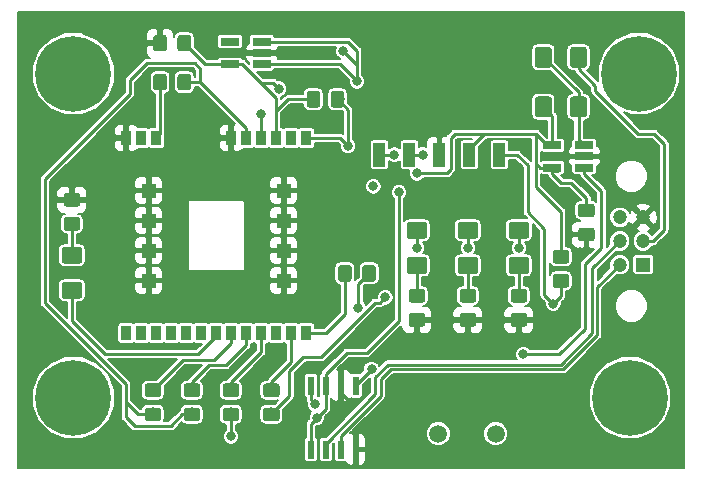
<source format=gbr>
G04 #@! TF.GenerationSoftware,KiCad,Pcbnew,(5.0.0)*
G04 #@! TF.CreationDate,2019-04-17T22:55:46-04:00*
G04 #@! TF.ProjectId,gps,6770732E6B696361645F706362000000,rev?*
G04 #@! TF.SameCoordinates,Original*
G04 #@! TF.FileFunction,Copper,L1,Top,Signal*
G04 #@! TF.FilePolarity,Positive*
%FSLAX46Y46*%
G04 Gerber Fmt 4.6, Leading zero omitted, Abs format (unit mm)*
G04 Created by KiCad (PCBNEW (5.0.0)) date 04/17/19 22:55:46*
%MOMM*%
%LPD*%
G01*
G04 APERTURE LIST*
G04 #@! TA.AperFunction,SMDPad,CuDef*
%ADD10R,0.600000X1.550000*%
G04 #@! TD*
G04 #@! TA.AperFunction,SMDPad,CuDef*
%ADD11R,1.270000X1.270000*%
G04 #@! TD*
G04 #@! TA.AperFunction,SMDPad,CuDef*
%ADD12R,0.900000X1.200000*%
G04 #@! TD*
G04 #@! TA.AperFunction,Conductor*
%ADD13C,0.100000*%
G04 #@! TD*
G04 #@! TA.AperFunction,SMDPad,CuDef*
%ADD14C,1.150000*%
G04 #@! TD*
G04 #@! TA.AperFunction,SMDPad,CuDef*
%ADD15R,1.560000X0.650000*%
G04 #@! TD*
G04 #@! TA.AperFunction,ComponentPad*
%ADD16C,6.400000*%
G04 #@! TD*
G04 #@! TA.AperFunction,SMDPad,CuDef*
%ADD17C,1.425000*%
G04 #@! TD*
G04 #@! TA.AperFunction,ComponentPad*
%ADD18C,1.500000*%
G04 #@! TD*
G04 #@! TA.AperFunction,SMDPad,CuDef*
%ADD19R,1.000000X2.000000*%
G04 #@! TD*
G04 #@! TA.AperFunction,ComponentPad*
%ADD20C,1.200000*%
G04 #@! TD*
G04 #@! TA.AperFunction,ComponentPad*
%ADD21R,1.200000X1.200000*%
G04 #@! TD*
G04 #@! TA.AperFunction,ViaPad*
%ADD22C,0.800000*%
G04 #@! TD*
G04 #@! TA.AperFunction,Conductor*
%ADD23C,0.250000*%
G04 #@! TD*
G04 #@! TA.AperFunction,Conductor*
%ADD24C,0.203200*%
G04 #@! TD*
G04 APERTURE END LIST*
D10*
G04 #@! TO.P,U4,1*
G04 #@! TO.N,/CAN_TX*
X130581400Y-99306400D03*
G04 #@! TO.P,U4,2*
G04 #@! TO.N,GND*
X129311400Y-99306400D03*
G04 #@! TO.P,U4,3*
G04 #@! TO.N,+5V*
X128041400Y-99306400D03*
G04 #@! TO.P,U4,4*
G04 #@! TO.N,/CAN_RX*
X126771400Y-99306400D03*
G04 #@! TO.P,U4,5*
G04 #@! TO.N,+5V*
X126771400Y-104706400D03*
G04 #@! TO.P,U4,6*
G04 #@! TO.N,CANL*
X128041400Y-104706400D03*
G04 #@! TO.P,U4,7*
G04 #@! TO.N,CANH*
X129311400Y-104706400D03*
G04 #@! TO.P,U4,8*
G04 #@! TO.N,GND*
X130581400Y-104706400D03*
G04 #@! TD*
D11*
G04 #@! TO.P,U5,30*
G04 #@! TO.N,GND*
X113054070Y-90397895D03*
G04 #@! TO.P,U5,29*
X113054070Y-87857895D03*
G04 #@! TO.P,U5,28*
X113054070Y-85317895D03*
G04 #@! TO.P,U5,27*
X113054070Y-82777895D03*
G04 #@! TO.P,U5,26*
X124484070Y-90397895D03*
G04 #@! TO.P,U5,25*
X124484070Y-87857895D03*
G04 #@! TO.P,U5,24*
X124484070Y-85317895D03*
G04 #@! TO.P,U5,23*
X124484070Y-82777895D03*
D12*
G04 #@! TO.P,U5,22*
G04 #@! TO.N,Net-(R8-Pad1)*
X126389070Y-94842895D03*
G04 #@! TO.P,U5,21*
G04 #@! TO.N,Net-(R13-Pad1)*
X125119070Y-94842895D03*
G04 #@! TO.P,U5,20*
G04 #@! TO.N,Net-(U5-Pad20)*
X123849070Y-94842895D03*
G04 #@! TO.P,U5,19*
G04 #@! TO.N,Net-(R7-Pad1)*
X122579070Y-94842895D03*
G04 #@! TO.P,U5,18*
G04 #@! TO.N,Net-(R11-Pad1)*
X121309070Y-94842895D03*
G04 #@! TO.P,U5,17*
G04 #@! TO.N,Net-(R10-Pad1)*
X120039070Y-94842895D03*
G04 #@! TO.P,U5,16*
G04 #@! TO.N,Net-(D4-Pad2)*
X118769070Y-94842895D03*
G04 #@! TO.P,U5,15*
G04 #@! TO.N,Net-(U5-Pad15)*
X117499070Y-94842895D03*
G04 #@! TO.P,U5,14*
G04 #@! TO.N,Net-(U5-Pad14)*
X116229070Y-94842895D03*
G04 #@! TO.P,U5,13*
G04 #@! TO.N,Net-(U5-Pad13)*
X114959070Y-94842895D03*
G04 #@! TO.P,U5,12*
G04 #@! TO.N,Net-(U5-Pad12)*
X113689070Y-94842895D03*
G04 #@! TO.P,U5,11*
G04 #@! TO.N,Net-(U5-Pad11)*
X112419070Y-94842895D03*
G04 #@! TO.P,U5,10*
G04 #@! TO.N,Net-(U5-Pad10)*
X111149070Y-94842895D03*
G04 #@! TO.P,U5,9*
G04 #@! TO.N,GND*
X111149070Y-78332895D03*
G04 #@! TO.P,U5,8*
G04 #@! TO.N,Net-(U5-Pad8)*
X112419070Y-78332895D03*
G04 #@! TO.P,U5,7*
G04 #@! TO.N,Net-(R9-Pad1)*
X113689070Y-78332895D03*
G04 #@! TO.P,U5,6*
G04 #@! TO.N,GND*
X120039070Y-78332895D03*
G04 #@! TO.P,U5,5*
G04 #@! TO.N,/VOUT*
X121309070Y-78332895D03*
G04 #@! TO.P,U5,4*
G04 #@! TO.N,Net-(R12-Pad2)*
X122579070Y-78332895D03*
G04 #@! TO.P,U5,3*
G04 #@! TO.N,+3V3*
X123849070Y-78332895D03*
G04 #@! TO.P,U5,2*
G04 #@! TO.N,Net-(U5-Pad2)*
X125119070Y-78332895D03*
G04 #@! TO.P,U5,1*
G04 #@! TO.N,/RESET*
X126389070Y-78332895D03*
G04 #@! TD*
D13*
G04 #@! TO.N,/PIC_TX_GPS_RX*
G04 #@! TO.C,R8*
G36*
X132057505Y-89090204D02*
X132081773Y-89093804D01*
X132105572Y-89099765D01*
X132128671Y-89108030D01*
X132150850Y-89118520D01*
X132171893Y-89131132D01*
X132191599Y-89145747D01*
X132209777Y-89162223D01*
X132226253Y-89180401D01*
X132240868Y-89200107D01*
X132253480Y-89221150D01*
X132263970Y-89243329D01*
X132272235Y-89266428D01*
X132278196Y-89290227D01*
X132281796Y-89314495D01*
X132283000Y-89338999D01*
X132283000Y-90239001D01*
X132281796Y-90263505D01*
X132278196Y-90287773D01*
X132272235Y-90311572D01*
X132263970Y-90334671D01*
X132253480Y-90356850D01*
X132240868Y-90377893D01*
X132226253Y-90397599D01*
X132209777Y-90415777D01*
X132191599Y-90432253D01*
X132171893Y-90446868D01*
X132150850Y-90459480D01*
X132128671Y-90469970D01*
X132105572Y-90478235D01*
X132081773Y-90484196D01*
X132057505Y-90487796D01*
X132033001Y-90489000D01*
X131382999Y-90489000D01*
X131358495Y-90487796D01*
X131334227Y-90484196D01*
X131310428Y-90478235D01*
X131287329Y-90469970D01*
X131265150Y-90459480D01*
X131244107Y-90446868D01*
X131224401Y-90432253D01*
X131206223Y-90415777D01*
X131189747Y-90397599D01*
X131175132Y-90377893D01*
X131162520Y-90356850D01*
X131152030Y-90334671D01*
X131143765Y-90311572D01*
X131137804Y-90287773D01*
X131134204Y-90263505D01*
X131133000Y-90239001D01*
X131133000Y-89338999D01*
X131134204Y-89314495D01*
X131137804Y-89290227D01*
X131143765Y-89266428D01*
X131152030Y-89243329D01*
X131162520Y-89221150D01*
X131175132Y-89200107D01*
X131189747Y-89180401D01*
X131206223Y-89162223D01*
X131224401Y-89145747D01*
X131244107Y-89131132D01*
X131265150Y-89118520D01*
X131287329Y-89108030D01*
X131310428Y-89099765D01*
X131334227Y-89093804D01*
X131358495Y-89090204D01*
X131382999Y-89089000D01*
X132033001Y-89089000D01*
X132057505Y-89090204D01*
X132057505Y-89090204D01*
G37*
D14*
G04 #@! TD*
G04 #@! TO.P,R8,2*
G04 #@! TO.N,/PIC_TX_GPS_RX*
X131708000Y-89789000D03*
D13*
G04 #@! TO.N,Net-(R8-Pad1)*
G04 #@! TO.C,R8*
G36*
X130007505Y-89090204D02*
X130031773Y-89093804D01*
X130055572Y-89099765D01*
X130078671Y-89108030D01*
X130100850Y-89118520D01*
X130121893Y-89131132D01*
X130141599Y-89145747D01*
X130159777Y-89162223D01*
X130176253Y-89180401D01*
X130190868Y-89200107D01*
X130203480Y-89221150D01*
X130213970Y-89243329D01*
X130222235Y-89266428D01*
X130228196Y-89290227D01*
X130231796Y-89314495D01*
X130233000Y-89338999D01*
X130233000Y-90239001D01*
X130231796Y-90263505D01*
X130228196Y-90287773D01*
X130222235Y-90311572D01*
X130213970Y-90334671D01*
X130203480Y-90356850D01*
X130190868Y-90377893D01*
X130176253Y-90397599D01*
X130159777Y-90415777D01*
X130141599Y-90432253D01*
X130121893Y-90446868D01*
X130100850Y-90459480D01*
X130078671Y-90469970D01*
X130055572Y-90478235D01*
X130031773Y-90484196D01*
X130007505Y-90487796D01*
X129983001Y-90489000D01*
X129332999Y-90489000D01*
X129308495Y-90487796D01*
X129284227Y-90484196D01*
X129260428Y-90478235D01*
X129237329Y-90469970D01*
X129215150Y-90459480D01*
X129194107Y-90446868D01*
X129174401Y-90432253D01*
X129156223Y-90415777D01*
X129139747Y-90397599D01*
X129125132Y-90377893D01*
X129112520Y-90356850D01*
X129102030Y-90334671D01*
X129093765Y-90311572D01*
X129087804Y-90287773D01*
X129084204Y-90263505D01*
X129083000Y-90239001D01*
X129083000Y-89338999D01*
X129084204Y-89314495D01*
X129087804Y-89290227D01*
X129093765Y-89266428D01*
X129102030Y-89243329D01*
X129112520Y-89221150D01*
X129125132Y-89200107D01*
X129139747Y-89180401D01*
X129156223Y-89162223D01*
X129174401Y-89145747D01*
X129194107Y-89131132D01*
X129215150Y-89118520D01*
X129237329Y-89108030D01*
X129260428Y-89099765D01*
X129284227Y-89093804D01*
X129308495Y-89090204D01*
X129332999Y-89089000D01*
X129983001Y-89089000D01*
X130007505Y-89090204D01*
X130007505Y-89090204D01*
G37*
D14*
G04 #@! TD*
G04 #@! TO.P,R8,1*
G04 #@! TO.N,Net-(R8-Pad1)*
X129658000Y-89789000D03*
D15*
G04 #@! TO.P,U1,5*
G04 #@! TO.N,+5V*
X147240000Y-80833000D03*
G04 #@! TO.P,U1,4*
X147240000Y-78933000D03*
G04 #@! TO.P,U1,3*
G04 #@! TO.N,Net-(F1-Pad2)*
X149940000Y-78933000D03*
G04 #@! TO.P,U1,2*
G04 #@! TO.N,GND*
X149940000Y-79883000D03*
G04 #@! TO.P,U1,1*
G04 #@! TO.N,/POWER*
X149940000Y-80833000D03*
G04 #@! TD*
D16*
G04 #@! TO.P,,1*
G04 #@! TO.N,N/C*
X106680000Y-72898000D03*
G04 #@! TD*
G04 #@! TO.P,,1*
G04 #@! TO.N,N/C*
X106680000Y-100330000D03*
G04 #@! TD*
G04 #@! TO.P,,1*
G04 #@! TO.N,N/C*
X153797000Y-100330000D03*
G04 #@! TD*
D13*
G04 #@! TO.N,/PIC_RX_GPS_TX*
G04 #@! TO.C,R13*
G36*
X123918505Y-101162204D02*
X123942773Y-101165804D01*
X123966572Y-101171765D01*
X123989671Y-101180030D01*
X124011850Y-101190520D01*
X124032893Y-101203132D01*
X124052599Y-101217747D01*
X124070777Y-101234223D01*
X124087253Y-101252401D01*
X124101868Y-101272107D01*
X124114480Y-101293150D01*
X124124970Y-101315329D01*
X124133235Y-101338428D01*
X124139196Y-101362227D01*
X124142796Y-101386495D01*
X124144000Y-101410999D01*
X124144000Y-102061001D01*
X124142796Y-102085505D01*
X124139196Y-102109773D01*
X124133235Y-102133572D01*
X124124970Y-102156671D01*
X124114480Y-102178850D01*
X124101868Y-102199893D01*
X124087253Y-102219599D01*
X124070777Y-102237777D01*
X124052599Y-102254253D01*
X124032893Y-102268868D01*
X124011850Y-102281480D01*
X123989671Y-102291970D01*
X123966572Y-102300235D01*
X123942773Y-102306196D01*
X123918505Y-102309796D01*
X123894001Y-102311000D01*
X122993999Y-102311000D01*
X122969495Y-102309796D01*
X122945227Y-102306196D01*
X122921428Y-102300235D01*
X122898329Y-102291970D01*
X122876150Y-102281480D01*
X122855107Y-102268868D01*
X122835401Y-102254253D01*
X122817223Y-102237777D01*
X122800747Y-102219599D01*
X122786132Y-102199893D01*
X122773520Y-102178850D01*
X122763030Y-102156671D01*
X122754765Y-102133572D01*
X122748804Y-102109773D01*
X122745204Y-102085505D01*
X122744000Y-102061001D01*
X122744000Y-101410999D01*
X122745204Y-101386495D01*
X122748804Y-101362227D01*
X122754765Y-101338428D01*
X122763030Y-101315329D01*
X122773520Y-101293150D01*
X122786132Y-101272107D01*
X122800747Y-101252401D01*
X122817223Y-101234223D01*
X122835401Y-101217747D01*
X122855107Y-101203132D01*
X122876150Y-101190520D01*
X122898329Y-101180030D01*
X122921428Y-101171765D01*
X122945227Y-101165804D01*
X122969495Y-101162204D01*
X122993999Y-101161000D01*
X123894001Y-101161000D01*
X123918505Y-101162204D01*
X123918505Y-101162204D01*
G37*
D14*
G04 #@! TD*
G04 #@! TO.P,R13,2*
G04 #@! TO.N,/PIC_RX_GPS_TX*
X123444000Y-101736000D03*
D13*
G04 #@! TO.N,Net-(R13-Pad1)*
G04 #@! TO.C,R13*
G36*
X123918505Y-99112204D02*
X123942773Y-99115804D01*
X123966572Y-99121765D01*
X123989671Y-99130030D01*
X124011850Y-99140520D01*
X124032893Y-99153132D01*
X124052599Y-99167747D01*
X124070777Y-99184223D01*
X124087253Y-99202401D01*
X124101868Y-99222107D01*
X124114480Y-99243150D01*
X124124970Y-99265329D01*
X124133235Y-99288428D01*
X124139196Y-99312227D01*
X124142796Y-99336495D01*
X124144000Y-99360999D01*
X124144000Y-100011001D01*
X124142796Y-100035505D01*
X124139196Y-100059773D01*
X124133235Y-100083572D01*
X124124970Y-100106671D01*
X124114480Y-100128850D01*
X124101868Y-100149893D01*
X124087253Y-100169599D01*
X124070777Y-100187777D01*
X124052599Y-100204253D01*
X124032893Y-100218868D01*
X124011850Y-100231480D01*
X123989671Y-100241970D01*
X123966572Y-100250235D01*
X123942773Y-100256196D01*
X123918505Y-100259796D01*
X123894001Y-100261000D01*
X122993999Y-100261000D01*
X122969495Y-100259796D01*
X122945227Y-100256196D01*
X122921428Y-100250235D01*
X122898329Y-100241970D01*
X122876150Y-100231480D01*
X122855107Y-100218868D01*
X122835401Y-100204253D01*
X122817223Y-100187777D01*
X122800747Y-100169599D01*
X122786132Y-100149893D01*
X122773520Y-100128850D01*
X122763030Y-100106671D01*
X122754765Y-100083572D01*
X122748804Y-100059773D01*
X122745204Y-100035505D01*
X122744000Y-100011001D01*
X122744000Y-99360999D01*
X122745204Y-99336495D01*
X122748804Y-99312227D01*
X122754765Y-99288428D01*
X122763030Y-99265329D01*
X122773520Y-99243150D01*
X122786132Y-99222107D01*
X122800747Y-99202401D01*
X122817223Y-99184223D01*
X122835401Y-99167747D01*
X122855107Y-99153132D01*
X122876150Y-99140520D01*
X122898329Y-99130030D01*
X122921428Y-99121765D01*
X122945227Y-99115804D01*
X122969495Y-99112204D01*
X122993999Y-99111000D01*
X123894001Y-99111000D01*
X123918505Y-99112204D01*
X123918505Y-99112204D01*
G37*
D14*
G04 #@! TD*
G04 #@! TO.P,R13,1*
G04 #@! TO.N,Net-(R13-Pad1)*
X123444000Y-99686000D03*
D13*
G04 #@! TO.N,Net-(F1-Pad1)*
G04 #@! TO.C,F1*
G36*
X149929504Y-70627204D02*
X149953773Y-70630804D01*
X149977571Y-70636765D01*
X150000671Y-70645030D01*
X150022849Y-70655520D01*
X150043893Y-70668133D01*
X150063598Y-70682747D01*
X150081777Y-70699223D01*
X150098253Y-70717402D01*
X150112867Y-70737107D01*
X150125480Y-70758151D01*
X150135970Y-70780329D01*
X150144235Y-70803429D01*
X150150196Y-70827227D01*
X150153796Y-70851496D01*
X150155000Y-70876000D01*
X150155000Y-72126000D01*
X150153796Y-72150504D01*
X150150196Y-72174773D01*
X150144235Y-72198571D01*
X150135970Y-72221671D01*
X150125480Y-72243849D01*
X150112867Y-72264893D01*
X150098253Y-72284598D01*
X150081777Y-72302777D01*
X150063598Y-72319253D01*
X150043893Y-72333867D01*
X150022849Y-72346480D01*
X150000671Y-72356970D01*
X149977571Y-72365235D01*
X149953773Y-72371196D01*
X149929504Y-72374796D01*
X149905000Y-72376000D01*
X148980000Y-72376000D01*
X148955496Y-72374796D01*
X148931227Y-72371196D01*
X148907429Y-72365235D01*
X148884329Y-72356970D01*
X148862151Y-72346480D01*
X148841107Y-72333867D01*
X148821402Y-72319253D01*
X148803223Y-72302777D01*
X148786747Y-72284598D01*
X148772133Y-72264893D01*
X148759520Y-72243849D01*
X148749030Y-72221671D01*
X148740765Y-72198571D01*
X148734804Y-72174773D01*
X148731204Y-72150504D01*
X148730000Y-72126000D01*
X148730000Y-70876000D01*
X148731204Y-70851496D01*
X148734804Y-70827227D01*
X148740765Y-70803429D01*
X148749030Y-70780329D01*
X148759520Y-70758151D01*
X148772133Y-70737107D01*
X148786747Y-70717402D01*
X148803223Y-70699223D01*
X148821402Y-70682747D01*
X148841107Y-70668133D01*
X148862151Y-70655520D01*
X148884329Y-70645030D01*
X148907429Y-70636765D01*
X148931227Y-70630804D01*
X148955496Y-70627204D01*
X148980000Y-70626000D01*
X149905000Y-70626000D01*
X149929504Y-70627204D01*
X149929504Y-70627204D01*
G37*
D17*
G04 #@! TD*
G04 #@! TO.P,F1,1*
G04 #@! TO.N,Net-(F1-Pad1)*
X149442500Y-71501000D03*
D13*
G04 #@! TO.N,Net-(F1-Pad2)*
G04 #@! TO.C,F1*
G36*
X146954504Y-70627204D02*
X146978773Y-70630804D01*
X147002571Y-70636765D01*
X147025671Y-70645030D01*
X147047849Y-70655520D01*
X147068893Y-70668133D01*
X147088598Y-70682747D01*
X147106777Y-70699223D01*
X147123253Y-70717402D01*
X147137867Y-70737107D01*
X147150480Y-70758151D01*
X147160970Y-70780329D01*
X147169235Y-70803429D01*
X147175196Y-70827227D01*
X147178796Y-70851496D01*
X147180000Y-70876000D01*
X147180000Y-72126000D01*
X147178796Y-72150504D01*
X147175196Y-72174773D01*
X147169235Y-72198571D01*
X147160970Y-72221671D01*
X147150480Y-72243849D01*
X147137867Y-72264893D01*
X147123253Y-72284598D01*
X147106777Y-72302777D01*
X147088598Y-72319253D01*
X147068893Y-72333867D01*
X147047849Y-72346480D01*
X147025671Y-72356970D01*
X147002571Y-72365235D01*
X146978773Y-72371196D01*
X146954504Y-72374796D01*
X146930000Y-72376000D01*
X146005000Y-72376000D01*
X145980496Y-72374796D01*
X145956227Y-72371196D01*
X145932429Y-72365235D01*
X145909329Y-72356970D01*
X145887151Y-72346480D01*
X145866107Y-72333867D01*
X145846402Y-72319253D01*
X145828223Y-72302777D01*
X145811747Y-72284598D01*
X145797133Y-72264893D01*
X145784520Y-72243849D01*
X145774030Y-72221671D01*
X145765765Y-72198571D01*
X145759804Y-72174773D01*
X145756204Y-72150504D01*
X145755000Y-72126000D01*
X145755000Y-70876000D01*
X145756204Y-70851496D01*
X145759804Y-70827227D01*
X145765765Y-70803429D01*
X145774030Y-70780329D01*
X145784520Y-70758151D01*
X145797133Y-70737107D01*
X145811747Y-70717402D01*
X145828223Y-70699223D01*
X145846402Y-70682747D01*
X145866107Y-70668133D01*
X145887151Y-70655520D01*
X145909329Y-70645030D01*
X145932429Y-70636765D01*
X145956227Y-70630804D01*
X145980496Y-70627204D01*
X146005000Y-70626000D01*
X146930000Y-70626000D01*
X146954504Y-70627204D01*
X146954504Y-70627204D01*
G37*
D17*
G04 #@! TD*
G04 #@! TO.P,F1,2*
G04 #@! TO.N,Net-(F1-Pad2)*
X146467500Y-71501000D03*
D13*
G04 #@! TO.N,+5V*
G04 #@! TO.C,C1*
G36*
X150588505Y-83881204D02*
X150612773Y-83884804D01*
X150636572Y-83890765D01*
X150659671Y-83899030D01*
X150681850Y-83909520D01*
X150702893Y-83922132D01*
X150722599Y-83936747D01*
X150740777Y-83953223D01*
X150757253Y-83971401D01*
X150771868Y-83991107D01*
X150784480Y-84012150D01*
X150794970Y-84034329D01*
X150803235Y-84057428D01*
X150809196Y-84081227D01*
X150812796Y-84105495D01*
X150814000Y-84129999D01*
X150814000Y-84780001D01*
X150812796Y-84804505D01*
X150809196Y-84828773D01*
X150803235Y-84852572D01*
X150794970Y-84875671D01*
X150784480Y-84897850D01*
X150771868Y-84918893D01*
X150757253Y-84938599D01*
X150740777Y-84956777D01*
X150722599Y-84973253D01*
X150702893Y-84987868D01*
X150681850Y-85000480D01*
X150659671Y-85010970D01*
X150636572Y-85019235D01*
X150612773Y-85025196D01*
X150588505Y-85028796D01*
X150564001Y-85030000D01*
X149663999Y-85030000D01*
X149639495Y-85028796D01*
X149615227Y-85025196D01*
X149591428Y-85019235D01*
X149568329Y-85010970D01*
X149546150Y-85000480D01*
X149525107Y-84987868D01*
X149505401Y-84973253D01*
X149487223Y-84956777D01*
X149470747Y-84938599D01*
X149456132Y-84918893D01*
X149443520Y-84897850D01*
X149433030Y-84875671D01*
X149424765Y-84852572D01*
X149418804Y-84828773D01*
X149415204Y-84804505D01*
X149414000Y-84780001D01*
X149414000Y-84129999D01*
X149415204Y-84105495D01*
X149418804Y-84081227D01*
X149424765Y-84057428D01*
X149433030Y-84034329D01*
X149443520Y-84012150D01*
X149456132Y-83991107D01*
X149470747Y-83971401D01*
X149487223Y-83953223D01*
X149505401Y-83936747D01*
X149525107Y-83922132D01*
X149546150Y-83909520D01*
X149568329Y-83899030D01*
X149591428Y-83890765D01*
X149615227Y-83884804D01*
X149639495Y-83881204D01*
X149663999Y-83880000D01*
X150564001Y-83880000D01*
X150588505Y-83881204D01*
X150588505Y-83881204D01*
G37*
D14*
G04 #@! TD*
G04 #@! TO.P,C1,1*
G04 #@! TO.N,+5V*
X150114000Y-84455000D03*
D13*
G04 #@! TO.N,GND*
G04 #@! TO.C,C1*
G36*
X150588505Y-85931204D02*
X150612773Y-85934804D01*
X150636572Y-85940765D01*
X150659671Y-85949030D01*
X150681850Y-85959520D01*
X150702893Y-85972132D01*
X150722599Y-85986747D01*
X150740777Y-86003223D01*
X150757253Y-86021401D01*
X150771868Y-86041107D01*
X150784480Y-86062150D01*
X150794970Y-86084329D01*
X150803235Y-86107428D01*
X150809196Y-86131227D01*
X150812796Y-86155495D01*
X150814000Y-86179999D01*
X150814000Y-86830001D01*
X150812796Y-86854505D01*
X150809196Y-86878773D01*
X150803235Y-86902572D01*
X150794970Y-86925671D01*
X150784480Y-86947850D01*
X150771868Y-86968893D01*
X150757253Y-86988599D01*
X150740777Y-87006777D01*
X150722599Y-87023253D01*
X150702893Y-87037868D01*
X150681850Y-87050480D01*
X150659671Y-87060970D01*
X150636572Y-87069235D01*
X150612773Y-87075196D01*
X150588505Y-87078796D01*
X150564001Y-87080000D01*
X149663999Y-87080000D01*
X149639495Y-87078796D01*
X149615227Y-87075196D01*
X149591428Y-87069235D01*
X149568329Y-87060970D01*
X149546150Y-87050480D01*
X149525107Y-87037868D01*
X149505401Y-87023253D01*
X149487223Y-87006777D01*
X149470747Y-86988599D01*
X149456132Y-86968893D01*
X149443520Y-86947850D01*
X149433030Y-86925671D01*
X149424765Y-86902572D01*
X149418804Y-86878773D01*
X149415204Y-86854505D01*
X149414000Y-86830001D01*
X149414000Y-86179999D01*
X149415204Y-86155495D01*
X149418804Y-86131227D01*
X149424765Y-86107428D01*
X149433030Y-86084329D01*
X149443520Y-86062150D01*
X149456132Y-86041107D01*
X149470747Y-86021401D01*
X149487223Y-86003223D01*
X149505401Y-85986747D01*
X149525107Y-85972132D01*
X149546150Y-85959520D01*
X149568329Y-85949030D01*
X149591428Y-85940765D01*
X149615227Y-85934804D01*
X149639495Y-85931204D01*
X149663999Y-85930000D01*
X150564001Y-85930000D01*
X150588505Y-85931204D01*
X150588505Y-85931204D01*
G37*
D14*
G04 #@! TD*
G04 #@! TO.P,C1,2*
G04 #@! TO.N,GND*
X150114000Y-86505000D03*
D13*
G04 #@! TO.N,+3V3*
G04 #@! TO.C,C3*
G36*
X116411105Y-69608404D02*
X116435373Y-69612004D01*
X116459172Y-69617965D01*
X116482271Y-69626230D01*
X116504450Y-69636720D01*
X116525493Y-69649332D01*
X116545199Y-69663947D01*
X116563377Y-69680423D01*
X116579853Y-69698601D01*
X116594468Y-69718307D01*
X116607080Y-69739350D01*
X116617570Y-69761529D01*
X116625835Y-69784628D01*
X116631796Y-69808427D01*
X116635396Y-69832695D01*
X116636600Y-69857199D01*
X116636600Y-70757201D01*
X116635396Y-70781705D01*
X116631796Y-70805973D01*
X116625835Y-70829772D01*
X116617570Y-70852871D01*
X116607080Y-70875050D01*
X116594468Y-70896093D01*
X116579853Y-70915799D01*
X116563377Y-70933977D01*
X116545199Y-70950453D01*
X116525493Y-70965068D01*
X116504450Y-70977680D01*
X116482271Y-70988170D01*
X116459172Y-70996435D01*
X116435373Y-71002396D01*
X116411105Y-71005996D01*
X116386601Y-71007200D01*
X115736599Y-71007200D01*
X115712095Y-71005996D01*
X115687827Y-71002396D01*
X115664028Y-70996435D01*
X115640929Y-70988170D01*
X115618750Y-70977680D01*
X115597707Y-70965068D01*
X115578001Y-70950453D01*
X115559823Y-70933977D01*
X115543347Y-70915799D01*
X115528732Y-70896093D01*
X115516120Y-70875050D01*
X115505630Y-70852871D01*
X115497365Y-70829772D01*
X115491404Y-70805973D01*
X115487804Y-70781705D01*
X115486600Y-70757201D01*
X115486600Y-69857199D01*
X115487804Y-69832695D01*
X115491404Y-69808427D01*
X115497365Y-69784628D01*
X115505630Y-69761529D01*
X115516120Y-69739350D01*
X115528732Y-69718307D01*
X115543347Y-69698601D01*
X115559823Y-69680423D01*
X115578001Y-69663947D01*
X115597707Y-69649332D01*
X115618750Y-69636720D01*
X115640929Y-69626230D01*
X115664028Y-69617965D01*
X115687827Y-69612004D01*
X115712095Y-69608404D01*
X115736599Y-69607200D01*
X116386601Y-69607200D01*
X116411105Y-69608404D01*
X116411105Y-69608404D01*
G37*
D14*
G04 #@! TD*
G04 #@! TO.P,C3,1*
G04 #@! TO.N,+3V3*
X116061600Y-70307200D03*
D13*
G04 #@! TO.N,GND*
G04 #@! TO.C,C3*
G36*
X114361105Y-69608404D02*
X114385373Y-69612004D01*
X114409172Y-69617965D01*
X114432271Y-69626230D01*
X114454450Y-69636720D01*
X114475493Y-69649332D01*
X114495199Y-69663947D01*
X114513377Y-69680423D01*
X114529853Y-69698601D01*
X114544468Y-69718307D01*
X114557080Y-69739350D01*
X114567570Y-69761529D01*
X114575835Y-69784628D01*
X114581796Y-69808427D01*
X114585396Y-69832695D01*
X114586600Y-69857199D01*
X114586600Y-70757201D01*
X114585396Y-70781705D01*
X114581796Y-70805973D01*
X114575835Y-70829772D01*
X114567570Y-70852871D01*
X114557080Y-70875050D01*
X114544468Y-70896093D01*
X114529853Y-70915799D01*
X114513377Y-70933977D01*
X114495199Y-70950453D01*
X114475493Y-70965068D01*
X114454450Y-70977680D01*
X114432271Y-70988170D01*
X114409172Y-70996435D01*
X114385373Y-71002396D01*
X114361105Y-71005996D01*
X114336601Y-71007200D01*
X113686599Y-71007200D01*
X113662095Y-71005996D01*
X113637827Y-71002396D01*
X113614028Y-70996435D01*
X113590929Y-70988170D01*
X113568750Y-70977680D01*
X113547707Y-70965068D01*
X113528001Y-70950453D01*
X113509823Y-70933977D01*
X113493347Y-70915799D01*
X113478732Y-70896093D01*
X113466120Y-70875050D01*
X113455630Y-70852871D01*
X113447365Y-70829772D01*
X113441404Y-70805973D01*
X113437804Y-70781705D01*
X113436600Y-70757201D01*
X113436600Y-69857199D01*
X113437804Y-69832695D01*
X113441404Y-69808427D01*
X113447365Y-69784628D01*
X113455630Y-69761529D01*
X113466120Y-69739350D01*
X113478732Y-69718307D01*
X113493347Y-69698601D01*
X113509823Y-69680423D01*
X113528001Y-69663947D01*
X113547707Y-69649332D01*
X113568750Y-69636720D01*
X113590929Y-69626230D01*
X113614028Y-69617965D01*
X113637827Y-69612004D01*
X113662095Y-69608404D01*
X113686599Y-69607200D01*
X114336601Y-69607200D01*
X114361105Y-69608404D01*
X114361105Y-69608404D01*
G37*
D14*
G04 #@! TD*
G04 #@! TO.P,C3,2*
G04 #@! TO.N,GND*
X114011600Y-70307200D03*
D18*
G04 #@! TO.P,Y1,1*
G04 #@! TO.N,/OSC1*
X142443200Y-103378000D03*
G04 #@! TO.P,Y1,2*
G04 #@! TO.N,/OSC2*
X137563200Y-103378000D03*
G04 #@! TD*
D13*
G04 #@! TO.N,Net-(D3-Pad1)*
G04 #@! TO.C,LED3*
G36*
X145048504Y-88406204D02*
X145072773Y-88409804D01*
X145096571Y-88415765D01*
X145119671Y-88424030D01*
X145141849Y-88434520D01*
X145162893Y-88447133D01*
X145182598Y-88461747D01*
X145200777Y-88478223D01*
X145217253Y-88496402D01*
X145231867Y-88516107D01*
X145244480Y-88537151D01*
X145254970Y-88559329D01*
X145263235Y-88582429D01*
X145269196Y-88606227D01*
X145272796Y-88630496D01*
X145274000Y-88655000D01*
X145274000Y-89580000D01*
X145272796Y-89604504D01*
X145269196Y-89628773D01*
X145263235Y-89652571D01*
X145254970Y-89675671D01*
X145244480Y-89697849D01*
X145231867Y-89718893D01*
X145217253Y-89738598D01*
X145200777Y-89756777D01*
X145182598Y-89773253D01*
X145162893Y-89787867D01*
X145141849Y-89800480D01*
X145119671Y-89810970D01*
X145096571Y-89819235D01*
X145072773Y-89825196D01*
X145048504Y-89828796D01*
X145024000Y-89830000D01*
X143774000Y-89830000D01*
X143749496Y-89828796D01*
X143725227Y-89825196D01*
X143701429Y-89819235D01*
X143678329Y-89810970D01*
X143656151Y-89800480D01*
X143635107Y-89787867D01*
X143615402Y-89773253D01*
X143597223Y-89756777D01*
X143580747Y-89738598D01*
X143566133Y-89718893D01*
X143553520Y-89697849D01*
X143543030Y-89675671D01*
X143534765Y-89652571D01*
X143528804Y-89628773D01*
X143525204Y-89604504D01*
X143524000Y-89580000D01*
X143524000Y-88655000D01*
X143525204Y-88630496D01*
X143528804Y-88606227D01*
X143534765Y-88582429D01*
X143543030Y-88559329D01*
X143553520Y-88537151D01*
X143566133Y-88516107D01*
X143580747Y-88496402D01*
X143597223Y-88478223D01*
X143615402Y-88461747D01*
X143635107Y-88447133D01*
X143656151Y-88434520D01*
X143678329Y-88424030D01*
X143701429Y-88415765D01*
X143725227Y-88409804D01*
X143749496Y-88406204D01*
X143774000Y-88405000D01*
X145024000Y-88405000D01*
X145048504Y-88406204D01*
X145048504Y-88406204D01*
G37*
D17*
G04 #@! TD*
G04 #@! TO.P,LED3,1*
G04 #@! TO.N,Net-(D3-Pad1)*
X144399000Y-89117500D03*
D13*
G04 #@! TO.N,Net-(D3-Pad2)*
G04 #@! TO.C,LED3*
G36*
X145048504Y-85431204D02*
X145072773Y-85434804D01*
X145096571Y-85440765D01*
X145119671Y-85449030D01*
X145141849Y-85459520D01*
X145162893Y-85472133D01*
X145182598Y-85486747D01*
X145200777Y-85503223D01*
X145217253Y-85521402D01*
X145231867Y-85541107D01*
X145244480Y-85562151D01*
X145254970Y-85584329D01*
X145263235Y-85607429D01*
X145269196Y-85631227D01*
X145272796Y-85655496D01*
X145274000Y-85680000D01*
X145274000Y-86605000D01*
X145272796Y-86629504D01*
X145269196Y-86653773D01*
X145263235Y-86677571D01*
X145254970Y-86700671D01*
X145244480Y-86722849D01*
X145231867Y-86743893D01*
X145217253Y-86763598D01*
X145200777Y-86781777D01*
X145182598Y-86798253D01*
X145162893Y-86812867D01*
X145141849Y-86825480D01*
X145119671Y-86835970D01*
X145096571Y-86844235D01*
X145072773Y-86850196D01*
X145048504Y-86853796D01*
X145024000Y-86855000D01*
X143774000Y-86855000D01*
X143749496Y-86853796D01*
X143725227Y-86850196D01*
X143701429Y-86844235D01*
X143678329Y-86835970D01*
X143656151Y-86825480D01*
X143635107Y-86812867D01*
X143615402Y-86798253D01*
X143597223Y-86781777D01*
X143580747Y-86763598D01*
X143566133Y-86743893D01*
X143553520Y-86722849D01*
X143543030Y-86700671D01*
X143534765Y-86677571D01*
X143528804Y-86653773D01*
X143525204Y-86629504D01*
X143524000Y-86605000D01*
X143524000Y-85680000D01*
X143525204Y-85655496D01*
X143528804Y-85631227D01*
X143534765Y-85607429D01*
X143543030Y-85584329D01*
X143553520Y-85562151D01*
X143566133Y-85541107D01*
X143580747Y-85521402D01*
X143597223Y-85503223D01*
X143615402Y-85486747D01*
X143635107Y-85472133D01*
X143656151Y-85459520D01*
X143678329Y-85449030D01*
X143701429Y-85440765D01*
X143725227Y-85434804D01*
X143749496Y-85431204D01*
X143774000Y-85430000D01*
X145024000Y-85430000D01*
X145048504Y-85431204D01*
X145048504Y-85431204D01*
G37*
D17*
G04 #@! TD*
G04 #@! TO.P,LED3,2*
G04 #@! TO.N,Net-(D3-Pad2)*
X144399000Y-86142500D03*
D13*
G04 #@! TO.N,Net-(D2-Pad2)*
G04 #@! TO.C,LED2*
G36*
X140730504Y-85431204D02*
X140754773Y-85434804D01*
X140778571Y-85440765D01*
X140801671Y-85449030D01*
X140823849Y-85459520D01*
X140844893Y-85472133D01*
X140864598Y-85486747D01*
X140882777Y-85503223D01*
X140899253Y-85521402D01*
X140913867Y-85541107D01*
X140926480Y-85562151D01*
X140936970Y-85584329D01*
X140945235Y-85607429D01*
X140951196Y-85631227D01*
X140954796Y-85655496D01*
X140956000Y-85680000D01*
X140956000Y-86605000D01*
X140954796Y-86629504D01*
X140951196Y-86653773D01*
X140945235Y-86677571D01*
X140936970Y-86700671D01*
X140926480Y-86722849D01*
X140913867Y-86743893D01*
X140899253Y-86763598D01*
X140882777Y-86781777D01*
X140864598Y-86798253D01*
X140844893Y-86812867D01*
X140823849Y-86825480D01*
X140801671Y-86835970D01*
X140778571Y-86844235D01*
X140754773Y-86850196D01*
X140730504Y-86853796D01*
X140706000Y-86855000D01*
X139456000Y-86855000D01*
X139431496Y-86853796D01*
X139407227Y-86850196D01*
X139383429Y-86844235D01*
X139360329Y-86835970D01*
X139338151Y-86825480D01*
X139317107Y-86812867D01*
X139297402Y-86798253D01*
X139279223Y-86781777D01*
X139262747Y-86763598D01*
X139248133Y-86743893D01*
X139235520Y-86722849D01*
X139225030Y-86700671D01*
X139216765Y-86677571D01*
X139210804Y-86653773D01*
X139207204Y-86629504D01*
X139206000Y-86605000D01*
X139206000Y-85680000D01*
X139207204Y-85655496D01*
X139210804Y-85631227D01*
X139216765Y-85607429D01*
X139225030Y-85584329D01*
X139235520Y-85562151D01*
X139248133Y-85541107D01*
X139262747Y-85521402D01*
X139279223Y-85503223D01*
X139297402Y-85486747D01*
X139317107Y-85472133D01*
X139338151Y-85459520D01*
X139360329Y-85449030D01*
X139383429Y-85440765D01*
X139407227Y-85434804D01*
X139431496Y-85431204D01*
X139456000Y-85430000D01*
X140706000Y-85430000D01*
X140730504Y-85431204D01*
X140730504Y-85431204D01*
G37*
D17*
G04 #@! TD*
G04 #@! TO.P,LED2,2*
G04 #@! TO.N,Net-(D2-Pad2)*
X140081000Y-86142500D03*
D13*
G04 #@! TO.N,Net-(D2-Pad1)*
G04 #@! TO.C,LED2*
G36*
X140730504Y-88406204D02*
X140754773Y-88409804D01*
X140778571Y-88415765D01*
X140801671Y-88424030D01*
X140823849Y-88434520D01*
X140844893Y-88447133D01*
X140864598Y-88461747D01*
X140882777Y-88478223D01*
X140899253Y-88496402D01*
X140913867Y-88516107D01*
X140926480Y-88537151D01*
X140936970Y-88559329D01*
X140945235Y-88582429D01*
X140951196Y-88606227D01*
X140954796Y-88630496D01*
X140956000Y-88655000D01*
X140956000Y-89580000D01*
X140954796Y-89604504D01*
X140951196Y-89628773D01*
X140945235Y-89652571D01*
X140936970Y-89675671D01*
X140926480Y-89697849D01*
X140913867Y-89718893D01*
X140899253Y-89738598D01*
X140882777Y-89756777D01*
X140864598Y-89773253D01*
X140844893Y-89787867D01*
X140823849Y-89800480D01*
X140801671Y-89810970D01*
X140778571Y-89819235D01*
X140754773Y-89825196D01*
X140730504Y-89828796D01*
X140706000Y-89830000D01*
X139456000Y-89830000D01*
X139431496Y-89828796D01*
X139407227Y-89825196D01*
X139383429Y-89819235D01*
X139360329Y-89810970D01*
X139338151Y-89800480D01*
X139317107Y-89787867D01*
X139297402Y-89773253D01*
X139279223Y-89756777D01*
X139262747Y-89738598D01*
X139248133Y-89718893D01*
X139235520Y-89697849D01*
X139225030Y-89675671D01*
X139216765Y-89652571D01*
X139210804Y-89628773D01*
X139207204Y-89604504D01*
X139206000Y-89580000D01*
X139206000Y-88655000D01*
X139207204Y-88630496D01*
X139210804Y-88606227D01*
X139216765Y-88582429D01*
X139225030Y-88559329D01*
X139235520Y-88537151D01*
X139248133Y-88516107D01*
X139262747Y-88496402D01*
X139279223Y-88478223D01*
X139297402Y-88461747D01*
X139317107Y-88447133D01*
X139338151Y-88434520D01*
X139360329Y-88424030D01*
X139383429Y-88415765D01*
X139407227Y-88409804D01*
X139431496Y-88406204D01*
X139456000Y-88405000D01*
X140706000Y-88405000D01*
X140730504Y-88406204D01*
X140730504Y-88406204D01*
G37*
D17*
G04 #@! TD*
G04 #@! TO.P,LED2,1*
G04 #@! TO.N,Net-(D2-Pad1)*
X140081000Y-89117500D03*
D13*
G04 #@! TO.N,Net-(D1-Pad1)*
G04 #@! TO.C,LED1*
G36*
X136412504Y-88406204D02*
X136436773Y-88409804D01*
X136460571Y-88415765D01*
X136483671Y-88424030D01*
X136505849Y-88434520D01*
X136526893Y-88447133D01*
X136546598Y-88461747D01*
X136564777Y-88478223D01*
X136581253Y-88496402D01*
X136595867Y-88516107D01*
X136608480Y-88537151D01*
X136618970Y-88559329D01*
X136627235Y-88582429D01*
X136633196Y-88606227D01*
X136636796Y-88630496D01*
X136638000Y-88655000D01*
X136638000Y-89580000D01*
X136636796Y-89604504D01*
X136633196Y-89628773D01*
X136627235Y-89652571D01*
X136618970Y-89675671D01*
X136608480Y-89697849D01*
X136595867Y-89718893D01*
X136581253Y-89738598D01*
X136564777Y-89756777D01*
X136546598Y-89773253D01*
X136526893Y-89787867D01*
X136505849Y-89800480D01*
X136483671Y-89810970D01*
X136460571Y-89819235D01*
X136436773Y-89825196D01*
X136412504Y-89828796D01*
X136388000Y-89830000D01*
X135138000Y-89830000D01*
X135113496Y-89828796D01*
X135089227Y-89825196D01*
X135065429Y-89819235D01*
X135042329Y-89810970D01*
X135020151Y-89800480D01*
X134999107Y-89787867D01*
X134979402Y-89773253D01*
X134961223Y-89756777D01*
X134944747Y-89738598D01*
X134930133Y-89718893D01*
X134917520Y-89697849D01*
X134907030Y-89675671D01*
X134898765Y-89652571D01*
X134892804Y-89628773D01*
X134889204Y-89604504D01*
X134888000Y-89580000D01*
X134888000Y-88655000D01*
X134889204Y-88630496D01*
X134892804Y-88606227D01*
X134898765Y-88582429D01*
X134907030Y-88559329D01*
X134917520Y-88537151D01*
X134930133Y-88516107D01*
X134944747Y-88496402D01*
X134961223Y-88478223D01*
X134979402Y-88461747D01*
X134999107Y-88447133D01*
X135020151Y-88434520D01*
X135042329Y-88424030D01*
X135065429Y-88415765D01*
X135089227Y-88409804D01*
X135113496Y-88406204D01*
X135138000Y-88405000D01*
X136388000Y-88405000D01*
X136412504Y-88406204D01*
X136412504Y-88406204D01*
G37*
D17*
G04 #@! TD*
G04 #@! TO.P,LED1,1*
G04 #@! TO.N,Net-(D1-Pad1)*
X135763000Y-89117500D03*
D13*
G04 #@! TO.N,Net-(D1-Pad2)*
G04 #@! TO.C,LED1*
G36*
X136412504Y-85431204D02*
X136436773Y-85434804D01*
X136460571Y-85440765D01*
X136483671Y-85449030D01*
X136505849Y-85459520D01*
X136526893Y-85472133D01*
X136546598Y-85486747D01*
X136564777Y-85503223D01*
X136581253Y-85521402D01*
X136595867Y-85541107D01*
X136608480Y-85562151D01*
X136618970Y-85584329D01*
X136627235Y-85607429D01*
X136633196Y-85631227D01*
X136636796Y-85655496D01*
X136638000Y-85680000D01*
X136638000Y-86605000D01*
X136636796Y-86629504D01*
X136633196Y-86653773D01*
X136627235Y-86677571D01*
X136618970Y-86700671D01*
X136608480Y-86722849D01*
X136595867Y-86743893D01*
X136581253Y-86763598D01*
X136564777Y-86781777D01*
X136546598Y-86798253D01*
X136526893Y-86812867D01*
X136505849Y-86825480D01*
X136483671Y-86835970D01*
X136460571Y-86844235D01*
X136436773Y-86850196D01*
X136412504Y-86853796D01*
X136388000Y-86855000D01*
X135138000Y-86855000D01*
X135113496Y-86853796D01*
X135089227Y-86850196D01*
X135065429Y-86844235D01*
X135042329Y-86835970D01*
X135020151Y-86825480D01*
X134999107Y-86812867D01*
X134979402Y-86798253D01*
X134961223Y-86781777D01*
X134944747Y-86763598D01*
X134930133Y-86743893D01*
X134917520Y-86722849D01*
X134907030Y-86700671D01*
X134898765Y-86677571D01*
X134892804Y-86653773D01*
X134889204Y-86629504D01*
X134888000Y-86605000D01*
X134888000Y-85680000D01*
X134889204Y-85655496D01*
X134892804Y-85631227D01*
X134898765Y-85607429D01*
X134907030Y-85584329D01*
X134917520Y-85562151D01*
X134930133Y-85541107D01*
X134944747Y-85521402D01*
X134961223Y-85503223D01*
X134979402Y-85486747D01*
X134999107Y-85472133D01*
X135020151Y-85459520D01*
X135042329Y-85449030D01*
X135065429Y-85440765D01*
X135089227Y-85434804D01*
X135113496Y-85431204D01*
X135138000Y-85430000D01*
X136388000Y-85430000D01*
X136412504Y-85431204D01*
X136412504Y-85431204D01*
G37*
D17*
G04 #@! TD*
G04 #@! TO.P,LED1,2*
G04 #@! TO.N,Net-(D1-Pad2)*
X135763000Y-86142500D03*
D13*
G04 #@! TO.N,Net-(D4-Pad2)*
G04 #@! TO.C,LED4*
G36*
X107202504Y-90514404D02*
X107226773Y-90518004D01*
X107250571Y-90523965D01*
X107273671Y-90532230D01*
X107295849Y-90542720D01*
X107316893Y-90555333D01*
X107336598Y-90569947D01*
X107354777Y-90586423D01*
X107371253Y-90604602D01*
X107385867Y-90624307D01*
X107398480Y-90645351D01*
X107408970Y-90667529D01*
X107417235Y-90690629D01*
X107423196Y-90714427D01*
X107426796Y-90738696D01*
X107428000Y-90763200D01*
X107428000Y-91688200D01*
X107426796Y-91712704D01*
X107423196Y-91736973D01*
X107417235Y-91760771D01*
X107408970Y-91783871D01*
X107398480Y-91806049D01*
X107385867Y-91827093D01*
X107371253Y-91846798D01*
X107354777Y-91864977D01*
X107336598Y-91881453D01*
X107316893Y-91896067D01*
X107295849Y-91908680D01*
X107273671Y-91919170D01*
X107250571Y-91927435D01*
X107226773Y-91933396D01*
X107202504Y-91936996D01*
X107178000Y-91938200D01*
X105928000Y-91938200D01*
X105903496Y-91936996D01*
X105879227Y-91933396D01*
X105855429Y-91927435D01*
X105832329Y-91919170D01*
X105810151Y-91908680D01*
X105789107Y-91896067D01*
X105769402Y-91881453D01*
X105751223Y-91864977D01*
X105734747Y-91846798D01*
X105720133Y-91827093D01*
X105707520Y-91806049D01*
X105697030Y-91783871D01*
X105688765Y-91760771D01*
X105682804Y-91736973D01*
X105679204Y-91712704D01*
X105678000Y-91688200D01*
X105678000Y-90763200D01*
X105679204Y-90738696D01*
X105682804Y-90714427D01*
X105688765Y-90690629D01*
X105697030Y-90667529D01*
X105707520Y-90645351D01*
X105720133Y-90624307D01*
X105734747Y-90604602D01*
X105751223Y-90586423D01*
X105769402Y-90569947D01*
X105789107Y-90555333D01*
X105810151Y-90542720D01*
X105832329Y-90532230D01*
X105855429Y-90523965D01*
X105879227Y-90518004D01*
X105903496Y-90514404D01*
X105928000Y-90513200D01*
X107178000Y-90513200D01*
X107202504Y-90514404D01*
X107202504Y-90514404D01*
G37*
D17*
G04 #@! TD*
G04 #@! TO.P,LED4,2*
G04 #@! TO.N,Net-(D4-Pad2)*
X106553000Y-91225700D03*
D13*
G04 #@! TO.N,Net-(D4-Pad1)*
G04 #@! TO.C,LED4*
G36*
X107202504Y-87539404D02*
X107226773Y-87543004D01*
X107250571Y-87548965D01*
X107273671Y-87557230D01*
X107295849Y-87567720D01*
X107316893Y-87580333D01*
X107336598Y-87594947D01*
X107354777Y-87611423D01*
X107371253Y-87629602D01*
X107385867Y-87649307D01*
X107398480Y-87670351D01*
X107408970Y-87692529D01*
X107417235Y-87715629D01*
X107423196Y-87739427D01*
X107426796Y-87763696D01*
X107428000Y-87788200D01*
X107428000Y-88713200D01*
X107426796Y-88737704D01*
X107423196Y-88761973D01*
X107417235Y-88785771D01*
X107408970Y-88808871D01*
X107398480Y-88831049D01*
X107385867Y-88852093D01*
X107371253Y-88871798D01*
X107354777Y-88889977D01*
X107336598Y-88906453D01*
X107316893Y-88921067D01*
X107295849Y-88933680D01*
X107273671Y-88944170D01*
X107250571Y-88952435D01*
X107226773Y-88958396D01*
X107202504Y-88961996D01*
X107178000Y-88963200D01*
X105928000Y-88963200D01*
X105903496Y-88961996D01*
X105879227Y-88958396D01*
X105855429Y-88952435D01*
X105832329Y-88944170D01*
X105810151Y-88933680D01*
X105789107Y-88921067D01*
X105769402Y-88906453D01*
X105751223Y-88889977D01*
X105734747Y-88871798D01*
X105720133Y-88852093D01*
X105707520Y-88831049D01*
X105697030Y-88808871D01*
X105688765Y-88785771D01*
X105682804Y-88761973D01*
X105679204Y-88737704D01*
X105678000Y-88713200D01*
X105678000Y-87788200D01*
X105679204Y-87763696D01*
X105682804Y-87739427D01*
X105688765Y-87715629D01*
X105697030Y-87692529D01*
X105707520Y-87670351D01*
X105720133Y-87649307D01*
X105734747Y-87629602D01*
X105751223Y-87611423D01*
X105769402Y-87594947D01*
X105789107Y-87580333D01*
X105810151Y-87567720D01*
X105832329Y-87557230D01*
X105855429Y-87548965D01*
X105879227Y-87543004D01*
X105903496Y-87539404D01*
X105928000Y-87538200D01*
X107178000Y-87538200D01*
X107202504Y-87539404D01*
X107202504Y-87539404D01*
G37*
D17*
G04 #@! TD*
G04 #@! TO.P,LED4,1*
G04 #@! TO.N,Net-(D4-Pad1)*
X106553000Y-88250700D03*
D15*
G04 #@! TO.P,U2,5*
G04 #@! TO.N,+3V3*
X119935000Y-72070000D03*
G04 #@! TO.P,U2,4*
G04 #@! TO.N,Net-(U2-Pad4)*
X119935000Y-70170000D03*
G04 #@! TO.P,U2,3*
G04 #@! TO.N,+5V*
X122635000Y-70170000D03*
G04 #@! TO.P,U2,2*
G04 #@! TO.N,GND*
X122635000Y-71120000D03*
G04 #@! TO.P,U2,1*
G04 #@! TO.N,+5V*
X122635000Y-72070000D03*
G04 #@! TD*
D13*
G04 #@! TO.N,Net-(D4-Pad1)*
G04 #@! TO.C,R14*
G36*
X107027505Y-85033204D02*
X107051773Y-85036804D01*
X107075572Y-85042765D01*
X107098671Y-85051030D01*
X107120850Y-85061520D01*
X107141893Y-85074132D01*
X107161599Y-85088747D01*
X107179777Y-85105223D01*
X107196253Y-85123401D01*
X107210868Y-85143107D01*
X107223480Y-85164150D01*
X107233970Y-85186329D01*
X107242235Y-85209428D01*
X107248196Y-85233227D01*
X107251796Y-85257495D01*
X107253000Y-85281999D01*
X107253000Y-85932001D01*
X107251796Y-85956505D01*
X107248196Y-85980773D01*
X107242235Y-86004572D01*
X107233970Y-86027671D01*
X107223480Y-86049850D01*
X107210868Y-86070893D01*
X107196253Y-86090599D01*
X107179777Y-86108777D01*
X107161599Y-86125253D01*
X107141893Y-86139868D01*
X107120850Y-86152480D01*
X107098671Y-86162970D01*
X107075572Y-86171235D01*
X107051773Y-86177196D01*
X107027505Y-86180796D01*
X107003001Y-86182000D01*
X106102999Y-86182000D01*
X106078495Y-86180796D01*
X106054227Y-86177196D01*
X106030428Y-86171235D01*
X106007329Y-86162970D01*
X105985150Y-86152480D01*
X105964107Y-86139868D01*
X105944401Y-86125253D01*
X105926223Y-86108777D01*
X105909747Y-86090599D01*
X105895132Y-86070893D01*
X105882520Y-86049850D01*
X105872030Y-86027671D01*
X105863765Y-86004572D01*
X105857804Y-85980773D01*
X105854204Y-85956505D01*
X105853000Y-85932001D01*
X105853000Y-85281999D01*
X105854204Y-85257495D01*
X105857804Y-85233227D01*
X105863765Y-85209428D01*
X105872030Y-85186329D01*
X105882520Y-85164150D01*
X105895132Y-85143107D01*
X105909747Y-85123401D01*
X105926223Y-85105223D01*
X105944401Y-85088747D01*
X105964107Y-85074132D01*
X105985150Y-85061520D01*
X106007329Y-85051030D01*
X106030428Y-85042765D01*
X106054227Y-85036804D01*
X106078495Y-85033204D01*
X106102999Y-85032000D01*
X107003001Y-85032000D01*
X107027505Y-85033204D01*
X107027505Y-85033204D01*
G37*
D14*
G04 #@! TD*
G04 #@! TO.P,R14,1*
G04 #@! TO.N,Net-(D4-Pad1)*
X106553000Y-85607000D03*
D13*
G04 #@! TO.N,GND*
G04 #@! TO.C,R14*
G36*
X107027505Y-82983204D02*
X107051773Y-82986804D01*
X107075572Y-82992765D01*
X107098671Y-83001030D01*
X107120850Y-83011520D01*
X107141893Y-83024132D01*
X107161599Y-83038747D01*
X107179777Y-83055223D01*
X107196253Y-83073401D01*
X107210868Y-83093107D01*
X107223480Y-83114150D01*
X107233970Y-83136329D01*
X107242235Y-83159428D01*
X107248196Y-83183227D01*
X107251796Y-83207495D01*
X107253000Y-83231999D01*
X107253000Y-83882001D01*
X107251796Y-83906505D01*
X107248196Y-83930773D01*
X107242235Y-83954572D01*
X107233970Y-83977671D01*
X107223480Y-83999850D01*
X107210868Y-84020893D01*
X107196253Y-84040599D01*
X107179777Y-84058777D01*
X107161599Y-84075253D01*
X107141893Y-84089868D01*
X107120850Y-84102480D01*
X107098671Y-84112970D01*
X107075572Y-84121235D01*
X107051773Y-84127196D01*
X107027505Y-84130796D01*
X107003001Y-84132000D01*
X106102999Y-84132000D01*
X106078495Y-84130796D01*
X106054227Y-84127196D01*
X106030428Y-84121235D01*
X106007329Y-84112970D01*
X105985150Y-84102480D01*
X105964107Y-84089868D01*
X105944401Y-84075253D01*
X105926223Y-84058777D01*
X105909747Y-84040599D01*
X105895132Y-84020893D01*
X105882520Y-83999850D01*
X105872030Y-83977671D01*
X105863765Y-83954572D01*
X105857804Y-83930773D01*
X105854204Y-83906505D01*
X105853000Y-83882001D01*
X105853000Y-83231999D01*
X105854204Y-83207495D01*
X105857804Y-83183227D01*
X105863765Y-83159428D01*
X105872030Y-83136329D01*
X105882520Y-83114150D01*
X105895132Y-83093107D01*
X105909747Y-83073401D01*
X105926223Y-83055223D01*
X105944401Y-83038747D01*
X105964107Y-83024132D01*
X105985150Y-83011520D01*
X106007329Y-83001030D01*
X106030428Y-82992765D01*
X106054227Y-82986804D01*
X106078495Y-82983204D01*
X106102999Y-82982000D01*
X107003001Y-82982000D01*
X107027505Y-82983204D01*
X107027505Y-82983204D01*
G37*
D14*
G04 #@! TD*
G04 #@! TO.P,R14,2*
G04 #@! TO.N,GND*
X106553000Y-83557000D03*
D13*
G04 #@! TO.N,GND*
G04 #@! TO.C,R4*
G36*
X140555505Y-93161204D02*
X140579773Y-93164804D01*
X140603572Y-93170765D01*
X140626671Y-93179030D01*
X140648850Y-93189520D01*
X140669893Y-93202132D01*
X140689599Y-93216747D01*
X140707777Y-93233223D01*
X140724253Y-93251401D01*
X140738868Y-93271107D01*
X140751480Y-93292150D01*
X140761970Y-93314329D01*
X140770235Y-93337428D01*
X140776196Y-93361227D01*
X140779796Y-93385495D01*
X140781000Y-93409999D01*
X140781000Y-94060001D01*
X140779796Y-94084505D01*
X140776196Y-94108773D01*
X140770235Y-94132572D01*
X140761970Y-94155671D01*
X140751480Y-94177850D01*
X140738868Y-94198893D01*
X140724253Y-94218599D01*
X140707777Y-94236777D01*
X140689599Y-94253253D01*
X140669893Y-94267868D01*
X140648850Y-94280480D01*
X140626671Y-94290970D01*
X140603572Y-94299235D01*
X140579773Y-94305196D01*
X140555505Y-94308796D01*
X140531001Y-94310000D01*
X139630999Y-94310000D01*
X139606495Y-94308796D01*
X139582227Y-94305196D01*
X139558428Y-94299235D01*
X139535329Y-94290970D01*
X139513150Y-94280480D01*
X139492107Y-94267868D01*
X139472401Y-94253253D01*
X139454223Y-94236777D01*
X139437747Y-94218599D01*
X139423132Y-94198893D01*
X139410520Y-94177850D01*
X139400030Y-94155671D01*
X139391765Y-94132572D01*
X139385804Y-94108773D01*
X139382204Y-94084505D01*
X139381000Y-94060001D01*
X139381000Y-93409999D01*
X139382204Y-93385495D01*
X139385804Y-93361227D01*
X139391765Y-93337428D01*
X139400030Y-93314329D01*
X139410520Y-93292150D01*
X139423132Y-93271107D01*
X139437747Y-93251401D01*
X139454223Y-93233223D01*
X139472401Y-93216747D01*
X139492107Y-93202132D01*
X139513150Y-93189520D01*
X139535329Y-93179030D01*
X139558428Y-93170765D01*
X139582227Y-93164804D01*
X139606495Y-93161204D01*
X139630999Y-93160000D01*
X140531001Y-93160000D01*
X140555505Y-93161204D01*
X140555505Y-93161204D01*
G37*
D14*
G04 #@! TD*
G04 #@! TO.P,R4,2*
G04 #@! TO.N,GND*
X140081000Y-93735000D03*
D13*
G04 #@! TO.N,Net-(D2-Pad1)*
G04 #@! TO.C,R4*
G36*
X140555505Y-91111204D02*
X140579773Y-91114804D01*
X140603572Y-91120765D01*
X140626671Y-91129030D01*
X140648850Y-91139520D01*
X140669893Y-91152132D01*
X140689599Y-91166747D01*
X140707777Y-91183223D01*
X140724253Y-91201401D01*
X140738868Y-91221107D01*
X140751480Y-91242150D01*
X140761970Y-91264329D01*
X140770235Y-91287428D01*
X140776196Y-91311227D01*
X140779796Y-91335495D01*
X140781000Y-91359999D01*
X140781000Y-92010001D01*
X140779796Y-92034505D01*
X140776196Y-92058773D01*
X140770235Y-92082572D01*
X140761970Y-92105671D01*
X140751480Y-92127850D01*
X140738868Y-92148893D01*
X140724253Y-92168599D01*
X140707777Y-92186777D01*
X140689599Y-92203253D01*
X140669893Y-92217868D01*
X140648850Y-92230480D01*
X140626671Y-92240970D01*
X140603572Y-92249235D01*
X140579773Y-92255196D01*
X140555505Y-92258796D01*
X140531001Y-92260000D01*
X139630999Y-92260000D01*
X139606495Y-92258796D01*
X139582227Y-92255196D01*
X139558428Y-92249235D01*
X139535329Y-92240970D01*
X139513150Y-92230480D01*
X139492107Y-92217868D01*
X139472401Y-92203253D01*
X139454223Y-92186777D01*
X139437747Y-92168599D01*
X139423132Y-92148893D01*
X139410520Y-92127850D01*
X139400030Y-92105671D01*
X139391765Y-92082572D01*
X139385804Y-92058773D01*
X139382204Y-92034505D01*
X139381000Y-92010001D01*
X139381000Y-91359999D01*
X139382204Y-91335495D01*
X139385804Y-91311227D01*
X139391765Y-91287428D01*
X139400030Y-91264329D01*
X139410520Y-91242150D01*
X139423132Y-91221107D01*
X139437747Y-91201401D01*
X139454223Y-91183223D01*
X139472401Y-91166747D01*
X139492107Y-91152132D01*
X139513150Y-91139520D01*
X139535329Y-91129030D01*
X139558428Y-91120765D01*
X139582227Y-91114804D01*
X139606495Y-91111204D01*
X139630999Y-91110000D01*
X140531001Y-91110000D01*
X140555505Y-91111204D01*
X140555505Y-91111204D01*
G37*
D14*
G04 #@! TD*
G04 #@! TO.P,R4,1*
G04 #@! TO.N,Net-(D2-Pad1)*
X140081000Y-91685000D03*
D13*
G04 #@! TO.N,Net-(R10-Pad1)*
G04 #@! TO.C,R10*
G36*
X113885505Y-99112204D02*
X113909773Y-99115804D01*
X113933572Y-99121765D01*
X113956671Y-99130030D01*
X113978850Y-99140520D01*
X113999893Y-99153132D01*
X114019599Y-99167747D01*
X114037777Y-99184223D01*
X114054253Y-99202401D01*
X114068868Y-99222107D01*
X114081480Y-99243150D01*
X114091970Y-99265329D01*
X114100235Y-99288428D01*
X114106196Y-99312227D01*
X114109796Y-99336495D01*
X114111000Y-99360999D01*
X114111000Y-100011001D01*
X114109796Y-100035505D01*
X114106196Y-100059773D01*
X114100235Y-100083572D01*
X114091970Y-100106671D01*
X114081480Y-100128850D01*
X114068868Y-100149893D01*
X114054253Y-100169599D01*
X114037777Y-100187777D01*
X114019599Y-100204253D01*
X113999893Y-100218868D01*
X113978850Y-100231480D01*
X113956671Y-100241970D01*
X113933572Y-100250235D01*
X113909773Y-100256196D01*
X113885505Y-100259796D01*
X113861001Y-100261000D01*
X112960999Y-100261000D01*
X112936495Y-100259796D01*
X112912227Y-100256196D01*
X112888428Y-100250235D01*
X112865329Y-100241970D01*
X112843150Y-100231480D01*
X112822107Y-100218868D01*
X112802401Y-100204253D01*
X112784223Y-100187777D01*
X112767747Y-100169599D01*
X112753132Y-100149893D01*
X112740520Y-100128850D01*
X112730030Y-100106671D01*
X112721765Y-100083572D01*
X112715804Y-100059773D01*
X112712204Y-100035505D01*
X112711000Y-100011001D01*
X112711000Y-99360999D01*
X112712204Y-99336495D01*
X112715804Y-99312227D01*
X112721765Y-99288428D01*
X112730030Y-99265329D01*
X112740520Y-99243150D01*
X112753132Y-99222107D01*
X112767747Y-99202401D01*
X112784223Y-99184223D01*
X112802401Y-99167747D01*
X112822107Y-99153132D01*
X112843150Y-99140520D01*
X112865329Y-99130030D01*
X112888428Y-99121765D01*
X112912227Y-99115804D01*
X112936495Y-99112204D01*
X112960999Y-99111000D01*
X113861001Y-99111000D01*
X113885505Y-99112204D01*
X113885505Y-99112204D01*
G37*
D14*
G04 #@! TD*
G04 #@! TO.P,R10,1*
G04 #@! TO.N,Net-(R10-Pad1)*
X113411000Y-99686000D03*
D13*
G04 #@! TO.N,/VOUT*
G04 #@! TO.C,R10*
G36*
X113885505Y-101162204D02*
X113909773Y-101165804D01*
X113933572Y-101171765D01*
X113956671Y-101180030D01*
X113978850Y-101190520D01*
X113999893Y-101203132D01*
X114019599Y-101217747D01*
X114037777Y-101234223D01*
X114054253Y-101252401D01*
X114068868Y-101272107D01*
X114081480Y-101293150D01*
X114091970Y-101315329D01*
X114100235Y-101338428D01*
X114106196Y-101362227D01*
X114109796Y-101386495D01*
X114111000Y-101410999D01*
X114111000Y-102061001D01*
X114109796Y-102085505D01*
X114106196Y-102109773D01*
X114100235Y-102133572D01*
X114091970Y-102156671D01*
X114081480Y-102178850D01*
X114068868Y-102199893D01*
X114054253Y-102219599D01*
X114037777Y-102237777D01*
X114019599Y-102254253D01*
X113999893Y-102268868D01*
X113978850Y-102281480D01*
X113956671Y-102291970D01*
X113933572Y-102300235D01*
X113909773Y-102306196D01*
X113885505Y-102309796D01*
X113861001Y-102311000D01*
X112960999Y-102311000D01*
X112936495Y-102309796D01*
X112912227Y-102306196D01*
X112888428Y-102300235D01*
X112865329Y-102291970D01*
X112843150Y-102281480D01*
X112822107Y-102268868D01*
X112802401Y-102254253D01*
X112784223Y-102237777D01*
X112767747Y-102219599D01*
X112753132Y-102199893D01*
X112740520Y-102178850D01*
X112730030Y-102156671D01*
X112721765Y-102133572D01*
X112715804Y-102109773D01*
X112712204Y-102085505D01*
X112711000Y-102061001D01*
X112711000Y-101410999D01*
X112712204Y-101386495D01*
X112715804Y-101362227D01*
X112721765Y-101338428D01*
X112730030Y-101315329D01*
X112740520Y-101293150D01*
X112753132Y-101272107D01*
X112767747Y-101252401D01*
X112784223Y-101234223D01*
X112802401Y-101217747D01*
X112822107Y-101203132D01*
X112843150Y-101190520D01*
X112865329Y-101180030D01*
X112888428Y-101171765D01*
X112912227Y-101165804D01*
X112936495Y-101162204D01*
X112960999Y-101161000D01*
X113861001Y-101161000D01*
X113885505Y-101162204D01*
X113885505Y-101162204D01*
G37*
D14*
G04 #@! TD*
G04 #@! TO.P,R10,2*
G04 #@! TO.N,/VOUT*
X113411000Y-101736000D03*
D13*
G04 #@! TO.N,Net-(R11-Pad1)*
G04 #@! TO.C,R11*
G36*
X117187505Y-99112204D02*
X117211773Y-99115804D01*
X117235572Y-99121765D01*
X117258671Y-99130030D01*
X117280850Y-99140520D01*
X117301893Y-99153132D01*
X117321599Y-99167747D01*
X117339777Y-99184223D01*
X117356253Y-99202401D01*
X117370868Y-99222107D01*
X117383480Y-99243150D01*
X117393970Y-99265329D01*
X117402235Y-99288428D01*
X117408196Y-99312227D01*
X117411796Y-99336495D01*
X117413000Y-99360999D01*
X117413000Y-100011001D01*
X117411796Y-100035505D01*
X117408196Y-100059773D01*
X117402235Y-100083572D01*
X117393970Y-100106671D01*
X117383480Y-100128850D01*
X117370868Y-100149893D01*
X117356253Y-100169599D01*
X117339777Y-100187777D01*
X117321599Y-100204253D01*
X117301893Y-100218868D01*
X117280850Y-100231480D01*
X117258671Y-100241970D01*
X117235572Y-100250235D01*
X117211773Y-100256196D01*
X117187505Y-100259796D01*
X117163001Y-100261000D01*
X116262999Y-100261000D01*
X116238495Y-100259796D01*
X116214227Y-100256196D01*
X116190428Y-100250235D01*
X116167329Y-100241970D01*
X116145150Y-100231480D01*
X116124107Y-100218868D01*
X116104401Y-100204253D01*
X116086223Y-100187777D01*
X116069747Y-100169599D01*
X116055132Y-100149893D01*
X116042520Y-100128850D01*
X116032030Y-100106671D01*
X116023765Y-100083572D01*
X116017804Y-100059773D01*
X116014204Y-100035505D01*
X116013000Y-100011001D01*
X116013000Y-99360999D01*
X116014204Y-99336495D01*
X116017804Y-99312227D01*
X116023765Y-99288428D01*
X116032030Y-99265329D01*
X116042520Y-99243150D01*
X116055132Y-99222107D01*
X116069747Y-99202401D01*
X116086223Y-99184223D01*
X116104401Y-99167747D01*
X116124107Y-99153132D01*
X116145150Y-99140520D01*
X116167329Y-99130030D01*
X116190428Y-99121765D01*
X116214227Y-99115804D01*
X116238495Y-99112204D01*
X116262999Y-99111000D01*
X117163001Y-99111000D01*
X117187505Y-99112204D01*
X117187505Y-99112204D01*
G37*
D14*
G04 #@! TD*
G04 #@! TO.P,R11,1*
G04 #@! TO.N,Net-(R11-Pad1)*
X116713000Y-99686000D03*
D13*
G04 #@! TO.N,/VOUT*
G04 #@! TO.C,R11*
G36*
X117187505Y-101162204D02*
X117211773Y-101165804D01*
X117235572Y-101171765D01*
X117258671Y-101180030D01*
X117280850Y-101190520D01*
X117301893Y-101203132D01*
X117321599Y-101217747D01*
X117339777Y-101234223D01*
X117356253Y-101252401D01*
X117370868Y-101272107D01*
X117383480Y-101293150D01*
X117393970Y-101315329D01*
X117402235Y-101338428D01*
X117408196Y-101362227D01*
X117411796Y-101386495D01*
X117413000Y-101410999D01*
X117413000Y-102061001D01*
X117411796Y-102085505D01*
X117408196Y-102109773D01*
X117402235Y-102133572D01*
X117393970Y-102156671D01*
X117383480Y-102178850D01*
X117370868Y-102199893D01*
X117356253Y-102219599D01*
X117339777Y-102237777D01*
X117321599Y-102254253D01*
X117301893Y-102268868D01*
X117280850Y-102281480D01*
X117258671Y-102291970D01*
X117235572Y-102300235D01*
X117211773Y-102306196D01*
X117187505Y-102309796D01*
X117163001Y-102311000D01*
X116262999Y-102311000D01*
X116238495Y-102309796D01*
X116214227Y-102306196D01*
X116190428Y-102300235D01*
X116167329Y-102291970D01*
X116145150Y-102281480D01*
X116124107Y-102268868D01*
X116104401Y-102254253D01*
X116086223Y-102237777D01*
X116069747Y-102219599D01*
X116055132Y-102199893D01*
X116042520Y-102178850D01*
X116032030Y-102156671D01*
X116023765Y-102133572D01*
X116017804Y-102109773D01*
X116014204Y-102085505D01*
X116013000Y-102061001D01*
X116013000Y-101410999D01*
X116014204Y-101386495D01*
X116017804Y-101362227D01*
X116023765Y-101338428D01*
X116032030Y-101315329D01*
X116042520Y-101293150D01*
X116055132Y-101272107D01*
X116069747Y-101252401D01*
X116086223Y-101234223D01*
X116104401Y-101217747D01*
X116124107Y-101203132D01*
X116145150Y-101190520D01*
X116167329Y-101180030D01*
X116190428Y-101171765D01*
X116214227Y-101165804D01*
X116238495Y-101162204D01*
X116262999Y-101161000D01*
X117163001Y-101161000D01*
X117187505Y-101162204D01*
X117187505Y-101162204D01*
G37*
D14*
G04 #@! TD*
G04 #@! TO.P,R11,2*
G04 #@! TO.N,/VOUT*
X116713000Y-101736000D03*
D13*
G04 #@! TO.N,Net-(R9-Pad1)*
G04 #@! TO.C,R9*
G36*
X114361105Y-72910404D02*
X114385373Y-72914004D01*
X114409172Y-72919965D01*
X114432271Y-72928230D01*
X114454450Y-72938720D01*
X114475493Y-72951332D01*
X114495199Y-72965947D01*
X114513377Y-72982423D01*
X114529853Y-73000601D01*
X114544468Y-73020307D01*
X114557080Y-73041350D01*
X114567570Y-73063529D01*
X114575835Y-73086628D01*
X114581796Y-73110427D01*
X114585396Y-73134695D01*
X114586600Y-73159199D01*
X114586600Y-74059201D01*
X114585396Y-74083705D01*
X114581796Y-74107973D01*
X114575835Y-74131772D01*
X114567570Y-74154871D01*
X114557080Y-74177050D01*
X114544468Y-74198093D01*
X114529853Y-74217799D01*
X114513377Y-74235977D01*
X114495199Y-74252453D01*
X114475493Y-74267068D01*
X114454450Y-74279680D01*
X114432271Y-74290170D01*
X114409172Y-74298435D01*
X114385373Y-74304396D01*
X114361105Y-74307996D01*
X114336601Y-74309200D01*
X113686599Y-74309200D01*
X113662095Y-74307996D01*
X113637827Y-74304396D01*
X113614028Y-74298435D01*
X113590929Y-74290170D01*
X113568750Y-74279680D01*
X113547707Y-74267068D01*
X113528001Y-74252453D01*
X113509823Y-74235977D01*
X113493347Y-74217799D01*
X113478732Y-74198093D01*
X113466120Y-74177050D01*
X113455630Y-74154871D01*
X113447365Y-74131772D01*
X113441404Y-74107973D01*
X113437804Y-74083705D01*
X113436600Y-74059201D01*
X113436600Y-73159199D01*
X113437804Y-73134695D01*
X113441404Y-73110427D01*
X113447365Y-73086628D01*
X113455630Y-73063529D01*
X113466120Y-73041350D01*
X113478732Y-73020307D01*
X113493347Y-73000601D01*
X113509823Y-72982423D01*
X113528001Y-72965947D01*
X113547707Y-72951332D01*
X113568750Y-72938720D01*
X113590929Y-72928230D01*
X113614028Y-72919965D01*
X113637827Y-72914004D01*
X113662095Y-72910404D01*
X113686599Y-72909200D01*
X114336601Y-72909200D01*
X114361105Y-72910404D01*
X114361105Y-72910404D01*
G37*
D14*
G04 #@! TD*
G04 #@! TO.P,R9,1*
G04 #@! TO.N,Net-(R9-Pad1)*
X114011600Y-73609200D03*
D13*
G04 #@! TO.N,/VOUT*
G04 #@! TO.C,R9*
G36*
X116411105Y-72910404D02*
X116435373Y-72914004D01*
X116459172Y-72919965D01*
X116482271Y-72928230D01*
X116504450Y-72938720D01*
X116525493Y-72951332D01*
X116545199Y-72965947D01*
X116563377Y-72982423D01*
X116579853Y-73000601D01*
X116594468Y-73020307D01*
X116607080Y-73041350D01*
X116617570Y-73063529D01*
X116625835Y-73086628D01*
X116631796Y-73110427D01*
X116635396Y-73134695D01*
X116636600Y-73159199D01*
X116636600Y-74059201D01*
X116635396Y-74083705D01*
X116631796Y-74107973D01*
X116625835Y-74131772D01*
X116617570Y-74154871D01*
X116607080Y-74177050D01*
X116594468Y-74198093D01*
X116579853Y-74217799D01*
X116563377Y-74235977D01*
X116545199Y-74252453D01*
X116525493Y-74267068D01*
X116504450Y-74279680D01*
X116482271Y-74290170D01*
X116459172Y-74298435D01*
X116435373Y-74304396D01*
X116411105Y-74307996D01*
X116386601Y-74309200D01*
X115736599Y-74309200D01*
X115712095Y-74307996D01*
X115687827Y-74304396D01*
X115664028Y-74298435D01*
X115640929Y-74290170D01*
X115618750Y-74279680D01*
X115597707Y-74267068D01*
X115578001Y-74252453D01*
X115559823Y-74235977D01*
X115543347Y-74217799D01*
X115528732Y-74198093D01*
X115516120Y-74177050D01*
X115505630Y-74154871D01*
X115497365Y-74131772D01*
X115491404Y-74107973D01*
X115487804Y-74083705D01*
X115486600Y-74059201D01*
X115486600Y-73159199D01*
X115487804Y-73134695D01*
X115491404Y-73110427D01*
X115497365Y-73086628D01*
X115505630Y-73063529D01*
X115516120Y-73041350D01*
X115528732Y-73020307D01*
X115543347Y-73000601D01*
X115559823Y-72982423D01*
X115578001Y-72965947D01*
X115597707Y-72951332D01*
X115618750Y-72938720D01*
X115640929Y-72928230D01*
X115664028Y-72919965D01*
X115687827Y-72914004D01*
X115712095Y-72910404D01*
X115736599Y-72909200D01*
X116386601Y-72909200D01*
X116411105Y-72910404D01*
X116411105Y-72910404D01*
G37*
D14*
G04 #@! TD*
G04 #@! TO.P,R9,2*
G04 #@! TO.N,/VOUT*
X116061600Y-73609200D03*
D13*
G04 #@! TO.N,Net-(R7-Pad1)*
G04 #@! TO.C,R7*
G36*
X120489505Y-99112204D02*
X120513773Y-99115804D01*
X120537572Y-99121765D01*
X120560671Y-99130030D01*
X120582850Y-99140520D01*
X120603893Y-99153132D01*
X120623599Y-99167747D01*
X120641777Y-99184223D01*
X120658253Y-99202401D01*
X120672868Y-99222107D01*
X120685480Y-99243150D01*
X120695970Y-99265329D01*
X120704235Y-99288428D01*
X120710196Y-99312227D01*
X120713796Y-99336495D01*
X120715000Y-99360999D01*
X120715000Y-100011001D01*
X120713796Y-100035505D01*
X120710196Y-100059773D01*
X120704235Y-100083572D01*
X120695970Y-100106671D01*
X120685480Y-100128850D01*
X120672868Y-100149893D01*
X120658253Y-100169599D01*
X120641777Y-100187777D01*
X120623599Y-100204253D01*
X120603893Y-100218868D01*
X120582850Y-100231480D01*
X120560671Y-100241970D01*
X120537572Y-100250235D01*
X120513773Y-100256196D01*
X120489505Y-100259796D01*
X120465001Y-100261000D01*
X119564999Y-100261000D01*
X119540495Y-100259796D01*
X119516227Y-100256196D01*
X119492428Y-100250235D01*
X119469329Y-100241970D01*
X119447150Y-100231480D01*
X119426107Y-100218868D01*
X119406401Y-100204253D01*
X119388223Y-100187777D01*
X119371747Y-100169599D01*
X119357132Y-100149893D01*
X119344520Y-100128850D01*
X119334030Y-100106671D01*
X119325765Y-100083572D01*
X119319804Y-100059773D01*
X119316204Y-100035505D01*
X119315000Y-100011001D01*
X119315000Y-99360999D01*
X119316204Y-99336495D01*
X119319804Y-99312227D01*
X119325765Y-99288428D01*
X119334030Y-99265329D01*
X119344520Y-99243150D01*
X119357132Y-99222107D01*
X119371747Y-99202401D01*
X119388223Y-99184223D01*
X119406401Y-99167747D01*
X119426107Y-99153132D01*
X119447150Y-99140520D01*
X119469329Y-99130030D01*
X119492428Y-99121765D01*
X119516227Y-99115804D01*
X119540495Y-99112204D01*
X119564999Y-99111000D01*
X120465001Y-99111000D01*
X120489505Y-99112204D01*
X120489505Y-99112204D01*
G37*
D14*
G04 #@! TD*
G04 #@! TO.P,R7,1*
G04 #@! TO.N,Net-(R7-Pad1)*
X120015000Y-99686000D03*
D13*
G04 #@! TO.N,/ON_OFF*
G04 #@! TO.C,R7*
G36*
X120489505Y-101162204D02*
X120513773Y-101165804D01*
X120537572Y-101171765D01*
X120560671Y-101180030D01*
X120582850Y-101190520D01*
X120603893Y-101203132D01*
X120623599Y-101217747D01*
X120641777Y-101234223D01*
X120658253Y-101252401D01*
X120672868Y-101272107D01*
X120685480Y-101293150D01*
X120695970Y-101315329D01*
X120704235Y-101338428D01*
X120710196Y-101362227D01*
X120713796Y-101386495D01*
X120715000Y-101410999D01*
X120715000Y-102061001D01*
X120713796Y-102085505D01*
X120710196Y-102109773D01*
X120704235Y-102133572D01*
X120695970Y-102156671D01*
X120685480Y-102178850D01*
X120672868Y-102199893D01*
X120658253Y-102219599D01*
X120641777Y-102237777D01*
X120623599Y-102254253D01*
X120603893Y-102268868D01*
X120582850Y-102281480D01*
X120560671Y-102291970D01*
X120537572Y-102300235D01*
X120513773Y-102306196D01*
X120489505Y-102309796D01*
X120465001Y-102311000D01*
X119564999Y-102311000D01*
X119540495Y-102309796D01*
X119516227Y-102306196D01*
X119492428Y-102300235D01*
X119469329Y-102291970D01*
X119447150Y-102281480D01*
X119426107Y-102268868D01*
X119406401Y-102254253D01*
X119388223Y-102237777D01*
X119371747Y-102219599D01*
X119357132Y-102199893D01*
X119344520Y-102178850D01*
X119334030Y-102156671D01*
X119325765Y-102133572D01*
X119319804Y-102109773D01*
X119316204Y-102085505D01*
X119315000Y-102061001D01*
X119315000Y-101410999D01*
X119316204Y-101386495D01*
X119319804Y-101362227D01*
X119325765Y-101338428D01*
X119334030Y-101315329D01*
X119344520Y-101293150D01*
X119357132Y-101272107D01*
X119371747Y-101252401D01*
X119388223Y-101234223D01*
X119406401Y-101217747D01*
X119426107Y-101203132D01*
X119447150Y-101190520D01*
X119469329Y-101180030D01*
X119492428Y-101171765D01*
X119516227Y-101165804D01*
X119540495Y-101162204D01*
X119564999Y-101161000D01*
X120465001Y-101161000D01*
X120489505Y-101162204D01*
X120489505Y-101162204D01*
G37*
D14*
G04 #@! TD*
G04 #@! TO.P,R7,2*
G04 #@! TO.N,/ON_OFF*
X120015000Y-101736000D03*
D13*
G04 #@! TO.N,+3V3*
G04 #@! TO.C,R6*
G36*
X127340505Y-74358204D02*
X127364773Y-74361804D01*
X127388572Y-74367765D01*
X127411671Y-74376030D01*
X127433850Y-74386520D01*
X127454893Y-74399132D01*
X127474599Y-74413747D01*
X127492777Y-74430223D01*
X127509253Y-74448401D01*
X127523868Y-74468107D01*
X127536480Y-74489150D01*
X127546970Y-74511329D01*
X127555235Y-74534428D01*
X127561196Y-74558227D01*
X127564796Y-74582495D01*
X127566000Y-74606999D01*
X127566000Y-75507001D01*
X127564796Y-75531505D01*
X127561196Y-75555773D01*
X127555235Y-75579572D01*
X127546970Y-75602671D01*
X127536480Y-75624850D01*
X127523868Y-75645893D01*
X127509253Y-75665599D01*
X127492777Y-75683777D01*
X127474599Y-75700253D01*
X127454893Y-75714868D01*
X127433850Y-75727480D01*
X127411671Y-75737970D01*
X127388572Y-75746235D01*
X127364773Y-75752196D01*
X127340505Y-75755796D01*
X127316001Y-75757000D01*
X126665999Y-75757000D01*
X126641495Y-75755796D01*
X126617227Y-75752196D01*
X126593428Y-75746235D01*
X126570329Y-75737970D01*
X126548150Y-75727480D01*
X126527107Y-75714868D01*
X126507401Y-75700253D01*
X126489223Y-75683777D01*
X126472747Y-75665599D01*
X126458132Y-75645893D01*
X126445520Y-75624850D01*
X126435030Y-75602671D01*
X126426765Y-75579572D01*
X126420804Y-75555773D01*
X126417204Y-75531505D01*
X126416000Y-75507001D01*
X126416000Y-74606999D01*
X126417204Y-74582495D01*
X126420804Y-74558227D01*
X126426765Y-74534428D01*
X126435030Y-74511329D01*
X126445520Y-74489150D01*
X126458132Y-74468107D01*
X126472747Y-74448401D01*
X126489223Y-74430223D01*
X126507401Y-74413747D01*
X126527107Y-74399132D01*
X126548150Y-74386520D01*
X126570329Y-74376030D01*
X126593428Y-74367765D01*
X126617227Y-74361804D01*
X126641495Y-74358204D01*
X126665999Y-74357000D01*
X127316001Y-74357000D01*
X127340505Y-74358204D01*
X127340505Y-74358204D01*
G37*
D14*
G04 #@! TD*
G04 #@! TO.P,R6,1*
G04 #@! TO.N,+3V3*
X126991000Y-75057000D03*
D13*
G04 #@! TO.N,/RESET*
G04 #@! TO.C,R6*
G36*
X129390505Y-74358204D02*
X129414773Y-74361804D01*
X129438572Y-74367765D01*
X129461671Y-74376030D01*
X129483850Y-74386520D01*
X129504893Y-74399132D01*
X129524599Y-74413747D01*
X129542777Y-74430223D01*
X129559253Y-74448401D01*
X129573868Y-74468107D01*
X129586480Y-74489150D01*
X129596970Y-74511329D01*
X129605235Y-74534428D01*
X129611196Y-74558227D01*
X129614796Y-74582495D01*
X129616000Y-74606999D01*
X129616000Y-75507001D01*
X129614796Y-75531505D01*
X129611196Y-75555773D01*
X129605235Y-75579572D01*
X129596970Y-75602671D01*
X129586480Y-75624850D01*
X129573868Y-75645893D01*
X129559253Y-75665599D01*
X129542777Y-75683777D01*
X129524599Y-75700253D01*
X129504893Y-75714868D01*
X129483850Y-75727480D01*
X129461671Y-75737970D01*
X129438572Y-75746235D01*
X129414773Y-75752196D01*
X129390505Y-75755796D01*
X129366001Y-75757000D01*
X128715999Y-75757000D01*
X128691495Y-75755796D01*
X128667227Y-75752196D01*
X128643428Y-75746235D01*
X128620329Y-75737970D01*
X128598150Y-75727480D01*
X128577107Y-75714868D01*
X128557401Y-75700253D01*
X128539223Y-75683777D01*
X128522747Y-75665599D01*
X128508132Y-75645893D01*
X128495520Y-75624850D01*
X128485030Y-75602671D01*
X128476765Y-75579572D01*
X128470804Y-75555773D01*
X128467204Y-75531505D01*
X128466000Y-75507001D01*
X128466000Y-74606999D01*
X128467204Y-74582495D01*
X128470804Y-74558227D01*
X128476765Y-74534428D01*
X128485030Y-74511329D01*
X128495520Y-74489150D01*
X128508132Y-74468107D01*
X128522747Y-74448401D01*
X128539223Y-74430223D01*
X128557401Y-74413747D01*
X128577107Y-74399132D01*
X128598150Y-74386520D01*
X128620329Y-74376030D01*
X128643428Y-74367765D01*
X128667227Y-74361804D01*
X128691495Y-74358204D01*
X128715999Y-74357000D01*
X129366001Y-74357000D01*
X129390505Y-74358204D01*
X129390505Y-74358204D01*
G37*
D14*
G04 #@! TD*
G04 #@! TO.P,R6,2*
G04 #@! TO.N,/RESET*
X129041000Y-75057000D03*
D13*
G04 #@! TO.N,GND*
G04 #@! TO.C,R5*
G36*
X144873505Y-93161204D02*
X144897773Y-93164804D01*
X144921572Y-93170765D01*
X144944671Y-93179030D01*
X144966850Y-93189520D01*
X144987893Y-93202132D01*
X145007599Y-93216747D01*
X145025777Y-93233223D01*
X145042253Y-93251401D01*
X145056868Y-93271107D01*
X145069480Y-93292150D01*
X145079970Y-93314329D01*
X145088235Y-93337428D01*
X145094196Y-93361227D01*
X145097796Y-93385495D01*
X145099000Y-93409999D01*
X145099000Y-94060001D01*
X145097796Y-94084505D01*
X145094196Y-94108773D01*
X145088235Y-94132572D01*
X145079970Y-94155671D01*
X145069480Y-94177850D01*
X145056868Y-94198893D01*
X145042253Y-94218599D01*
X145025777Y-94236777D01*
X145007599Y-94253253D01*
X144987893Y-94267868D01*
X144966850Y-94280480D01*
X144944671Y-94290970D01*
X144921572Y-94299235D01*
X144897773Y-94305196D01*
X144873505Y-94308796D01*
X144849001Y-94310000D01*
X143948999Y-94310000D01*
X143924495Y-94308796D01*
X143900227Y-94305196D01*
X143876428Y-94299235D01*
X143853329Y-94290970D01*
X143831150Y-94280480D01*
X143810107Y-94267868D01*
X143790401Y-94253253D01*
X143772223Y-94236777D01*
X143755747Y-94218599D01*
X143741132Y-94198893D01*
X143728520Y-94177850D01*
X143718030Y-94155671D01*
X143709765Y-94132572D01*
X143703804Y-94108773D01*
X143700204Y-94084505D01*
X143699000Y-94060001D01*
X143699000Y-93409999D01*
X143700204Y-93385495D01*
X143703804Y-93361227D01*
X143709765Y-93337428D01*
X143718030Y-93314329D01*
X143728520Y-93292150D01*
X143741132Y-93271107D01*
X143755747Y-93251401D01*
X143772223Y-93233223D01*
X143790401Y-93216747D01*
X143810107Y-93202132D01*
X143831150Y-93189520D01*
X143853329Y-93179030D01*
X143876428Y-93170765D01*
X143900227Y-93164804D01*
X143924495Y-93161204D01*
X143948999Y-93160000D01*
X144849001Y-93160000D01*
X144873505Y-93161204D01*
X144873505Y-93161204D01*
G37*
D14*
G04 #@! TD*
G04 #@! TO.P,R5,2*
G04 #@! TO.N,GND*
X144399000Y-93735000D03*
D13*
G04 #@! TO.N,Net-(D3-Pad1)*
G04 #@! TO.C,R5*
G36*
X144873505Y-91111204D02*
X144897773Y-91114804D01*
X144921572Y-91120765D01*
X144944671Y-91129030D01*
X144966850Y-91139520D01*
X144987893Y-91152132D01*
X145007599Y-91166747D01*
X145025777Y-91183223D01*
X145042253Y-91201401D01*
X145056868Y-91221107D01*
X145069480Y-91242150D01*
X145079970Y-91264329D01*
X145088235Y-91287428D01*
X145094196Y-91311227D01*
X145097796Y-91335495D01*
X145099000Y-91359999D01*
X145099000Y-92010001D01*
X145097796Y-92034505D01*
X145094196Y-92058773D01*
X145088235Y-92082572D01*
X145079970Y-92105671D01*
X145069480Y-92127850D01*
X145056868Y-92148893D01*
X145042253Y-92168599D01*
X145025777Y-92186777D01*
X145007599Y-92203253D01*
X144987893Y-92217868D01*
X144966850Y-92230480D01*
X144944671Y-92240970D01*
X144921572Y-92249235D01*
X144897773Y-92255196D01*
X144873505Y-92258796D01*
X144849001Y-92260000D01*
X143948999Y-92260000D01*
X143924495Y-92258796D01*
X143900227Y-92255196D01*
X143876428Y-92249235D01*
X143853329Y-92240970D01*
X143831150Y-92230480D01*
X143810107Y-92217868D01*
X143790401Y-92203253D01*
X143772223Y-92186777D01*
X143755747Y-92168599D01*
X143741132Y-92148893D01*
X143728520Y-92127850D01*
X143718030Y-92105671D01*
X143709765Y-92082572D01*
X143703804Y-92058773D01*
X143700204Y-92034505D01*
X143699000Y-92010001D01*
X143699000Y-91359999D01*
X143700204Y-91335495D01*
X143703804Y-91311227D01*
X143709765Y-91287428D01*
X143718030Y-91264329D01*
X143728520Y-91242150D01*
X143741132Y-91221107D01*
X143755747Y-91201401D01*
X143772223Y-91183223D01*
X143790401Y-91166747D01*
X143810107Y-91152132D01*
X143831150Y-91139520D01*
X143853329Y-91129030D01*
X143876428Y-91120765D01*
X143900227Y-91114804D01*
X143924495Y-91111204D01*
X143948999Y-91110000D01*
X144849001Y-91110000D01*
X144873505Y-91111204D01*
X144873505Y-91111204D01*
G37*
D14*
G04 #@! TD*
G04 #@! TO.P,R5,1*
G04 #@! TO.N,Net-(D3-Pad1)*
X144399000Y-91685000D03*
D13*
G04 #@! TO.N,Net-(D1-Pad1)*
G04 #@! TO.C,R3*
G36*
X136237505Y-91111204D02*
X136261773Y-91114804D01*
X136285572Y-91120765D01*
X136308671Y-91129030D01*
X136330850Y-91139520D01*
X136351893Y-91152132D01*
X136371599Y-91166747D01*
X136389777Y-91183223D01*
X136406253Y-91201401D01*
X136420868Y-91221107D01*
X136433480Y-91242150D01*
X136443970Y-91264329D01*
X136452235Y-91287428D01*
X136458196Y-91311227D01*
X136461796Y-91335495D01*
X136463000Y-91359999D01*
X136463000Y-92010001D01*
X136461796Y-92034505D01*
X136458196Y-92058773D01*
X136452235Y-92082572D01*
X136443970Y-92105671D01*
X136433480Y-92127850D01*
X136420868Y-92148893D01*
X136406253Y-92168599D01*
X136389777Y-92186777D01*
X136371599Y-92203253D01*
X136351893Y-92217868D01*
X136330850Y-92230480D01*
X136308671Y-92240970D01*
X136285572Y-92249235D01*
X136261773Y-92255196D01*
X136237505Y-92258796D01*
X136213001Y-92260000D01*
X135312999Y-92260000D01*
X135288495Y-92258796D01*
X135264227Y-92255196D01*
X135240428Y-92249235D01*
X135217329Y-92240970D01*
X135195150Y-92230480D01*
X135174107Y-92217868D01*
X135154401Y-92203253D01*
X135136223Y-92186777D01*
X135119747Y-92168599D01*
X135105132Y-92148893D01*
X135092520Y-92127850D01*
X135082030Y-92105671D01*
X135073765Y-92082572D01*
X135067804Y-92058773D01*
X135064204Y-92034505D01*
X135063000Y-92010001D01*
X135063000Y-91359999D01*
X135064204Y-91335495D01*
X135067804Y-91311227D01*
X135073765Y-91287428D01*
X135082030Y-91264329D01*
X135092520Y-91242150D01*
X135105132Y-91221107D01*
X135119747Y-91201401D01*
X135136223Y-91183223D01*
X135154401Y-91166747D01*
X135174107Y-91152132D01*
X135195150Y-91139520D01*
X135217329Y-91129030D01*
X135240428Y-91120765D01*
X135264227Y-91114804D01*
X135288495Y-91111204D01*
X135312999Y-91110000D01*
X136213001Y-91110000D01*
X136237505Y-91111204D01*
X136237505Y-91111204D01*
G37*
D14*
G04 #@! TD*
G04 #@! TO.P,R3,1*
G04 #@! TO.N,Net-(D1-Pad1)*
X135763000Y-91685000D03*
D13*
G04 #@! TO.N,GND*
G04 #@! TO.C,R3*
G36*
X136237505Y-93161204D02*
X136261773Y-93164804D01*
X136285572Y-93170765D01*
X136308671Y-93179030D01*
X136330850Y-93189520D01*
X136351893Y-93202132D01*
X136371599Y-93216747D01*
X136389777Y-93233223D01*
X136406253Y-93251401D01*
X136420868Y-93271107D01*
X136433480Y-93292150D01*
X136443970Y-93314329D01*
X136452235Y-93337428D01*
X136458196Y-93361227D01*
X136461796Y-93385495D01*
X136463000Y-93409999D01*
X136463000Y-94060001D01*
X136461796Y-94084505D01*
X136458196Y-94108773D01*
X136452235Y-94132572D01*
X136443970Y-94155671D01*
X136433480Y-94177850D01*
X136420868Y-94198893D01*
X136406253Y-94218599D01*
X136389777Y-94236777D01*
X136371599Y-94253253D01*
X136351893Y-94267868D01*
X136330850Y-94280480D01*
X136308671Y-94290970D01*
X136285572Y-94299235D01*
X136261773Y-94305196D01*
X136237505Y-94308796D01*
X136213001Y-94310000D01*
X135312999Y-94310000D01*
X135288495Y-94308796D01*
X135264227Y-94305196D01*
X135240428Y-94299235D01*
X135217329Y-94290970D01*
X135195150Y-94280480D01*
X135174107Y-94267868D01*
X135154401Y-94253253D01*
X135136223Y-94236777D01*
X135119747Y-94218599D01*
X135105132Y-94198893D01*
X135092520Y-94177850D01*
X135082030Y-94155671D01*
X135073765Y-94132572D01*
X135067804Y-94108773D01*
X135064204Y-94084505D01*
X135063000Y-94060001D01*
X135063000Y-93409999D01*
X135064204Y-93385495D01*
X135067804Y-93361227D01*
X135073765Y-93337428D01*
X135082030Y-93314329D01*
X135092520Y-93292150D01*
X135105132Y-93271107D01*
X135119747Y-93251401D01*
X135136223Y-93233223D01*
X135154401Y-93216747D01*
X135174107Y-93202132D01*
X135195150Y-93189520D01*
X135217329Y-93179030D01*
X135240428Y-93170765D01*
X135264227Y-93164804D01*
X135288495Y-93161204D01*
X135312999Y-93160000D01*
X136213001Y-93160000D01*
X136237505Y-93161204D01*
X136237505Y-93161204D01*
G37*
D14*
G04 #@! TD*
G04 #@! TO.P,R3,2*
G04 #@! TO.N,GND*
X135763000Y-93735000D03*
D13*
G04 #@! TO.N,+5V*
G04 #@! TO.C,R2*
G36*
X148429505Y-87809204D02*
X148453773Y-87812804D01*
X148477572Y-87818765D01*
X148500671Y-87827030D01*
X148522850Y-87837520D01*
X148543893Y-87850132D01*
X148563599Y-87864747D01*
X148581777Y-87881223D01*
X148598253Y-87899401D01*
X148612868Y-87919107D01*
X148625480Y-87940150D01*
X148635970Y-87962329D01*
X148644235Y-87985428D01*
X148650196Y-88009227D01*
X148653796Y-88033495D01*
X148655000Y-88057999D01*
X148655000Y-88708001D01*
X148653796Y-88732505D01*
X148650196Y-88756773D01*
X148644235Y-88780572D01*
X148635970Y-88803671D01*
X148625480Y-88825850D01*
X148612868Y-88846893D01*
X148598253Y-88866599D01*
X148581777Y-88884777D01*
X148563599Y-88901253D01*
X148543893Y-88915868D01*
X148522850Y-88928480D01*
X148500671Y-88938970D01*
X148477572Y-88947235D01*
X148453773Y-88953196D01*
X148429505Y-88956796D01*
X148405001Y-88958000D01*
X147504999Y-88958000D01*
X147480495Y-88956796D01*
X147456227Y-88953196D01*
X147432428Y-88947235D01*
X147409329Y-88938970D01*
X147387150Y-88928480D01*
X147366107Y-88915868D01*
X147346401Y-88901253D01*
X147328223Y-88884777D01*
X147311747Y-88866599D01*
X147297132Y-88846893D01*
X147284520Y-88825850D01*
X147274030Y-88803671D01*
X147265765Y-88780572D01*
X147259804Y-88756773D01*
X147256204Y-88732505D01*
X147255000Y-88708001D01*
X147255000Y-88057999D01*
X147256204Y-88033495D01*
X147259804Y-88009227D01*
X147265765Y-87985428D01*
X147274030Y-87962329D01*
X147284520Y-87940150D01*
X147297132Y-87919107D01*
X147311747Y-87899401D01*
X147328223Y-87881223D01*
X147346401Y-87864747D01*
X147366107Y-87850132D01*
X147387150Y-87837520D01*
X147409329Y-87827030D01*
X147432428Y-87818765D01*
X147456227Y-87812804D01*
X147480495Y-87809204D01*
X147504999Y-87808000D01*
X148405001Y-87808000D01*
X148429505Y-87809204D01*
X148429505Y-87809204D01*
G37*
D14*
G04 #@! TD*
G04 #@! TO.P,R2,1*
G04 #@! TO.N,+5V*
X147955000Y-88383000D03*
D13*
G04 #@! TO.N,/~MCLR*
G04 #@! TO.C,R2*
G36*
X148429505Y-89859204D02*
X148453773Y-89862804D01*
X148477572Y-89868765D01*
X148500671Y-89877030D01*
X148522850Y-89887520D01*
X148543893Y-89900132D01*
X148563599Y-89914747D01*
X148581777Y-89931223D01*
X148598253Y-89949401D01*
X148612868Y-89969107D01*
X148625480Y-89990150D01*
X148635970Y-90012329D01*
X148644235Y-90035428D01*
X148650196Y-90059227D01*
X148653796Y-90083495D01*
X148655000Y-90107999D01*
X148655000Y-90758001D01*
X148653796Y-90782505D01*
X148650196Y-90806773D01*
X148644235Y-90830572D01*
X148635970Y-90853671D01*
X148625480Y-90875850D01*
X148612868Y-90896893D01*
X148598253Y-90916599D01*
X148581777Y-90934777D01*
X148563599Y-90951253D01*
X148543893Y-90965868D01*
X148522850Y-90978480D01*
X148500671Y-90988970D01*
X148477572Y-90997235D01*
X148453773Y-91003196D01*
X148429505Y-91006796D01*
X148405001Y-91008000D01*
X147504999Y-91008000D01*
X147480495Y-91006796D01*
X147456227Y-91003196D01*
X147432428Y-90997235D01*
X147409329Y-90988970D01*
X147387150Y-90978480D01*
X147366107Y-90965868D01*
X147346401Y-90951253D01*
X147328223Y-90934777D01*
X147311747Y-90916599D01*
X147297132Y-90896893D01*
X147284520Y-90875850D01*
X147274030Y-90853671D01*
X147265765Y-90830572D01*
X147259804Y-90806773D01*
X147256204Y-90782505D01*
X147255000Y-90758001D01*
X147255000Y-90107999D01*
X147256204Y-90083495D01*
X147259804Y-90059227D01*
X147265765Y-90035428D01*
X147274030Y-90012329D01*
X147284520Y-89990150D01*
X147297132Y-89969107D01*
X147311747Y-89949401D01*
X147328223Y-89931223D01*
X147346401Y-89914747D01*
X147366107Y-89900132D01*
X147387150Y-89887520D01*
X147409329Y-89877030D01*
X147432428Y-89868765D01*
X147456227Y-89862804D01*
X147480495Y-89859204D01*
X147504999Y-89858000D01*
X148405001Y-89858000D01*
X148429505Y-89859204D01*
X148429505Y-89859204D01*
G37*
D14*
G04 #@! TD*
G04 #@! TO.P,R2,2*
G04 #@! TO.N,/~MCLR*
X147955000Y-90433000D03*
D13*
G04 #@! TO.N,+5V*
G04 #@! TO.C,R1*
G36*
X146954504Y-74818204D02*
X146978773Y-74821804D01*
X147002571Y-74827765D01*
X147025671Y-74836030D01*
X147047849Y-74846520D01*
X147068893Y-74859133D01*
X147088598Y-74873747D01*
X147106777Y-74890223D01*
X147123253Y-74908402D01*
X147137867Y-74928107D01*
X147150480Y-74949151D01*
X147160970Y-74971329D01*
X147169235Y-74994429D01*
X147175196Y-75018227D01*
X147178796Y-75042496D01*
X147180000Y-75067000D01*
X147180000Y-76317000D01*
X147178796Y-76341504D01*
X147175196Y-76365773D01*
X147169235Y-76389571D01*
X147160970Y-76412671D01*
X147150480Y-76434849D01*
X147137867Y-76455893D01*
X147123253Y-76475598D01*
X147106777Y-76493777D01*
X147088598Y-76510253D01*
X147068893Y-76524867D01*
X147047849Y-76537480D01*
X147025671Y-76547970D01*
X147002571Y-76556235D01*
X146978773Y-76562196D01*
X146954504Y-76565796D01*
X146930000Y-76567000D01*
X146005000Y-76567000D01*
X145980496Y-76565796D01*
X145956227Y-76562196D01*
X145932429Y-76556235D01*
X145909329Y-76547970D01*
X145887151Y-76537480D01*
X145866107Y-76524867D01*
X145846402Y-76510253D01*
X145828223Y-76493777D01*
X145811747Y-76475598D01*
X145797133Y-76455893D01*
X145784520Y-76434849D01*
X145774030Y-76412671D01*
X145765765Y-76389571D01*
X145759804Y-76365773D01*
X145756204Y-76341504D01*
X145755000Y-76317000D01*
X145755000Y-75067000D01*
X145756204Y-75042496D01*
X145759804Y-75018227D01*
X145765765Y-74994429D01*
X145774030Y-74971329D01*
X145784520Y-74949151D01*
X145797133Y-74928107D01*
X145811747Y-74908402D01*
X145828223Y-74890223D01*
X145846402Y-74873747D01*
X145866107Y-74859133D01*
X145887151Y-74846520D01*
X145909329Y-74836030D01*
X145932429Y-74827765D01*
X145956227Y-74821804D01*
X145980496Y-74818204D01*
X146005000Y-74817000D01*
X146930000Y-74817000D01*
X146954504Y-74818204D01*
X146954504Y-74818204D01*
G37*
D17*
G04 #@! TD*
G04 #@! TO.P,R1,1*
G04 #@! TO.N,+5V*
X146467500Y-75692000D03*
D13*
G04 #@! TO.N,Net-(F1-Pad2)*
G04 #@! TO.C,R1*
G36*
X149929504Y-74818204D02*
X149953773Y-74821804D01*
X149977571Y-74827765D01*
X150000671Y-74836030D01*
X150022849Y-74846520D01*
X150043893Y-74859133D01*
X150063598Y-74873747D01*
X150081777Y-74890223D01*
X150098253Y-74908402D01*
X150112867Y-74928107D01*
X150125480Y-74949151D01*
X150135970Y-74971329D01*
X150144235Y-74994429D01*
X150150196Y-75018227D01*
X150153796Y-75042496D01*
X150155000Y-75067000D01*
X150155000Y-76317000D01*
X150153796Y-76341504D01*
X150150196Y-76365773D01*
X150144235Y-76389571D01*
X150135970Y-76412671D01*
X150125480Y-76434849D01*
X150112867Y-76455893D01*
X150098253Y-76475598D01*
X150081777Y-76493777D01*
X150063598Y-76510253D01*
X150043893Y-76524867D01*
X150022849Y-76537480D01*
X150000671Y-76547970D01*
X149977571Y-76556235D01*
X149953773Y-76562196D01*
X149929504Y-76565796D01*
X149905000Y-76567000D01*
X148980000Y-76567000D01*
X148955496Y-76565796D01*
X148931227Y-76562196D01*
X148907429Y-76556235D01*
X148884329Y-76547970D01*
X148862151Y-76537480D01*
X148841107Y-76524867D01*
X148821402Y-76510253D01*
X148803223Y-76493777D01*
X148786747Y-76475598D01*
X148772133Y-76455893D01*
X148759520Y-76434849D01*
X148749030Y-76412671D01*
X148740765Y-76389571D01*
X148734804Y-76365773D01*
X148731204Y-76341504D01*
X148730000Y-76317000D01*
X148730000Y-75067000D01*
X148731204Y-75042496D01*
X148734804Y-75018227D01*
X148740765Y-74994429D01*
X148749030Y-74971329D01*
X148759520Y-74949151D01*
X148772133Y-74928107D01*
X148786747Y-74908402D01*
X148803223Y-74890223D01*
X148821402Y-74873747D01*
X148841107Y-74859133D01*
X148862151Y-74846520D01*
X148884329Y-74836030D01*
X148907429Y-74827765D01*
X148931227Y-74821804D01*
X148955496Y-74818204D01*
X148980000Y-74817000D01*
X149905000Y-74817000D01*
X149929504Y-74818204D01*
X149929504Y-74818204D01*
G37*
D17*
G04 #@! TD*
G04 #@! TO.P,R1,2*
G04 #@! TO.N,Net-(F1-Pad2)*
X149442500Y-75692000D03*
D19*
G04 #@! TO.P,~MCLR,1*
G04 #@! TO.N,/ICSPCLK*
X132588000Y-79756000D03*
G04 #@! TO.P,~MCLR,2*
G04 #@! TO.N,/ICSPDAT*
X135128000Y-79756000D03*
G04 #@! TO.P,~MCLR,3*
G04 #@! TO.N,GND*
X137668000Y-79756000D03*
G04 #@! TO.P,~MCLR,4*
G04 #@! TO.N,+5V*
X140208000Y-79756000D03*
G04 #@! TO.P,~MCLR,5*
G04 #@! TO.N,/~MCLR*
X142748000Y-79756000D03*
G04 #@! TD*
D20*
G04 #@! TO.P,J1,2*
G04 #@! TO.N,Net-(F1-Pad1)*
X154924000Y-87058500D03*
D21*
G04 #@! TO.P,J1,1*
G04 #@! TO.N,Net-(J1-Pad1)*
X154924000Y-89058500D03*
D20*
G04 #@! TO.P,J1,3*
G04 #@! TO.N,GND*
X154924000Y-85058500D03*
G04 #@! TO.P,J1,6*
G04 #@! TO.N,N/C*
X152924000Y-85058500D03*
G04 #@! TO.P,J1,5*
G04 #@! TO.N,CANL*
X152924000Y-87058500D03*
G04 #@! TO.P,J1,4*
G04 #@! TO.N,CANH*
X152924000Y-89058500D03*
G04 #@! TD*
D16*
G04 #@! TO.P,,1*
G04 #@! TO.N,N/C*
X154559000Y-72898000D03*
G04 #@! TD*
D22*
G04 #@! TO.N,GND*
X122769570Y-82714395D03*
X122769570Y-85254395D03*
X122769570Y-87794395D03*
X122769570Y-90334395D03*
X114895570Y-82714395D03*
X114895570Y-85381395D03*
X114895570Y-87794395D03*
X114895570Y-90334395D03*
X124079000Y-71120000D03*
X144018000Y-82931000D03*
X135890000Y-83185000D03*
X149606000Y-88011000D03*
X132029200Y-104241600D03*
X130251200Y-100838000D03*
G04 #@! TO.N,+5V*
X135763000Y-81322400D03*
X129540000Y-70993000D03*
X130683000Y-73533000D03*
X134239000Y-82931000D03*
X127304800Y-102006400D03*
G04 #@! TO.N,+3V3*
X124079000Y-74168000D03*
G04 #@! TO.N,Net-(R12-Pad2)*
X122579070Y-76327000D03*
G04 #@! TO.N,Net-(D1-Pad2)*
X135763000Y-87630000D03*
G04 #@! TO.N,Net-(D2-Pad2)*
X140081000Y-87630000D03*
G04 #@! TO.N,Net-(D3-Pad2)*
X144399000Y-87630000D03*
G04 #@! TO.N,/ICSPCLK*
X133858000Y-79756000D03*
G04 #@! TO.N,/ICSPDAT*
X136271000Y-79756000D03*
G04 #@! TO.N,/~MCLR*
X147320000Y-92354400D03*
G04 #@! TO.N,/RESET*
X129921000Y-78994000D03*
G04 #@! TO.N,/ON_OFF*
X120015000Y-103581200D03*
G04 #@! TO.N,/PIC_TX_GPS_RX*
X130810000Y-92710000D03*
G04 #@! TO.N,/PIC_RX_GPS_TX*
X132080000Y-82423000D03*
X133096000Y-91821000D03*
G04 #@! TO.N,/POWER*
X144780000Y-96647000D03*
G04 #@! TO.N,/CAN_RX*
X127127000Y-100838000D03*
G04 #@! TO.N,/CAN_TX*
X131917400Y-97891600D03*
G04 #@! TD*
D23*
G04 #@! TO.N,Net-(F1-Pad1)*
X155772528Y-87058500D02*
X154924000Y-87058500D01*
X156718000Y-86113028D02*
X155772528Y-87058500D01*
X156718000Y-78867000D02*
X156718000Y-86113028D01*
X149442500Y-72476000D02*
X150876000Y-73909500D01*
X149442500Y-71501000D02*
X149442500Y-72476000D01*
X150876000Y-73909500D02*
X150876000Y-74361554D01*
X150876000Y-74361554D02*
X154492446Y-77978000D01*
X154492446Y-77978000D02*
X155829000Y-77978000D01*
X155829000Y-77978000D02*
X156718000Y-78867000D01*
G04 #@! TO.N,GND*
X122635000Y-71120000D02*
X124079000Y-71120000D01*
X150114000Y-86505000D02*
X150114000Y-87503000D01*
X150114000Y-87503000D02*
X149606000Y-88011000D01*
X130581400Y-104706400D02*
X131564400Y-104706400D01*
X131564400Y-104706400D02*
X132029200Y-104241600D01*
X129311400Y-99306400D02*
X129311400Y-99898200D01*
X129311400Y-99898200D02*
X130251200Y-100838000D01*
G04 #@! TO.N,CANL*
X147976410Y-97514590D02*
X133310410Y-97514590D01*
X150622000Y-94869000D02*
X147976410Y-97514590D01*
X150622000Y-89360500D02*
X150622000Y-94869000D01*
X152924000Y-87058500D02*
X150622000Y-89360500D01*
X128041400Y-104231400D02*
X132232400Y-100040400D01*
X128041400Y-104706400D02*
X128041400Y-104231400D01*
X132232400Y-98592600D02*
X133310410Y-97514590D01*
X132232400Y-100040400D02*
X132232400Y-98592600D01*
G04 #@! TO.N,CANH*
X151024410Y-90958090D02*
X152924000Y-89058500D01*
X151024410Y-95035683D02*
X151024410Y-90958090D01*
X129311400Y-104706400D02*
X129311400Y-103530492D01*
X129311400Y-103530492D02*
X132689600Y-100152292D01*
X132689600Y-100152292D02*
X132689600Y-98755200D01*
X132689600Y-98755200D02*
X133527800Y-97917000D01*
X133527800Y-97917000D02*
X148143093Y-97917000D01*
X148143093Y-97917000D02*
X151024410Y-95035683D01*
G04 #@! TO.N,+5V*
X147293000Y-81092000D02*
X147748000Y-81092000D01*
X146785000Y-78933000D02*
X147240000Y-78933000D01*
X145832500Y-77980500D02*
X146785000Y-78933000D01*
X145832500Y-80455500D02*
X145832500Y-77980500D01*
X146210000Y-80833000D02*
X145832500Y-80455500D01*
X147240000Y-80833000D02*
X146210000Y-80833000D01*
X145832500Y-77980500D02*
X141483500Y-77980500D01*
X147240000Y-81408000D02*
X148001000Y-82169000D01*
X147240000Y-80833000D02*
X147240000Y-81408000D01*
X148001000Y-82169000D02*
X148844000Y-82169000D01*
X150114000Y-83439000D02*
X148844000Y-82169000D01*
X150114000Y-84455000D02*
X150114000Y-83439000D01*
X135763000Y-81322400D02*
X135763000Y-81322400D01*
X138273300Y-81322400D02*
X135763000Y-81322400D01*
X138658600Y-80937100D02*
X138273300Y-81322400D01*
X138658600Y-78320880D02*
X138658600Y-80937100D01*
X138998980Y-77980500D02*
X138658600Y-78320880D01*
X147955000Y-84573000D02*
X147955000Y-88383000D01*
X145832500Y-80455500D02*
X145832500Y-82450500D01*
X145832500Y-82450500D02*
X147955000Y-84573000D01*
X129220000Y-72070000D02*
X130683000Y-73533000D01*
X122635000Y-72070000D02*
X129220000Y-72070000D01*
X122635000Y-70170000D02*
X129885400Y-70170000D01*
X129885400Y-70170000D02*
X130683000Y-70967600D01*
X130683000Y-72136000D02*
X129540000Y-70993000D01*
X130683000Y-72136000D02*
X130683000Y-73533000D01*
X130683000Y-70967600D02*
X130683000Y-72136000D01*
X140208000Y-79256000D02*
X140208000Y-79756000D01*
X141483500Y-77980500D02*
X140208000Y-79256000D01*
X138998980Y-77980500D02*
X141483500Y-77980500D01*
X134239000Y-82931000D02*
X134239000Y-93853000D01*
X134239000Y-93853000D02*
X131572000Y-96520000D01*
X128041400Y-99306400D02*
X128041400Y-101269800D01*
X128041400Y-101269800D02*
X127304800Y-102006400D01*
X126771400Y-102539800D02*
X127304800Y-102006400D01*
X126771400Y-104706400D02*
X126771400Y-102539800D01*
X129802800Y-96520000D02*
X131572000Y-96520000D01*
X128041400Y-98281400D02*
X129802800Y-96520000D01*
X128041400Y-99306400D02*
X128041400Y-98281400D01*
X147240000Y-76464500D02*
X146467500Y-75692000D01*
X147240000Y-78933000D02*
X147240000Y-76464500D01*
G04 #@! TO.N,Net-(F1-Pad2)*
X149442500Y-74476000D02*
X149442500Y-75692000D01*
X146467500Y-71501000D02*
X149442500Y-74476000D01*
X149442500Y-78435500D02*
X149940000Y-78933000D01*
X149442500Y-75692000D02*
X149442500Y-78435500D01*
G04 #@! TO.N,+3V3*
X123849070Y-77482895D02*
X123849070Y-78332895D01*
X119935000Y-72070000D02*
X120965000Y-72070000D01*
X124865070Y-75057000D02*
X123849070Y-76073000D01*
X126991000Y-75057000D02*
X124865070Y-75057000D01*
X123849070Y-74954070D02*
X123849070Y-76073000D01*
X123849070Y-76073000D02*
X123849070Y-77482895D01*
X119935000Y-72070000D02*
X119196000Y-72070000D01*
X120965000Y-72070000D02*
X122555000Y-73660000D01*
X122555000Y-73660000D02*
X123849070Y-74954070D01*
X122555000Y-73660000D02*
X123571000Y-73660000D01*
X123571000Y-73660000D02*
X124079000Y-74168000D01*
X117824400Y-72070000D02*
X116061600Y-70307200D01*
X119935000Y-72070000D02*
X117824400Y-72070000D01*
G04 #@! TO.N,Net-(D4-Pad2)*
X118769070Y-95122217D02*
X117244287Y-96647000D01*
X118769070Y-94842895D02*
X118769070Y-95122217D01*
X117244287Y-96647000D02*
X109372400Y-96647000D01*
X106553000Y-93827600D02*
X106553000Y-91225700D01*
X109372400Y-96647000D02*
X106553000Y-93827600D01*
G04 #@! TO.N,Net-(D4-Pad1)*
X106553000Y-86282000D02*
X106553000Y-88250700D01*
X106553000Y-85607000D02*
X106553000Y-86282000D01*
G04 #@! TO.N,Net-(D1-Pad1)*
X135763000Y-89930000D02*
X135763000Y-91685000D01*
X135763000Y-89117500D02*
X135763000Y-89930000D01*
G04 #@! TO.N,Net-(D3-Pad1)*
X144399000Y-89930000D02*
X144399000Y-91685000D01*
X144399000Y-89117500D02*
X144399000Y-89930000D01*
G04 #@! TO.N,Net-(D2-Pad1)*
X140081000Y-89930000D02*
X140081000Y-91685000D01*
X140081000Y-89117500D02*
X140081000Y-89930000D01*
G04 #@! TO.N,Net-(R12-Pad2)*
X122579070Y-76429930D02*
X122682000Y-76327000D01*
X122579070Y-78332895D02*
X122579070Y-76327000D01*
G04 #@! TO.N,Net-(D1-Pad2)*
X135763000Y-86142500D02*
X135763000Y-87630000D01*
G04 #@! TO.N,Net-(D2-Pad2)*
X140081000Y-86142500D02*
X140081000Y-87630000D01*
G04 #@! TO.N,Net-(D3-Pad2)*
X144399000Y-86142500D02*
X144399000Y-87630000D01*
G04 #@! TO.N,/ICSPCLK*
X132588000Y-79756000D02*
X133858000Y-79756000D01*
G04 #@! TO.N,/ICSPDAT*
X135128000Y-79756000D02*
X136271000Y-79756000D01*
G04 #@! TO.N,/~MCLR*
X147955000Y-91719400D02*
X147320000Y-92354400D01*
X147955000Y-90433000D02*
X147955000Y-91719400D01*
X146558000Y-91592400D02*
X147320000Y-92354400D01*
X146558000Y-86026000D02*
X146558000Y-91592400D01*
X145161000Y-84629000D02*
X146558000Y-86026000D01*
X145161000Y-80645000D02*
X145161000Y-84629000D01*
X142748000Y-79756000D02*
X144272000Y-79756000D01*
X144272000Y-79756000D02*
X145161000Y-80645000D01*
G04 #@! TO.N,/RESET*
X129259895Y-78332895D02*
X126389070Y-78332895D01*
X129921000Y-78994000D02*
X129259895Y-78332895D01*
X129921000Y-75937000D02*
X129921000Y-78994000D01*
X129041000Y-75057000D02*
X129921000Y-75937000D01*
G04 #@! TO.N,Net-(R7-Pad1)*
X122555000Y-94866965D02*
X122579070Y-94842895D01*
X120015000Y-99011000D02*
X120015000Y-99686000D01*
X122579070Y-94842895D02*
X122579070Y-96446930D01*
X122579070Y-96446930D02*
X120015000Y-99011000D01*
G04 #@! TO.N,/ON_OFF*
X120015000Y-101736000D02*
X120015000Y-103581200D01*
G04 #@! TO.N,/PIC_TX_GPS_RX*
X130810000Y-90687000D02*
X131708000Y-89789000D01*
X130810000Y-92710000D02*
X130810000Y-90687000D01*
G04 #@! TO.N,Net-(R8-Pad1)*
X129658000Y-93252400D02*
X129658000Y-89789000D01*
X126389070Y-94842895D02*
X128067505Y-94842895D01*
X128067505Y-94842895D02*
X129658000Y-93252400D01*
G04 #@! TO.N,Net-(R9-Pad1)*
X114011600Y-78010365D02*
X113689070Y-78332895D01*
X114011600Y-73609200D02*
X114011600Y-78010365D01*
G04 #@! TO.N,/VOUT*
X112611000Y-101736000D02*
X112602000Y-101727000D01*
X113411000Y-101736000D02*
X112611000Y-101736000D01*
X112141000Y-101727000D02*
X111125000Y-100711000D01*
X112602000Y-101727000D02*
X112141000Y-101727000D01*
X111125000Y-100711000D02*
X111125000Y-101981000D01*
X115913000Y-101736000D02*
X114906000Y-102743000D01*
X116713000Y-101736000D02*
X115913000Y-101736000D01*
X111887000Y-102743000D02*
X111125000Y-101981000D01*
X114906000Y-102743000D02*
X111887000Y-102743000D01*
X116736600Y-73609200D02*
X116061600Y-73609200D01*
X117435375Y-73609200D02*
X116736600Y-73609200D01*
X121309070Y-77482895D02*
X117435375Y-73609200D01*
X121309070Y-78332895D02*
X121309070Y-77482895D01*
X117435375Y-72477375D02*
X117435375Y-73609200D01*
X112928400Y-71983600D02*
X116941600Y-71983600D01*
X111125000Y-99161600D02*
X104267000Y-92303600D01*
X111125000Y-100711000D02*
X111125000Y-99161600D01*
X116941600Y-71983600D02*
X117435375Y-72477375D01*
X104267000Y-92303600D02*
X104267000Y-81832926D01*
X104267000Y-81832926D02*
X111455200Y-74644726D01*
X111455200Y-74644726D02*
X111455200Y-73456800D01*
X111455200Y-73456800D02*
X112928400Y-71983600D01*
G04 #@! TO.N,Net-(R10-Pad1)*
X120039070Y-95692895D02*
X120039070Y-94842895D01*
X118576965Y-97155000D02*
X120039070Y-95692895D01*
X113411000Y-99686000D02*
X115942000Y-97155000D01*
X115942000Y-97155000D02*
X118576965Y-97155000D01*
G04 #@! TO.N,Net-(R11-Pad1)*
X121309070Y-94842895D02*
X121309070Y-95846887D01*
X119598547Y-97557410D02*
X121309070Y-95846887D01*
X118166590Y-97557410D02*
X119598547Y-97557410D01*
X116713000Y-99011000D02*
X118166590Y-97557410D01*
X116713000Y-99686000D02*
X116713000Y-99011000D01*
G04 #@! TO.N,/PIC_RX_GPS_TX*
X132207000Y-92315554D02*
X127621554Y-96901000D01*
X126154678Y-96901000D02*
X124968000Y-98087678D01*
X127621554Y-96901000D02*
X126154678Y-96901000D01*
X124968000Y-100212000D02*
X123444000Y-101736000D01*
X124968000Y-98087678D02*
X124968000Y-100212000D01*
X132207000Y-92315554D02*
X132601446Y-92315554D01*
X132601446Y-92315554D02*
X133096000Y-91821000D01*
G04 #@! TO.N,Net-(R13-Pad1)*
X125119070Y-95122217D02*
X125119070Y-94842895D01*
X125119070Y-95692895D02*
X125119070Y-94842895D01*
X125119070Y-97335930D02*
X125119070Y-95692895D01*
X123444000Y-99011000D02*
X125119070Y-97335930D01*
X123444000Y-99686000D02*
X123444000Y-99011000D01*
G04 #@! TO.N,/POWER*
X151384000Y-87630000D02*
X149987000Y-89027000D01*
X149987000Y-89027000D02*
X149987000Y-94488000D01*
X149987000Y-94488000D02*
X147828000Y-96647000D01*
X147828000Y-96647000D02*
X144780000Y-96647000D01*
X151384000Y-82852000D02*
X151384000Y-87630000D01*
X149940000Y-81408000D02*
X151384000Y-82852000D01*
X149940000Y-80833000D02*
X149940000Y-81408000D01*
G04 #@! TO.N,/CAN_RX*
X126796800Y-99331800D02*
X126771400Y-99306400D01*
X126771400Y-99306400D02*
X126771400Y-100482400D01*
X126771400Y-100482400D02*
X127127000Y-100838000D01*
G04 #@! TO.N,/CAN_TX*
X130581400Y-99227600D02*
X131917400Y-97891600D01*
X130581400Y-99306400D02*
X130581400Y-99227600D01*
G04 #@! TD*
D24*
G04 #@! TO.N,GND*
G36*
X158370200Y-106300200D02*
X101979800Y-106300200D01*
X101979800Y-99632852D01*
X103175200Y-99632852D01*
X103175200Y-101027148D01*
X103708774Y-102315310D01*
X104694690Y-103301226D01*
X105982852Y-103834800D01*
X107377148Y-103834800D01*
X108665310Y-103301226D01*
X109651226Y-102315310D01*
X110184800Y-101027148D01*
X110184800Y-99632852D01*
X109651226Y-98344690D01*
X108665310Y-97358774D01*
X107377148Y-96825200D01*
X105982852Y-96825200D01*
X104694690Y-97358774D01*
X103708774Y-98344690D01*
X103175200Y-99632852D01*
X101979800Y-99632852D01*
X101979800Y-81832926D01*
X103828781Y-81832926D01*
X103837201Y-81875256D01*
X103837200Y-92261275D01*
X103828781Y-92303600D01*
X103837200Y-92345925D01*
X103837200Y-92345929D01*
X103862138Y-92471299D01*
X103957132Y-92613468D01*
X103993019Y-92637447D01*
X110695201Y-99339630D01*
X110695200Y-100668670D01*
X110695200Y-100668675D01*
X110686781Y-100711000D01*
X110695200Y-100753326D01*
X110695201Y-101938670D01*
X110686781Y-101981000D01*
X110720138Y-102148698D01*
X110720139Y-102148699D01*
X110720139Y-102148700D01*
X110737110Y-102174099D01*
X110791154Y-102254982D01*
X110791156Y-102254984D01*
X110815133Y-102290868D01*
X110851017Y-102314845D01*
X111553155Y-103016984D01*
X111577132Y-103052868D01*
X111719300Y-103147862D01*
X111844670Y-103172800D01*
X111844674Y-103172800D01*
X111887000Y-103181219D01*
X111929326Y-103172800D01*
X114863675Y-103172800D01*
X114906000Y-103181219D01*
X114948325Y-103172800D01*
X114948330Y-103172800D01*
X115073700Y-103147862D01*
X115215868Y-103052868D01*
X115239847Y-103016981D01*
X115839570Y-102417259D01*
X115866475Y-102457525D01*
X116048402Y-102579085D01*
X116262999Y-102621771D01*
X117163001Y-102621771D01*
X117377598Y-102579085D01*
X117559525Y-102457525D01*
X117681085Y-102275598D01*
X117723771Y-102061001D01*
X117723771Y-101410999D01*
X119004229Y-101410999D01*
X119004229Y-102061001D01*
X119046915Y-102275598D01*
X119168475Y-102457525D01*
X119350402Y-102579085D01*
X119564999Y-102621771D01*
X119585200Y-102621771D01*
X119585201Y-103014261D01*
X119417499Y-103181963D01*
X119310200Y-103441007D01*
X119310200Y-103721393D01*
X119417499Y-103980437D01*
X119615763Y-104178701D01*
X119874807Y-104286000D01*
X120155193Y-104286000D01*
X120414237Y-104178701D01*
X120612501Y-103980437D01*
X120719800Y-103721393D01*
X120719800Y-103441007D01*
X120612501Y-103181963D01*
X120444800Y-103014262D01*
X120444800Y-102621771D01*
X120465001Y-102621771D01*
X120679598Y-102579085D01*
X120861525Y-102457525D01*
X120983085Y-102275598D01*
X121025771Y-102061001D01*
X121025771Y-101410999D01*
X120983085Y-101196402D01*
X120861525Y-101014475D01*
X120679598Y-100892915D01*
X120465001Y-100850229D01*
X119564999Y-100850229D01*
X119350402Y-100892915D01*
X119168475Y-101014475D01*
X119046915Y-101196402D01*
X119004229Y-101410999D01*
X117723771Y-101410999D01*
X117681085Y-101196402D01*
X117559525Y-101014475D01*
X117377598Y-100892915D01*
X117163001Y-100850229D01*
X116262999Y-100850229D01*
X116048402Y-100892915D01*
X115866475Y-101014475D01*
X115744915Y-101196402D01*
X115713947Y-101352087D01*
X115603132Y-101426132D01*
X115579155Y-101462016D01*
X114727972Y-102313200D01*
X114353960Y-102313200D01*
X114379085Y-102275598D01*
X114421771Y-102061001D01*
X114421771Y-101410999D01*
X114379085Y-101196402D01*
X114257525Y-101014475D01*
X114075598Y-100892915D01*
X113861001Y-100850229D01*
X112960999Y-100850229D01*
X112746402Y-100892915D01*
X112564475Y-101014475D01*
X112442915Y-101196402D01*
X112422865Y-101297200D01*
X112319029Y-101297200D01*
X111554800Y-100532972D01*
X111554800Y-99203926D01*
X111563219Y-99161600D01*
X111554800Y-99119274D01*
X111554800Y-99119270D01*
X111529862Y-98993900D01*
X111468769Y-98902468D01*
X111458846Y-98887617D01*
X111458845Y-98887616D01*
X111434868Y-98851732D01*
X111398984Y-98827755D01*
X109648029Y-97076800D01*
X115412371Y-97076800D01*
X113688943Y-98800229D01*
X112960999Y-98800229D01*
X112746402Y-98842915D01*
X112564475Y-98964475D01*
X112442915Y-99146402D01*
X112400229Y-99360999D01*
X112400229Y-100011001D01*
X112442915Y-100225598D01*
X112564475Y-100407525D01*
X112746402Y-100529085D01*
X112960999Y-100571771D01*
X113861001Y-100571771D01*
X114075598Y-100529085D01*
X114257525Y-100407525D01*
X114379085Y-100225598D01*
X114421771Y-100011001D01*
X114421771Y-99360999D01*
X114408840Y-99295989D01*
X116120029Y-97584800D01*
X117531371Y-97584800D01*
X116439017Y-98677155D01*
X116403133Y-98701132D01*
X116379156Y-98737016D01*
X116379154Y-98737018D01*
X116365978Y-98756738D01*
X116336918Y-98800229D01*
X116262999Y-98800229D01*
X116048402Y-98842915D01*
X115866475Y-98964475D01*
X115744915Y-99146402D01*
X115702229Y-99360999D01*
X115702229Y-100011001D01*
X115744915Y-100225598D01*
X115866475Y-100407525D01*
X116048402Y-100529085D01*
X116262999Y-100571771D01*
X117163001Y-100571771D01*
X117377598Y-100529085D01*
X117559525Y-100407525D01*
X117681085Y-100225598D01*
X117723771Y-100011001D01*
X117723771Y-99360999D01*
X117681085Y-99146402D01*
X117559525Y-98964475D01*
X117444327Y-98887502D01*
X118344619Y-97987210D01*
X119556222Y-97987210D01*
X119598547Y-97995629D01*
X119640872Y-97987210D01*
X119640877Y-97987210D01*
X119766247Y-97962272D01*
X119908415Y-97867278D01*
X119932394Y-97831391D01*
X121583054Y-96180732D01*
X121618938Y-96156755D01*
X121713932Y-96014587D01*
X121738870Y-95889217D01*
X121738870Y-95889213D01*
X121747289Y-95846887D01*
X121738870Y-95804562D01*
X121738870Y-95753666D01*
X121759070Y-95753666D01*
X121877997Y-95730010D01*
X121944070Y-95685861D01*
X122010143Y-95730010D01*
X122129070Y-95753666D01*
X122149271Y-95753666D01*
X122149271Y-96268900D01*
X119741019Y-98677153D01*
X119705132Y-98701132D01*
X119638918Y-98800229D01*
X119564999Y-98800229D01*
X119350402Y-98842915D01*
X119168475Y-98964475D01*
X119046915Y-99146402D01*
X119004229Y-99360999D01*
X119004229Y-100011001D01*
X119046915Y-100225598D01*
X119168475Y-100407525D01*
X119350402Y-100529085D01*
X119564999Y-100571771D01*
X120465001Y-100571771D01*
X120679598Y-100529085D01*
X120861525Y-100407525D01*
X120983085Y-100225598D01*
X121025771Y-100011001D01*
X121025771Y-99360999D01*
X120983085Y-99146402D01*
X120861525Y-98964475D01*
X120746327Y-98887502D01*
X122853054Y-96780775D01*
X122888938Y-96756798D01*
X122983932Y-96614630D01*
X123008870Y-96489260D01*
X123008870Y-96489256D01*
X123017289Y-96446930D01*
X123008870Y-96404604D01*
X123008870Y-95753666D01*
X123029070Y-95753666D01*
X123147997Y-95730010D01*
X123214070Y-95685861D01*
X123280143Y-95730010D01*
X123399070Y-95753666D01*
X124299070Y-95753666D01*
X124417997Y-95730010D01*
X124484070Y-95685861D01*
X124550143Y-95730010D01*
X124669070Y-95753666D01*
X124689271Y-95753666D01*
X124689270Y-97157901D01*
X123170017Y-98677155D01*
X123134133Y-98701132D01*
X123110156Y-98737016D01*
X123110154Y-98737018D01*
X123096978Y-98756738D01*
X123067918Y-98800229D01*
X122993999Y-98800229D01*
X122779402Y-98842915D01*
X122597475Y-98964475D01*
X122475915Y-99146402D01*
X122433229Y-99360999D01*
X122433229Y-100011001D01*
X122475915Y-100225598D01*
X122597475Y-100407525D01*
X122779402Y-100529085D01*
X122993999Y-100571771D01*
X123894001Y-100571771D01*
X124026820Y-100545352D01*
X123721943Y-100850229D01*
X122993999Y-100850229D01*
X122779402Y-100892915D01*
X122597475Y-101014475D01*
X122475915Y-101196402D01*
X122433229Y-101410999D01*
X122433229Y-102061001D01*
X122475915Y-102275598D01*
X122597475Y-102457525D01*
X122779402Y-102579085D01*
X122993999Y-102621771D01*
X123894001Y-102621771D01*
X124108598Y-102579085D01*
X124290525Y-102457525D01*
X124412085Y-102275598D01*
X124454771Y-102061001D01*
X124454771Y-101410999D01*
X124441840Y-101345988D01*
X125241981Y-100545847D01*
X125277868Y-100521868D01*
X125372862Y-100379700D01*
X125397800Y-100254330D01*
X125397800Y-100254327D01*
X125406219Y-100212001D01*
X125397800Y-100169675D01*
X125397800Y-98531400D01*
X126160629Y-98531400D01*
X126160629Y-100081400D01*
X126184285Y-100200327D01*
X126251652Y-100301148D01*
X126341601Y-100361250D01*
X126341601Y-100440070D01*
X126333181Y-100482400D01*
X126366538Y-100650098D01*
X126366539Y-100650099D01*
X126366539Y-100650100D01*
X126378947Y-100668670D01*
X126422200Y-100733403D01*
X126422200Y-100978193D01*
X126529499Y-101237237D01*
X126727763Y-101435501D01*
X126834676Y-101479786D01*
X126707299Y-101607163D01*
X126600000Y-101866207D01*
X126600000Y-102103372D01*
X126497417Y-102205955D01*
X126461533Y-102229932D01*
X126437556Y-102265816D01*
X126437554Y-102265818D01*
X126366538Y-102372102D01*
X126333181Y-102539800D01*
X126341601Y-102582130D01*
X126341600Y-103651550D01*
X126251652Y-103711652D01*
X126184285Y-103812473D01*
X126160629Y-103931400D01*
X126160629Y-105481400D01*
X126184285Y-105600327D01*
X126251652Y-105701148D01*
X126352473Y-105768515D01*
X126471400Y-105792171D01*
X127071400Y-105792171D01*
X127190327Y-105768515D01*
X127291148Y-105701148D01*
X127358515Y-105600327D01*
X127382171Y-105481400D01*
X127382171Y-103931400D01*
X127430629Y-103931400D01*
X127430629Y-105481400D01*
X127454285Y-105600327D01*
X127521652Y-105701148D01*
X127622473Y-105768515D01*
X127741400Y-105792171D01*
X128341400Y-105792171D01*
X128460327Y-105768515D01*
X128561148Y-105701148D01*
X128628515Y-105600327D01*
X128652171Y-105481400D01*
X128652171Y-104228457D01*
X128700629Y-104179999D01*
X128700629Y-105481400D01*
X128724285Y-105600327D01*
X128791652Y-105701148D01*
X128892473Y-105768515D01*
X129011400Y-105792171D01*
X129611400Y-105792171D01*
X129730327Y-105768515D01*
X129738295Y-105763191D01*
X129764606Y-105826711D01*
X129936089Y-105998194D01*
X130160143Y-106091000D01*
X130279000Y-106091000D01*
X130431400Y-105938600D01*
X130431400Y-104858800D01*
X130731400Y-104858800D01*
X130731400Y-105938600D01*
X130883800Y-106091000D01*
X131002657Y-106091000D01*
X131226711Y-105998194D01*
X131398194Y-105826711D01*
X131491000Y-105602657D01*
X131491000Y-105011200D01*
X131338600Y-104858800D01*
X130731400Y-104858800D01*
X130431400Y-104858800D01*
X130409000Y-104858800D01*
X130409000Y-104554000D01*
X130431400Y-104554000D01*
X130431400Y-103474200D01*
X130731400Y-103474200D01*
X130731400Y-104554000D01*
X131338600Y-104554000D01*
X131491000Y-104401600D01*
X131491000Y-103810143D01*
X131398194Y-103586089D01*
X131226711Y-103414606D01*
X131002657Y-103321800D01*
X130883800Y-103321800D01*
X130731400Y-103474200D01*
X130431400Y-103474200D01*
X130279000Y-103321800D01*
X130160143Y-103321800D01*
X130105135Y-103344585D01*
X130281533Y-103168187D01*
X136508400Y-103168187D01*
X136508400Y-103587813D01*
X136668984Y-103975496D01*
X136965704Y-104272216D01*
X137353387Y-104432800D01*
X137773013Y-104432800D01*
X138160696Y-104272216D01*
X138457416Y-103975496D01*
X138618000Y-103587813D01*
X138618000Y-103168187D01*
X141388400Y-103168187D01*
X141388400Y-103587813D01*
X141548984Y-103975496D01*
X141845704Y-104272216D01*
X142233387Y-104432800D01*
X142653013Y-104432800D01*
X143040696Y-104272216D01*
X143337416Y-103975496D01*
X143498000Y-103587813D01*
X143498000Y-103168187D01*
X143337416Y-102780504D01*
X143040696Y-102483784D01*
X142653013Y-102323200D01*
X142233387Y-102323200D01*
X141845704Y-102483784D01*
X141548984Y-102780504D01*
X141388400Y-103168187D01*
X138618000Y-103168187D01*
X138457416Y-102780504D01*
X138160696Y-102483784D01*
X137773013Y-102323200D01*
X137353387Y-102323200D01*
X136965704Y-102483784D01*
X136668984Y-102780504D01*
X136508400Y-103168187D01*
X130281533Y-103168187D01*
X132963584Y-100486137D01*
X132999468Y-100462160D01*
X133046234Y-100392171D01*
X133094462Y-100319992D01*
X133113238Y-100225598D01*
X133119400Y-100194622D01*
X133119400Y-100194619D01*
X133127819Y-100152293D01*
X133119400Y-100109967D01*
X133119400Y-99632852D01*
X150292200Y-99632852D01*
X150292200Y-101027148D01*
X150825774Y-102315310D01*
X151811690Y-103301226D01*
X153099852Y-103834800D01*
X154494148Y-103834800D01*
X155782310Y-103301226D01*
X156768226Y-102315310D01*
X157301800Y-101027148D01*
X157301800Y-99632852D01*
X156768226Y-98344690D01*
X155782310Y-97358774D01*
X154494148Y-96825200D01*
X153099852Y-96825200D01*
X151811690Y-97358774D01*
X150825774Y-98344690D01*
X150292200Y-99632852D01*
X133119400Y-99632852D01*
X133119400Y-98933228D01*
X133705829Y-98346800D01*
X148100768Y-98346800D01*
X148143093Y-98355219D01*
X148185418Y-98346800D01*
X148185423Y-98346800D01*
X148310793Y-98321862D01*
X148452961Y-98226868D01*
X148476940Y-98190981D01*
X151298394Y-95369528D01*
X151334278Y-95345551D01*
X151361251Y-95305184D01*
X151394999Y-95254676D01*
X151429272Y-95203383D01*
X151454210Y-95078013D01*
X151454210Y-95078009D01*
X151462629Y-95035683D01*
X151454210Y-94993357D01*
X151454210Y-92279068D01*
X152519200Y-92279068D01*
X152519200Y-92837932D01*
X152733068Y-93354255D01*
X153128245Y-93749432D01*
X153644568Y-93963300D01*
X154203432Y-93963300D01*
X154719755Y-93749432D01*
X155114932Y-93354255D01*
X155328800Y-92837932D01*
X155328800Y-92279068D01*
X155114932Y-91762745D01*
X154719755Y-91367568D01*
X154203432Y-91153700D01*
X153644568Y-91153700D01*
X153128245Y-91367568D01*
X152733068Y-91762745D01*
X152519200Y-92279068D01*
X151454210Y-92279068D01*
X151454210Y-91136118D01*
X152661296Y-89929033D01*
X152744024Y-89963300D01*
X153103976Y-89963300D01*
X153436528Y-89825552D01*
X153691052Y-89571028D01*
X153828800Y-89238476D01*
X153828800Y-88878524D01*
X153691052Y-88545972D01*
X153603580Y-88458500D01*
X154013229Y-88458500D01*
X154013229Y-89658500D01*
X154036885Y-89777427D01*
X154104252Y-89878248D01*
X154205073Y-89945615D01*
X154324000Y-89969271D01*
X155524000Y-89969271D01*
X155642927Y-89945615D01*
X155743748Y-89878248D01*
X155811115Y-89777427D01*
X155834771Y-89658500D01*
X155834771Y-88458500D01*
X155811115Y-88339573D01*
X155743748Y-88238752D01*
X155642927Y-88171385D01*
X155524000Y-88147729D01*
X154324000Y-88147729D01*
X154205073Y-88171385D01*
X154104252Y-88238752D01*
X154036885Y-88339573D01*
X154013229Y-88458500D01*
X153603580Y-88458500D01*
X153436528Y-88291448D01*
X153103976Y-88153700D01*
X152744024Y-88153700D01*
X152411472Y-88291448D01*
X152156948Y-88545972D01*
X152019200Y-88878524D01*
X152019200Y-89238476D01*
X152053467Y-89321204D01*
X151051800Y-90322872D01*
X151051800Y-89538528D01*
X152661296Y-87929033D01*
X152744024Y-87963300D01*
X153103976Y-87963300D01*
X153436528Y-87825552D01*
X153691052Y-87571028D01*
X153828800Y-87238476D01*
X153828800Y-86878524D01*
X153691052Y-86545972D01*
X153436528Y-86291448D01*
X153103976Y-86153700D01*
X152744024Y-86153700D01*
X152411472Y-86291448D01*
X152156948Y-86545972D01*
X152019200Y-86878524D01*
X152019200Y-87238476D01*
X152053467Y-87321204D01*
X151813800Y-87560871D01*
X151813800Y-84878524D01*
X152019200Y-84878524D01*
X152019200Y-85238476D01*
X152156948Y-85571028D01*
X152411472Y-85825552D01*
X152744024Y-85963300D01*
X153103976Y-85963300D01*
X153436528Y-85825552D01*
X153691052Y-85571028D01*
X153750381Y-85427796D01*
X153844310Y-85654564D01*
X154059563Y-85707411D01*
X154708474Y-85058500D01*
X155139526Y-85058500D01*
X155788437Y-85707411D01*
X156003690Y-85654564D01*
X156149607Y-85196012D01*
X156108936Y-84716525D01*
X156003690Y-84462436D01*
X155788437Y-84409589D01*
X155139526Y-85058500D01*
X154708474Y-85058500D01*
X154059563Y-84409589D01*
X153844310Y-84462436D01*
X153762692Y-84718925D01*
X153691052Y-84545972D01*
X153436528Y-84291448D01*
X153201421Y-84194063D01*
X154275089Y-84194063D01*
X154924000Y-84842974D01*
X155572911Y-84194063D01*
X155520064Y-83978810D01*
X155061512Y-83832893D01*
X154582025Y-83873564D01*
X154327936Y-83978810D01*
X154275089Y-84194063D01*
X153201421Y-84194063D01*
X153103976Y-84153700D01*
X152744024Y-84153700D01*
X152411472Y-84291448D01*
X152156948Y-84545972D01*
X152019200Y-84878524D01*
X151813800Y-84878524D01*
X151813800Y-82894325D01*
X151822219Y-82851999D01*
X151813800Y-82809671D01*
X151813800Y-82809670D01*
X151788862Y-82684300D01*
X151749570Y-82625495D01*
X151717846Y-82578017D01*
X151717845Y-82578016D01*
X151693868Y-82542132D01*
X151657984Y-82518155D01*
X150608599Y-81468771D01*
X150720000Y-81468771D01*
X150838927Y-81445115D01*
X150939748Y-81377748D01*
X151005684Y-81279068D01*
X152519200Y-81279068D01*
X152519200Y-81837932D01*
X152733068Y-82354255D01*
X153128245Y-82749432D01*
X153644568Y-82963300D01*
X154203432Y-82963300D01*
X154719755Y-82749432D01*
X155114932Y-82354255D01*
X155328800Y-81837932D01*
X155328800Y-81279068D01*
X155114932Y-80762745D01*
X154719755Y-80367568D01*
X154203432Y-80153700D01*
X153644568Y-80153700D01*
X153128245Y-80367568D01*
X152733068Y-80762745D01*
X152519200Y-81279068D01*
X151005684Y-81279068D01*
X151007115Y-81276927D01*
X151030771Y-81158000D01*
X151030771Y-80739101D01*
X151065311Y-80724794D01*
X151236794Y-80553311D01*
X151329600Y-80329257D01*
X151329600Y-80187800D01*
X151177200Y-80035400D01*
X150092400Y-80035400D01*
X150092400Y-80055400D01*
X149787600Y-80055400D01*
X149787600Y-80035400D01*
X148702800Y-80035400D01*
X148550400Y-80187800D01*
X148550400Y-80329257D01*
X148643206Y-80553311D01*
X148814689Y-80724794D01*
X148849229Y-80739101D01*
X148849229Y-81158000D01*
X148872885Y-81276927D01*
X148940252Y-81377748D01*
X149041073Y-81445115D01*
X149160000Y-81468771D01*
X149513869Y-81468771D01*
X149535138Y-81575698D01*
X149606154Y-81681982D01*
X149606156Y-81681984D01*
X149630133Y-81717868D01*
X149666017Y-81741845D01*
X150954200Y-83030029D01*
X150954200Y-83729249D01*
X150778598Y-83611915D01*
X150564001Y-83569229D01*
X150543800Y-83569229D01*
X150543800Y-83481325D01*
X150552219Y-83438999D01*
X150543800Y-83396673D01*
X150543800Y-83396670D01*
X150518862Y-83271300D01*
X150423868Y-83129132D01*
X150387984Y-83105155D01*
X149177847Y-81895019D01*
X149153868Y-81859132D01*
X149011700Y-81764138D01*
X148886330Y-81739200D01*
X148886325Y-81739200D01*
X148844000Y-81730781D01*
X148801675Y-81739200D01*
X148179029Y-81739200D01*
X147928283Y-81488454D01*
X147957741Y-81468771D01*
X148020000Y-81468771D01*
X148138927Y-81445115D01*
X148239748Y-81377748D01*
X148307115Y-81276927D01*
X148330771Y-81158000D01*
X148330771Y-80508000D01*
X148307115Y-80389073D01*
X148239748Y-80288252D01*
X148138927Y-80220885D01*
X148020000Y-80197229D01*
X146460000Y-80197229D01*
X146341073Y-80220885D01*
X146262300Y-80273520D01*
X146262300Y-79492480D01*
X146341073Y-79545115D01*
X146460000Y-79568771D01*
X148020000Y-79568771D01*
X148138927Y-79545115D01*
X148239748Y-79477748D01*
X148307115Y-79376927D01*
X148330771Y-79258000D01*
X148330771Y-78608000D01*
X148307115Y-78489073D01*
X148239748Y-78388252D01*
X148138927Y-78320885D01*
X148020000Y-78297229D01*
X147669800Y-78297229D01*
X147669800Y-76506825D01*
X147678219Y-76464500D01*
X147669800Y-76422174D01*
X147669800Y-76422170D01*
X147644862Y-76296800D01*
X147549868Y-76154632D01*
X147513984Y-76130655D01*
X147490771Y-76107442D01*
X147490771Y-75067000D01*
X147448085Y-74852402D01*
X147326525Y-74670475D01*
X147144598Y-74548915D01*
X146930000Y-74506229D01*
X146005000Y-74506229D01*
X145790402Y-74548915D01*
X145608475Y-74670475D01*
X145486915Y-74852402D01*
X145444229Y-75067000D01*
X145444229Y-76317000D01*
X145486915Y-76531598D01*
X145608475Y-76713525D01*
X145790402Y-76835085D01*
X146005000Y-76877771D01*
X146810201Y-76877771D01*
X146810200Y-78297229D01*
X146757058Y-78297229D01*
X146166347Y-77706519D01*
X146142368Y-77670632D01*
X146000200Y-77575638D01*
X145832500Y-77542280D01*
X145790171Y-77550700D01*
X141525825Y-77550700D01*
X141483499Y-77542281D01*
X141441173Y-77550700D01*
X139041305Y-77550700D01*
X138998979Y-77542281D01*
X138956654Y-77550700D01*
X138956650Y-77550700D01*
X138831280Y-77575638D01*
X138689112Y-77670632D01*
X138665135Y-77706517D01*
X138384619Y-77987033D01*
X138348732Y-78011012D01*
X138258269Y-78146400D01*
X137972800Y-78146400D01*
X137820400Y-78298800D01*
X137820400Y-79603600D01*
X137840400Y-79603600D01*
X137840400Y-79908400D01*
X137820400Y-79908400D01*
X137820400Y-79928400D01*
X137515600Y-79928400D01*
X137515600Y-79908400D01*
X137495600Y-79908400D01*
X137495600Y-79603600D01*
X137515600Y-79603600D01*
X137515600Y-78298800D01*
X137363200Y-78146400D01*
X137046743Y-78146400D01*
X136822689Y-78239206D01*
X136651206Y-78410689D01*
X136558400Y-78634743D01*
X136558400Y-79112175D01*
X136411193Y-79051200D01*
X136130807Y-79051200D01*
X135938771Y-79130744D01*
X135938771Y-78756000D01*
X135915115Y-78637073D01*
X135847748Y-78536252D01*
X135746927Y-78468885D01*
X135628000Y-78445229D01*
X134628000Y-78445229D01*
X134509073Y-78468885D01*
X134408252Y-78536252D01*
X134340885Y-78637073D01*
X134317229Y-78756000D01*
X134317229Y-79218491D01*
X134257237Y-79158499D01*
X133998193Y-79051200D01*
X133717807Y-79051200D01*
X133458763Y-79158499D01*
X133398771Y-79218491D01*
X133398771Y-78756000D01*
X133375115Y-78637073D01*
X133307748Y-78536252D01*
X133206927Y-78468885D01*
X133088000Y-78445229D01*
X132088000Y-78445229D01*
X131969073Y-78468885D01*
X131868252Y-78536252D01*
X131800885Y-78637073D01*
X131777229Y-78756000D01*
X131777229Y-80756000D01*
X131800885Y-80874927D01*
X131868252Y-80975748D01*
X131969073Y-81043115D01*
X132088000Y-81066771D01*
X133088000Y-81066771D01*
X133206927Y-81043115D01*
X133307748Y-80975748D01*
X133375115Y-80874927D01*
X133398771Y-80756000D01*
X133398771Y-80293509D01*
X133458763Y-80353501D01*
X133717807Y-80460800D01*
X133998193Y-80460800D01*
X134257237Y-80353501D01*
X134317229Y-80293509D01*
X134317229Y-80756000D01*
X134340885Y-80874927D01*
X134408252Y-80975748D01*
X134509073Y-81043115D01*
X134628000Y-81066771D01*
X135106015Y-81066771D01*
X135058200Y-81182207D01*
X135058200Y-81462593D01*
X135165499Y-81721637D01*
X135363763Y-81919901D01*
X135622807Y-82027200D01*
X135903193Y-82027200D01*
X136162237Y-81919901D01*
X136329938Y-81752200D01*
X138230975Y-81752200D01*
X138273300Y-81760619D01*
X138315625Y-81752200D01*
X138315630Y-81752200D01*
X138441000Y-81727262D01*
X138583168Y-81632268D01*
X138607147Y-81596381D01*
X138932584Y-81270945D01*
X138968468Y-81246968D01*
X139063462Y-81104800D01*
X139088400Y-80979430D01*
X139088400Y-80979427D01*
X139096819Y-80937101D01*
X139088400Y-80894775D01*
X139088400Y-78498908D01*
X139177009Y-78410300D01*
X140445872Y-78410300D01*
X140410943Y-78445229D01*
X139708000Y-78445229D01*
X139589073Y-78468885D01*
X139488252Y-78536252D01*
X139420885Y-78637073D01*
X139397229Y-78756000D01*
X139397229Y-80756000D01*
X139420885Y-80874927D01*
X139488252Y-80975748D01*
X139589073Y-81043115D01*
X139708000Y-81066771D01*
X140708000Y-81066771D01*
X140826927Y-81043115D01*
X140927748Y-80975748D01*
X140995115Y-80874927D01*
X141018771Y-80756000D01*
X141018771Y-79053057D01*
X141661529Y-78410300D01*
X145402701Y-78410300D01*
X145402700Y-80278871D01*
X144605847Y-79482019D01*
X144581868Y-79446132D01*
X144439700Y-79351138D01*
X144314330Y-79326200D01*
X144314325Y-79326200D01*
X144272000Y-79317781D01*
X144229675Y-79326200D01*
X143558771Y-79326200D01*
X143558771Y-78756000D01*
X143535115Y-78637073D01*
X143467748Y-78536252D01*
X143366927Y-78468885D01*
X143248000Y-78445229D01*
X142248000Y-78445229D01*
X142129073Y-78468885D01*
X142028252Y-78536252D01*
X141960885Y-78637073D01*
X141937229Y-78756000D01*
X141937229Y-80756000D01*
X141960885Y-80874927D01*
X142028252Y-80975748D01*
X142129073Y-81043115D01*
X142248000Y-81066771D01*
X143248000Y-81066771D01*
X143366927Y-81043115D01*
X143467748Y-80975748D01*
X143535115Y-80874927D01*
X143558771Y-80756000D01*
X143558771Y-80185800D01*
X144093972Y-80185800D01*
X144731200Y-80823029D01*
X144731201Y-84586670D01*
X144722781Y-84629000D01*
X144756138Y-84796698D01*
X144827154Y-84902982D01*
X144827156Y-84902984D01*
X144851133Y-84938868D01*
X144887017Y-84962845D01*
X145048218Y-85124046D01*
X145024000Y-85119229D01*
X143774000Y-85119229D01*
X143559402Y-85161915D01*
X143377475Y-85283475D01*
X143255915Y-85465402D01*
X143213229Y-85680000D01*
X143213229Y-86605000D01*
X143255915Y-86819598D01*
X143377475Y-87001525D01*
X143559402Y-87123085D01*
X143774000Y-87165771D01*
X143866491Y-87165771D01*
X143801499Y-87230763D01*
X143694200Y-87489807D01*
X143694200Y-87770193D01*
X143801499Y-88029237D01*
X143866491Y-88094229D01*
X143774000Y-88094229D01*
X143559402Y-88136915D01*
X143377475Y-88258475D01*
X143255915Y-88440402D01*
X143213229Y-88655000D01*
X143213229Y-89580000D01*
X143255915Y-89794598D01*
X143377475Y-89976525D01*
X143559402Y-90098085D01*
X143774000Y-90140771D01*
X143969200Y-90140771D01*
X143969200Y-90799229D01*
X143948999Y-90799229D01*
X143734402Y-90841915D01*
X143552475Y-90963475D01*
X143430915Y-91145402D01*
X143388229Y-91359999D01*
X143388229Y-92010001D01*
X143430915Y-92224598D01*
X143552475Y-92406525D01*
X143734402Y-92528085D01*
X143846587Y-92550400D01*
X143577743Y-92550400D01*
X143353689Y-92643206D01*
X143182206Y-92814689D01*
X143089400Y-93038743D01*
X143089400Y-93430200D01*
X143241800Y-93582600D01*
X144246600Y-93582600D01*
X144246600Y-93562600D01*
X144551400Y-93562600D01*
X144551400Y-93582600D01*
X145556200Y-93582600D01*
X145708600Y-93430200D01*
X145708600Y-93038743D01*
X145615794Y-92814689D01*
X145444311Y-92643206D01*
X145220257Y-92550400D01*
X144951413Y-92550400D01*
X145063598Y-92528085D01*
X145245525Y-92406525D01*
X145367085Y-92224598D01*
X145409771Y-92010001D01*
X145409771Y-91359999D01*
X145367085Y-91145402D01*
X145245525Y-90963475D01*
X145063598Y-90841915D01*
X144849001Y-90799229D01*
X144828800Y-90799229D01*
X144828800Y-90140771D01*
X145024000Y-90140771D01*
X145238598Y-90098085D01*
X145420525Y-89976525D01*
X145542085Y-89794598D01*
X145584771Y-89580000D01*
X145584771Y-88655000D01*
X145542085Y-88440402D01*
X145420525Y-88258475D01*
X145238598Y-88136915D01*
X145024000Y-88094229D01*
X144931509Y-88094229D01*
X144996501Y-88029237D01*
X145103800Y-87770193D01*
X145103800Y-87489807D01*
X144996501Y-87230763D01*
X144931509Y-87165771D01*
X145024000Y-87165771D01*
X145238598Y-87123085D01*
X145420525Y-87001525D01*
X145542085Y-86819598D01*
X145584771Y-86605000D01*
X145584771Y-85680000D01*
X145579954Y-85655782D01*
X146128200Y-86204029D01*
X146128201Y-91550070D01*
X146119781Y-91592400D01*
X146153138Y-91760098D01*
X146153139Y-91760099D01*
X146153139Y-91760100D01*
X146177463Y-91796504D01*
X146224154Y-91866382D01*
X146224156Y-91866384D01*
X146248133Y-91902268D01*
X146284017Y-91926245D01*
X146615200Y-92257428D01*
X146615200Y-92494593D01*
X146722499Y-92753637D01*
X146920763Y-92951901D01*
X147179807Y-93059200D01*
X147460193Y-93059200D01*
X147719237Y-92951901D01*
X147917501Y-92753637D01*
X148024800Y-92494593D01*
X148024800Y-92257429D01*
X148228984Y-92053245D01*
X148264868Y-92029268D01*
X148291976Y-91988699D01*
X148344098Y-91910692D01*
X148359862Y-91887100D01*
X148384800Y-91761730D01*
X148384800Y-91761726D01*
X148393219Y-91719400D01*
X148384800Y-91677074D01*
X148384800Y-91318771D01*
X148405001Y-91318771D01*
X148619598Y-91276085D01*
X148801525Y-91154525D01*
X148923085Y-90972598D01*
X148965771Y-90758001D01*
X148965771Y-90107999D01*
X148923085Y-89893402D01*
X148801525Y-89711475D01*
X148619598Y-89589915D01*
X148405001Y-89547229D01*
X147504999Y-89547229D01*
X147290402Y-89589915D01*
X147108475Y-89711475D01*
X146987800Y-89892078D01*
X146987800Y-88923922D01*
X147108475Y-89104525D01*
X147290402Y-89226085D01*
X147504999Y-89268771D01*
X148405001Y-89268771D01*
X148619598Y-89226085D01*
X148801525Y-89104525D01*
X148923085Y-88922598D01*
X148965771Y-88708001D01*
X148965771Y-88057999D01*
X148923085Y-87843402D01*
X148801525Y-87661475D01*
X148619598Y-87539915D01*
X148405001Y-87497229D01*
X148384800Y-87497229D01*
X148384800Y-86809800D01*
X148804400Y-86809800D01*
X148804400Y-87201257D01*
X148897206Y-87425311D01*
X149068689Y-87596794D01*
X149292743Y-87689600D01*
X149809200Y-87689600D01*
X149961600Y-87537200D01*
X149961600Y-86657400D01*
X148956800Y-86657400D01*
X148804400Y-86809800D01*
X148384800Y-86809800D01*
X148384800Y-84615325D01*
X148393219Y-84572999D01*
X148384800Y-84530671D01*
X148384800Y-84530670D01*
X148359862Y-84405300D01*
X148288846Y-84299017D01*
X148288845Y-84299016D01*
X148264868Y-84263132D01*
X148228984Y-84239155D01*
X146262300Y-82272472D01*
X146262300Y-81392480D01*
X146341073Y-81445115D01*
X146460000Y-81468771D01*
X146813869Y-81468771D01*
X146835138Y-81575698D01*
X146906154Y-81681982D01*
X146906156Y-81681984D01*
X146930133Y-81717868D01*
X146966017Y-81741845D01*
X147667155Y-82442984D01*
X147691132Y-82478868D01*
X147833300Y-82573862D01*
X147958670Y-82598800D01*
X147958674Y-82598800D01*
X148001000Y-82607219D01*
X148043326Y-82598800D01*
X148665972Y-82598800D01*
X149640979Y-83573808D01*
X149449402Y-83611915D01*
X149267475Y-83733475D01*
X149145915Y-83915402D01*
X149103229Y-84129999D01*
X149103229Y-84780001D01*
X149145915Y-84994598D01*
X149267475Y-85176525D01*
X149449402Y-85298085D01*
X149561587Y-85320400D01*
X149292743Y-85320400D01*
X149068689Y-85413206D01*
X148897206Y-85584689D01*
X148804400Y-85808743D01*
X148804400Y-86200200D01*
X148956800Y-86352600D01*
X149961600Y-86352600D01*
X149961600Y-86332600D01*
X150266400Y-86332600D01*
X150266400Y-86352600D01*
X150286400Y-86352600D01*
X150286400Y-86657400D01*
X150266400Y-86657400D01*
X150266400Y-87537200D01*
X150418800Y-87689600D01*
X150716571Y-87689600D01*
X149713019Y-88693153D01*
X149677132Y-88717132D01*
X149582138Y-88859301D01*
X149557200Y-88984671D01*
X149557200Y-88984675D01*
X149548781Y-89027000D01*
X149557200Y-89069326D01*
X149557201Y-94309970D01*
X147649972Y-96217200D01*
X145346938Y-96217200D01*
X145179237Y-96049499D01*
X144920193Y-95942200D01*
X144639807Y-95942200D01*
X144380763Y-96049499D01*
X144182499Y-96247763D01*
X144075200Y-96506807D01*
X144075200Y-96787193D01*
X144182499Y-97046237D01*
X144221052Y-97084790D01*
X133352735Y-97084790D01*
X133310409Y-97076371D01*
X133268083Y-97084790D01*
X133268080Y-97084790D01*
X133142710Y-97109728D01*
X133078626Y-97152548D01*
X133000542Y-97204722D01*
X132976565Y-97240606D01*
X132576381Y-97640790D01*
X132514901Y-97492363D01*
X132316637Y-97294099D01*
X132057593Y-97186800D01*
X131777207Y-97186800D01*
X131518163Y-97294099D01*
X131319899Y-97492363D01*
X131212600Y-97751407D01*
X131212600Y-97988571D01*
X130964094Y-98237078D01*
X130881400Y-98220629D01*
X130281400Y-98220629D01*
X130162473Y-98244285D01*
X130154505Y-98249609D01*
X130128194Y-98186089D01*
X129956711Y-98014606D01*
X129732657Y-97921800D01*
X129613800Y-97921800D01*
X129461400Y-98074200D01*
X129461400Y-99154000D01*
X129483800Y-99154000D01*
X129483800Y-99458800D01*
X129461400Y-99458800D01*
X129461400Y-100538600D01*
X129613800Y-100691000D01*
X129732657Y-100691000D01*
X129956711Y-100598194D01*
X130128194Y-100426711D01*
X130154505Y-100363191D01*
X130162473Y-100368515D01*
X130281400Y-100392171D01*
X130881400Y-100392171D01*
X131000327Y-100368515D01*
X131101148Y-100301148D01*
X131168515Y-100200327D01*
X131192171Y-100081400D01*
X131192171Y-99224657D01*
X131799166Y-98617662D01*
X131802601Y-98634930D01*
X131802600Y-99862371D01*
X128044343Y-103620629D01*
X127741400Y-103620629D01*
X127622473Y-103644285D01*
X127521652Y-103711652D01*
X127454285Y-103812473D01*
X127430629Y-103931400D01*
X127382171Y-103931400D01*
X127358515Y-103812473D01*
X127291148Y-103711652D01*
X127201200Y-103651550D01*
X127201200Y-102717828D01*
X127207828Y-102711200D01*
X127444993Y-102711200D01*
X127704037Y-102603901D01*
X127902301Y-102405637D01*
X128009600Y-102146593D01*
X128009600Y-101909429D01*
X128315384Y-101603645D01*
X128351268Y-101579668D01*
X128375916Y-101542781D01*
X128397940Y-101509818D01*
X128446262Y-101437500D01*
X128471200Y-101312130D01*
X128471200Y-101312126D01*
X128479619Y-101269800D01*
X128471200Y-101227474D01*
X128471200Y-100370204D01*
X128494606Y-100426711D01*
X128666089Y-100598194D01*
X128890143Y-100691000D01*
X129009000Y-100691000D01*
X129161400Y-100538600D01*
X129161400Y-99458800D01*
X129139000Y-99458800D01*
X129139000Y-99154000D01*
X129161400Y-99154000D01*
X129161400Y-98074200D01*
X129009000Y-97921800D01*
X129008828Y-97921800D01*
X129980829Y-96949800D01*
X131529675Y-96949800D01*
X131572000Y-96958219D01*
X131614325Y-96949800D01*
X131614330Y-96949800D01*
X131739700Y-96924862D01*
X131881868Y-96829868D01*
X131905847Y-96793981D01*
X134453400Y-94246429D01*
X134453400Y-94431257D01*
X134546206Y-94655311D01*
X134717689Y-94826794D01*
X134941743Y-94919600D01*
X135458200Y-94919600D01*
X135610600Y-94767200D01*
X135610600Y-93887400D01*
X135915400Y-93887400D01*
X135915400Y-94767200D01*
X136067800Y-94919600D01*
X136584257Y-94919600D01*
X136808311Y-94826794D01*
X136979794Y-94655311D01*
X137072600Y-94431257D01*
X137072600Y-94039800D01*
X138771400Y-94039800D01*
X138771400Y-94431257D01*
X138864206Y-94655311D01*
X139035689Y-94826794D01*
X139259743Y-94919600D01*
X139776200Y-94919600D01*
X139928600Y-94767200D01*
X139928600Y-93887400D01*
X140233400Y-93887400D01*
X140233400Y-94767200D01*
X140385800Y-94919600D01*
X140902257Y-94919600D01*
X141126311Y-94826794D01*
X141297794Y-94655311D01*
X141390600Y-94431257D01*
X141390600Y-94039800D01*
X143089400Y-94039800D01*
X143089400Y-94431257D01*
X143182206Y-94655311D01*
X143353689Y-94826794D01*
X143577743Y-94919600D01*
X144094200Y-94919600D01*
X144246600Y-94767200D01*
X144246600Y-93887400D01*
X144551400Y-93887400D01*
X144551400Y-94767200D01*
X144703800Y-94919600D01*
X145220257Y-94919600D01*
X145444311Y-94826794D01*
X145615794Y-94655311D01*
X145708600Y-94431257D01*
X145708600Y-94039800D01*
X145556200Y-93887400D01*
X144551400Y-93887400D01*
X144246600Y-93887400D01*
X143241800Y-93887400D01*
X143089400Y-94039800D01*
X141390600Y-94039800D01*
X141238200Y-93887400D01*
X140233400Y-93887400D01*
X139928600Y-93887400D01*
X138923800Y-93887400D01*
X138771400Y-94039800D01*
X137072600Y-94039800D01*
X136920200Y-93887400D01*
X135915400Y-93887400D01*
X135610600Y-93887400D01*
X135590600Y-93887400D01*
X135590600Y-93582600D01*
X135610600Y-93582600D01*
X135610600Y-93562600D01*
X135915400Y-93562600D01*
X135915400Y-93582600D01*
X136920200Y-93582600D01*
X137072600Y-93430200D01*
X137072600Y-93038743D01*
X138771400Y-93038743D01*
X138771400Y-93430200D01*
X138923800Y-93582600D01*
X139928600Y-93582600D01*
X139928600Y-93562600D01*
X140233400Y-93562600D01*
X140233400Y-93582600D01*
X141238200Y-93582600D01*
X141390600Y-93430200D01*
X141390600Y-93038743D01*
X141297794Y-92814689D01*
X141126311Y-92643206D01*
X140902257Y-92550400D01*
X140633413Y-92550400D01*
X140745598Y-92528085D01*
X140927525Y-92406525D01*
X141049085Y-92224598D01*
X141091771Y-92010001D01*
X141091771Y-91359999D01*
X141049085Y-91145402D01*
X140927525Y-90963475D01*
X140745598Y-90841915D01*
X140531001Y-90799229D01*
X140510800Y-90799229D01*
X140510800Y-90140771D01*
X140706000Y-90140771D01*
X140920598Y-90098085D01*
X141102525Y-89976525D01*
X141224085Y-89794598D01*
X141266771Y-89580000D01*
X141266771Y-88655000D01*
X141224085Y-88440402D01*
X141102525Y-88258475D01*
X140920598Y-88136915D01*
X140706000Y-88094229D01*
X140613509Y-88094229D01*
X140678501Y-88029237D01*
X140785800Y-87770193D01*
X140785800Y-87489807D01*
X140678501Y-87230763D01*
X140613509Y-87165771D01*
X140706000Y-87165771D01*
X140920598Y-87123085D01*
X141102525Y-87001525D01*
X141224085Y-86819598D01*
X141266771Y-86605000D01*
X141266771Y-85680000D01*
X141224085Y-85465402D01*
X141102525Y-85283475D01*
X140920598Y-85161915D01*
X140706000Y-85119229D01*
X139456000Y-85119229D01*
X139241402Y-85161915D01*
X139059475Y-85283475D01*
X138937915Y-85465402D01*
X138895229Y-85680000D01*
X138895229Y-86605000D01*
X138937915Y-86819598D01*
X139059475Y-87001525D01*
X139241402Y-87123085D01*
X139456000Y-87165771D01*
X139548491Y-87165771D01*
X139483499Y-87230763D01*
X139376200Y-87489807D01*
X139376200Y-87770193D01*
X139483499Y-88029237D01*
X139548491Y-88094229D01*
X139456000Y-88094229D01*
X139241402Y-88136915D01*
X139059475Y-88258475D01*
X138937915Y-88440402D01*
X138895229Y-88655000D01*
X138895229Y-89580000D01*
X138937915Y-89794598D01*
X139059475Y-89976525D01*
X139241402Y-90098085D01*
X139456000Y-90140771D01*
X139651200Y-90140771D01*
X139651200Y-90799229D01*
X139630999Y-90799229D01*
X139416402Y-90841915D01*
X139234475Y-90963475D01*
X139112915Y-91145402D01*
X139070229Y-91359999D01*
X139070229Y-92010001D01*
X139112915Y-92224598D01*
X139234475Y-92406525D01*
X139416402Y-92528085D01*
X139528587Y-92550400D01*
X139259743Y-92550400D01*
X139035689Y-92643206D01*
X138864206Y-92814689D01*
X138771400Y-93038743D01*
X137072600Y-93038743D01*
X136979794Y-92814689D01*
X136808311Y-92643206D01*
X136584257Y-92550400D01*
X136315413Y-92550400D01*
X136427598Y-92528085D01*
X136609525Y-92406525D01*
X136731085Y-92224598D01*
X136773771Y-92010001D01*
X136773771Y-91359999D01*
X136731085Y-91145402D01*
X136609525Y-90963475D01*
X136427598Y-90841915D01*
X136213001Y-90799229D01*
X136192800Y-90799229D01*
X136192800Y-90140771D01*
X136388000Y-90140771D01*
X136602598Y-90098085D01*
X136784525Y-89976525D01*
X136906085Y-89794598D01*
X136948771Y-89580000D01*
X136948771Y-88655000D01*
X136906085Y-88440402D01*
X136784525Y-88258475D01*
X136602598Y-88136915D01*
X136388000Y-88094229D01*
X136295509Y-88094229D01*
X136360501Y-88029237D01*
X136467800Y-87770193D01*
X136467800Y-87489807D01*
X136360501Y-87230763D01*
X136295509Y-87165771D01*
X136388000Y-87165771D01*
X136602598Y-87123085D01*
X136784525Y-87001525D01*
X136906085Y-86819598D01*
X136948771Y-86605000D01*
X136948771Y-85680000D01*
X136906085Y-85465402D01*
X136784525Y-85283475D01*
X136602598Y-85161915D01*
X136388000Y-85119229D01*
X135138000Y-85119229D01*
X134923402Y-85161915D01*
X134741475Y-85283475D01*
X134668800Y-85392241D01*
X134668800Y-83497938D01*
X134836501Y-83330237D01*
X134943800Y-83071193D01*
X134943800Y-82790807D01*
X134836501Y-82531763D01*
X134638237Y-82333499D01*
X134379193Y-82226200D01*
X134098807Y-82226200D01*
X133839763Y-82333499D01*
X133641499Y-82531763D01*
X133534200Y-82790807D01*
X133534200Y-83071193D01*
X133641499Y-83330237D01*
X133809200Y-83497938D01*
X133809201Y-93674970D01*
X131393972Y-96090200D01*
X129845126Y-96090200D01*
X129802800Y-96081781D01*
X129760474Y-96090200D01*
X129760470Y-96090200D01*
X129635100Y-96115138D01*
X129492932Y-96210132D01*
X129468955Y-96246016D01*
X127767417Y-97947555D01*
X127731533Y-97971532D01*
X127707556Y-98007416D01*
X127707554Y-98007418D01*
X127682210Y-98045349D01*
X127653927Y-98087678D01*
X127636538Y-98113702D01*
X127608738Y-98253462D01*
X127521652Y-98311652D01*
X127454285Y-98412473D01*
X127430629Y-98531400D01*
X127430629Y-100081400D01*
X127454285Y-100200327D01*
X127463864Y-100214664D01*
X127363900Y-100173257D01*
X127382171Y-100081400D01*
X127382171Y-98531400D01*
X127358515Y-98412473D01*
X127291148Y-98311652D01*
X127190327Y-98244285D01*
X127071400Y-98220629D01*
X126471400Y-98220629D01*
X126352473Y-98244285D01*
X126251652Y-98311652D01*
X126184285Y-98412473D01*
X126160629Y-98531400D01*
X125397800Y-98531400D01*
X125397800Y-98265706D01*
X126332707Y-97330800D01*
X127579229Y-97330800D01*
X127621554Y-97339219D01*
X127663879Y-97330800D01*
X127663884Y-97330800D01*
X127789254Y-97305862D01*
X127931422Y-97210868D01*
X127955401Y-97174981D01*
X132385029Y-92745354D01*
X132559121Y-92745354D01*
X132601446Y-92753773D01*
X132643771Y-92745354D01*
X132643776Y-92745354D01*
X132769146Y-92720416D01*
X132911314Y-92625422D01*
X132935293Y-92589535D01*
X132999028Y-92525800D01*
X133236193Y-92525800D01*
X133495237Y-92418501D01*
X133693501Y-92220237D01*
X133800800Y-91961193D01*
X133800800Y-91680807D01*
X133693501Y-91421763D01*
X133495237Y-91223499D01*
X133236193Y-91116200D01*
X132955807Y-91116200D01*
X132696763Y-91223499D01*
X132498499Y-91421763D01*
X132391200Y-91680807D01*
X132391200Y-91885754D01*
X132249325Y-91885754D01*
X132207000Y-91877335D01*
X132164674Y-91885754D01*
X132164670Y-91885754D01*
X132039300Y-91910692D01*
X131897132Y-92005686D01*
X131873155Y-92041570D01*
X131465043Y-92449682D01*
X131407501Y-92310763D01*
X131239800Y-92143062D01*
X131239800Y-90865028D01*
X131317989Y-90786840D01*
X131382999Y-90799771D01*
X132033001Y-90799771D01*
X132247598Y-90757085D01*
X132429525Y-90635525D01*
X132551085Y-90453598D01*
X132593771Y-90239001D01*
X132593771Y-89338999D01*
X132551085Y-89124402D01*
X132429525Y-88942475D01*
X132247598Y-88820915D01*
X132033001Y-88778229D01*
X131382999Y-88778229D01*
X131168402Y-88820915D01*
X130986475Y-88942475D01*
X130864915Y-89124402D01*
X130822229Y-89338999D01*
X130822229Y-90066943D01*
X130536017Y-90353155D01*
X130518772Y-90364678D01*
X130543771Y-90239001D01*
X130543771Y-89338999D01*
X130501085Y-89124402D01*
X130379525Y-88942475D01*
X130197598Y-88820915D01*
X129983001Y-88778229D01*
X129332999Y-88778229D01*
X129118402Y-88820915D01*
X128936475Y-88942475D01*
X128814915Y-89124402D01*
X128772229Y-89338999D01*
X128772229Y-90239001D01*
X128814915Y-90453598D01*
X128936475Y-90635525D01*
X129118402Y-90757085D01*
X129228201Y-90778925D01*
X129228200Y-93074371D01*
X127889477Y-94413095D01*
X127149841Y-94413095D01*
X127149841Y-94242895D01*
X127126185Y-94123968D01*
X127058818Y-94023147D01*
X126957997Y-93955780D01*
X126839070Y-93932124D01*
X125939070Y-93932124D01*
X125820143Y-93955780D01*
X125754070Y-93999929D01*
X125687997Y-93955780D01*
X125569070Y-93932124D01*
X124669070Y-93932124D01*
X124550143Y-93955780D01*
X124484070Y-93999929D01*
X124417997Y-93955780D01*
X124299070Y-93932124D01*
X123399070Y-93932124D01*
X123280143Y-93955780D01*
X123214070Y-93999929D01*
X123147997Y-93955780D01*
X123029070Y-93932124D01*
X122129070Y-93932124D01*
X122010143Y-93955780D01*
X121944070Y-93999929D01*
X121877997Y-93955780D01*
X121759070Y-93932124D01*
X120859070Y-93932124D01*
X120740143Y-93955780D01*
X120674070Y-93999929D01*
X120607997Y-93955780D01*
X120489070Y-93932124D01*
X119589070Y-93932124D01*
X119470143Y-93955780D01*
X119404070Y-93999929D01*
X119337997Y-93955780D01*
X119219070Y-93932124D01*
X118319070Y-93932124D01*
X118200143Y-93955780D01*
X118134070Y-93999929D01*
X118067997Y-93955780D01*
X117949070Y-93932124D01*
X117049070Y-93932124D01*
X116930143Y-93955780D01*
X116864070Y-93999929D01*
X116797997Y-93955780D01*
X116679070Y-93932124D01*
X115779070Y-93932124D01*
X115660143Y-93955780D01*
X115594070Y-93999929D01*
X115527997Y-93955780D01*
X115409070Y-93932124D01*
X114509070Y-93932124D01*
X114390143Y-93955780D01*
X114324070Y-93999929D01*
X114257997Y-93955780D01*
X114139070Y-93932124D01*
X113239070Y-93932124D01*
X113120143Y-93955780D01*
X113054070Y-93999929D01*
X112987997Y-93955780D01*
X112869070Y-93932124D01*
X111969070Y-93932124D01*
X111850143Y-93955780D01*
X111784070Y-93999929D01*
X111717997Y-93955780D01*
X111599070Y-93932124D01*
X110699070Y-93932124D01*
X110580143Y-93955780D01*
X110479322Y-94023147D01*
X110411955Y-94123968D01*
X110388299Y-94242895D01*
X110388299Y-95442895D01*
X110411955Y-95561822D01*
X110479322Y-95662643D01*
X110580143Y-95730010D01*
X110699070Y-95753666D01*
X111599070Y-95753666D01*
X111717997Y-95730010D01*
X111784070Y-95685861D01*
X111850143Y-95730010D01*
X111969070Y-95753666D01*
X112869070Y-95753666D01*
X112987997Y-95730010D01*
X113054070Y-95685861D01*
X113120143Y-95730010D01*
X113239070Y-95753666D01*
X114139070Y-95753666D01*
X114257997Y-95730010D01*
X114324070Y-95685861D01*
X114390143Y-95730010D01*
X114509070Y-95753666D01*
X115409070Y-95753666D01*
X115527997Y-95730010D01*
X115594070Y-95685861D01*
X115660143Y-95730010D01*
X115779070Y-95753666D01*
X116679070Y-95753666D01*
X116797997Y-95730010D01*
X116864070Y-95685861D01*
X116930143Y-95730010D01*
X117049070Y-95753666D01*
X117529793Y-95753666D01*
X117066259Y-96217200D01*
X109550429Y-96217200D01*
X106982800Y-93649572D01*
X106982800Y-92248971D01*
X107178000Y-92248971D01*
X107392598Y-92206285D01*
X107574525Y-92084725D01*
X107696085Y-91902798D01*
X107738771Y-91688200D01*
X107738771Y-90763200D01*
X107726736Y-90702695D01*
X111809470Y-90702695D01*
X111809470Y-91154152D01*
X111902276Y-91378206D01*
X112073759Y-91549689D01*
X112297813Y-91642495D01*
X112749270Y-91642495D01*
X112901670Y-91490095D01*
X112901670Y-90550295D01*
X113206470Y-90550295D01*
X113206470Y-91490095D01*
X113358870Y-91642495D01*
X113810327Y-91642495D01*
X114034381Y-91549689D01*
X114205864Y-91378206D01*
X114298670Y-91154152D01*
X114298670Y-90702695D01*
X123239470Y-90702695D01*
X123239470Y-91154152D01*
X123332276Y-91378206D01*
X123503759Y-91549689D01*
X123727813Y-91642495D01*
X124179270Y-91642495D01*
X124331670Y-91490095D01*
X124331670Y-90550295D01*
X124636470Y-90550295D01*
X124636470Y-91490095D01*
X124788870Y-91642495D01*
X125240327Y-91642495D01*
X125464381Y-91549689D01*
X125635864Y-91378206D01*
X125728670Y-91154152D01*
X125728670Y-90702695D01*
X125576270Y-90550295D01*
X124636470Y-90550295D01*
X124331670Y-90550295D01*
X123391870Y-90550295D01*
X123239470Y-90702695D01*
X114298670Y-90702695D01*
X114146270Y-90550295D01*
X113206470Y-90550295D01*
X112901670Y-90550295D01*
X111961870Y-90550295D01*
X111809470Y-90702695D01*
X107726736Y-90702695D01*
X107696085Y-90548602D01*
X107574525Y-90366675D01*
X107392598Y-90245115D01*
X107178000Y-90202429D01*
X105928000Y-90202429D01*
X105713402Y-90245115D01*
X105531475Y-90366675D01*
X105409915Y-90548602D01*
X105367229Y-90763200D01*
X105367229Y-91688200D01*
X105409915Y-91902798D01*
X105531475Y-92084725D01*
X105713402Y-92206285D01*
X105928000Y-92248971D01*
X106123201Y-92248971D01*
X106123200Y-93551972D01*
X104696800Y-92125572D01*
X104696800Y-89641638D01*
X111809470Y-89641638D01*
X111809470Y-90093095D01*
X111961870Y-90245495D01*
X112901670Y-90245495D01*
X112901670Y-89305695D01*
X113206470Y-89305695D01*
X113206470Y-90245495D01*
X114146270Y-90245495D01*
X114298670Y-90093095D01*
X114298670Y-89641638D01*
X123239470Y-89641638D01*
X123239470Y-90093095D01*
X123391870Y-90245495D01*
X124331670Y-90245495D01*
X124331670Y-89305695D01*
X124636470Y-89305695D01*
X124636470Y-90245495D01*
X125576270Y-90245495D01*
X125728670Y-90093095D01*
X125728670Y-89641638D01*
X125635864Y-89417584D01*
X125464381Y-89246101D01*
X125240327Y-89153295D01*
X124788870Y-89153295D01*
X124636470Y-89305695D01*
X124331670Y-89305695D01*
X124179270Y-89153295D01*
X123727813Y-89153295D01*
X123503759Y-89246101D01*
X123332276Y-89417584D01*
X123239470Y-89641638D01*
X114298670Y-89641638D01*
X114205864Y-89417584D01*
X114034381Y-89246101D01*
X113810327Y-89153295D01*
X113358870Y-89153295D01*
X113206470Y-89305695D01*
X112901670Y-89305695D01*
X112749270Y-89153295D01*
X112297813Y-89153295D01*
X112073759Y-89246101D01*
X111902276Y-89417584D01*
X111809470Y-89641638D01*
X104696800Y-89641638D01*
X104696800Y-83861800D01*
X105243400Y-83861800D01*
X105243400Y-84253257D01*
X105336206Y-84477311D01*
X105507689Y-84648794D01*
X105731743Y-84741600D01*
X106000587Y-84741600D01*
X105888402Y-84763915D01*
X105706475Y-84885475D01*
X105584915Y-85067402D01*
X105542229Y-85281999D01*
X105542229Y-85932001D01*
X105584915Y-86146598D01*
X105706475Y-86328525D01*
X105888402Y-86450085D01*
X106102999Y-86492771D01*
X106123200Y-86492771D01*
X106123200Y-87227429D01*
X105928000Y-87227429D01*
X105713402Y-87270115D01*
X105531475Y-87391675D01*
X105409915Y-87573602D01*
X105367229Y-87788200D01*
X105367229Y-88713200D01*
X105409915Y-88927798D01*
X105531475Y-89109725D01*
X105713402Y-89231285D01*
X105928000Y-89273971D01*
X107178000Y-89273971D01*
X107392598Y-89231285D01*
X107574525Y-89109725D01*
X107696085Y-88927798D01*
X107738771Y-88713200D01*
X107738771Y-88162695D01*
X111809470Y-88162695D01*
X111809470Y-88614152D01*
X111902276Y-88838206D01*
X112073759Y-89009689D01*
X112297813Y-89102495D01*
X112749270Y-89102495D01*
X112901670Y-88950095D01*
X112901670Y-88010295D01*
X113206470Y-88010295D01*
X113206470Y-88950095D01*
X113358870Y-89102495D01*
X113810327Y-89102495D01*
X114034381Y-89009689D01*
X114205864Y-88838206D01*
X114298670Y-88614152D01*
X114298670Y-88162695D01*
X114146270Y-88010295D01*
X113206470Y-88010295D01*
X112901670Y-88010295D01*
X111961870Y-88010295D01*
X111809470Y-88162695D01*
X107738771Y-88162695D01*
X107738771Y-87788200D01*
X107696085Y-87573602D01*
X107574525Y-87391675D01*
X107392598Y-87270115D01*
X107178000Y-87227429D01*
X106982800Y-87227429D01*
X106982800Y-87101638D01*
X111809470Y-87101638D01*
X111809470Y-87553095D01*
X111961870Y-87705495D01*
X112901670Y-87705495D01*
X112901670Y-86765695D01*
X113206470Y-86765695D01*
X113206470Y-87705495D01*
X114146270Y-87705495D01*
X114298670Y-87553095D01*
X114298670Y-87101638D01*
X114205864Y-86877584D01*
X114034381Y-86706101D01*
X113810327Y-86613295D01*
X113358870Y-86613295D01*
X113206470Y-86765695D01*
X112901670Y-86765695D01*
X112749270Y-86613295D01*
X112297813Y-86613295D01*
X112073759Y-86706101D01*
X111902276Y-86877584D01*
X111809470Y-87101638D01*
X106982800Y-87101638D01*
X106982800Y-86492771D01*
X107003001Y-86492771D01*
X107217598Y-86450085D01*
X107399525Y-86328525D01*
X107521085Y-86146598D01*
X107563771Y-85932001D01*
X107563771Y-85622695D01*
X111809470Y-85622695D01*
X111809470Y-86074152D01*
X111902276Y-86298206D01*
X112073759Y-86469689D01*
X112297813Y-86562495D01*
X112749270Y-86562495D01*
X112901670Y-86410095D01*
X112901670Y-85470295D01*
X113206470Y-85470295D01*
X113206470Y-86410095D01*
X113358870Y-86562495D01*
X113810327Y-86562495D01*
X114034381Y-86469689D01*
X114205864Y-86298206D01*
X114298670Y-86074152D01*
X114298670Y-85622695D01*
X114146270Y-85470295D01*
X113206470Y-85470295D01*
X112901670Y-85470295D01*
X111961870Y-85470295D01*
X111809470Y-85622695D01*
X107563771Y-85622695D01*
X107563771Y-85281999D01*
X107521085Y-85067402D01*
X107399525Y-84885475D01*
X107217598Y-84763915D01*
X107105413Y-84741600D01*
X107374257Y-84741600D01*
X107598311Y-84648794D01*
X107685467Y-84561638D01*
X111809470Y-84561638D01*
X111809470Y-85013095D01*
X111961870Y-85165495D01*
X112901670Y-85165495D01*
X112901670Y-84225695D01*
X113206470Y-84225695D01*
X113206470Y-85165495D01*
X114146270Y-85165495D01*
X114298670Y-85013095D01*
X114298670Y-84561638D01*
X114205864Y-84337584D01*
X114034381Y-84166101D01*
X113810327Y-84073295D01*
X113358870Y-84073295D01*
X113206470Y-84225695D01*
X112901670Y-84225695D01*
X112749270Y-84073295D01*
X112297813Y-84073295D01*
X112073759Y-84166101D01*
X111902276Y-84337584D01*
X111809470Y-84561638D01*
X107685467Y-84561638D01*
X107769794Y-84477311D01*
X107862600Y-84253257D01*
X107862600Y-83861800D01*
X107710200Y-83709400D01*
X106705400Y-83709400D01*
X106705400Y-83729400D01*
X106400600Y-83729400D01*
X106400600Y-83709400D01*
X105395800Y-83709400D01*
X105243400Y-83861800D01*
X104696800Y-83861800D01*
X104696800Y-82860743D01*
X105243400Y-82860743D01*
X105243400Y-83252200D01*
X105395800Y-83404600D01*
X106400600Y-83404600D01*
X106400600Y-82524800D01*
X106705400Y-82524800D01*
X106705400Y-83404600D01*
X107710200Y-83404600D01*
X107862600Y-83252200D01*
X107862600Y-83082695D01*
X111809470Y-83082695D01*
X111809470Y-83534152D01*
X111902276Y-83758206D01*
X112073759Y-83929689D01*
X112297813Y-84022495D01*
X112749270Y-84022495D01*
X112901670Y-83870095D01*
X112901670Y-82930295D01*
X113206470Y-82930295D01*
X113206470Y-83870095D01*
X113358870Y-84022495D01*
X113810327Y-84022495D01*
X114034381Y-83929689D01*
X114205864Y-83758206D01*
X114235734Y-83686092D01*
X116392552Y-83686092D01*
X116392552Y-89528092D01*
X116400286Y-89566973D01*
X116422310Y-89599934D01*
X116455271Y-89621958D01*
X116494152Y-89629692D01*
X121066152Y-89629692D01*
X121105033Y-89621958D01*
X121137994Y-89599934D01*
X121160018Y-89566973D01*
X121167752Y-89528092D01*
X121167752Y-88162695D01*
X123239470Y-88162695D01*
X123239470Y-88614152D01*
X123332276Y-88838206D01*
X123503759Y-89009689D01*
X123727813Y-89102495D01*
X124179270Y-89102495D01*
X124331670Y-88950095D01*
X124331670Y-88010295D01*
X124636470Y-88010295D01*
X124636470Y-88950095D01*
X124788870Y-89102495D01*
X125240327Y-89102495D01*
X125464381Y-89009689D01*
X125635864Y-88838206D01*
X125728670Y-88614152D01*
X125728670Y-88162695D01*
X125576270Y-88010295D01*
X124636470Y-88010295D01*
X124331670Y-88010295D01*
X123391870Y-88010295D01*
X123239470Y-88162695D01*
X121167752Y-88162695D01*
X121167752Y-87101638D01*
X123239470Y-87101638D01*
X123239470Y-87553095D01*
X123391870Y-87705495D01*
X124331670Y-87705495D01*
X124331670Y-86765695D01*
X124636470Y-86765695D01*
X124636470Y-87705495D01*
X125576270Y-87705495D01*
X125728670Y-87553095D01*
X125728670Y-87101638D01*
X125635864Y-86877584D01*
X125464381Y-86706101D01*
X125240327Y-86613295D01*
X124788870Y-86613295D01*
X124636470Y-86765695D01*
X124331670Y-86765695D01*
X124179270Y-86613295D01*
X123727813Y-86613295D01*
X123503759Y-86706101D01*
X123332276Y-86877584D01*
X123239470Y-87101638D01*
X121167752Y-87101638D01*
X121167752Y-85622695D01*
X123239470Y-85622695D01*
X123239470Y-86074152D01*
X123332276Y-86298206D01*
X123503759Y-86469689D01*
X123727813Y-86562495D01*
X124179270Y-86562495D01*
X124331670Y-86410095D01*
X124331670Y-85470295D01*
X124636470Y-85470295D01*
X124636470Y-86410095D01*
X124788870Y-86562495D01*
X125240327Y-86562495D01*
X125464381Y-86469689D01*
X125635864Y-86298206D01*
X125728670Y-86074152D01*
X125728670Y-85622695D01*
X125576270Y-85470295D01*
X124636470Y-85470295D01*
X124331670Y-85470295D01*
X123391870Y-85470295D01*
X123239470Y-85622695D01*
X121167752Y-85622695D01*
X121167752Y-84561638D01*
X123239470Y-84561638D01*
X123239470Y-85013095D01*
X123391870Y-85165495D01*
X124331670Y-85165495D01*
X124331670Y-84225695D01*
X124636470Y-84225695D01*
X124636470Y-85165495D01*
X125576270Y-85165495D01*
X125728670Y-85013095D01*
X125728670Y-84561638D01*
X125635864Y-84337584D01*
X125464381Y-84166101D01*
X125240327Y-84073295D01*
X124788870Y-84073295D01*
X124636470Y-84225695D01*
X124331670Y-84225695D01*
X124179270Y-84073295D01*
X123727813Y-84073295D01*
X123503759Y-84166101D01*
X123332276Y-84337584D01*
X123239470Y-84561638D01*
X121167752Y-84561638D01*
X121167752Y-83686092D01*
X121160018Y-83647211D01*
X121137994Y-83614250D01*
X121105033Y-83592226D01*
X121066152Y-83584492D01*
X116494152Y-83584492D01*
X116455271Y-83592226D01*
X116422310Y-83614250D01*
X116400286Y-83647211D01*
X116392552Y-83686092D01*
X114235734Y-83686092D01*
X114298670Y-83534152D01*
X114298670Y-83082695D01*
X123239470Y-83082695D01*
X123239470Y-83534152D01*
X123332276Y-83758206D01*
X123503759Y-83929689D01*
X123727813Y-84022495D01*
X124179270Y-84022495D01*
X124331670Y-83870095D01*
X124331670Y-82930295D01*
X124636470Y-82930295D01*
X124636470Y-83870095D01*
X124788870Y-84022495D01*
X125240327Y-84022495D01*
X125464381Y-83929689D01*
X125635864Y-83758206D01*
X125728670Y-83534152D01*
X125728670Y-83082695D01*
X125576270Y-82930295D01*
X124636470Y-82930295D01*
X124331670Y-82930295D01*
X123391870Y-82930295D01*
X123239470Y-83082695D01*
X114298670Y-83082695D01*
X114146270Y-82930295D01*
X113206470Y-82930295D01*
X112901670Y-82930295D01*
X111961870Y-82930295D01*
X111809470Y-83082695D01*
X107862600Y-83082695D01*
X107862600Y-82860743D01*
X107769794Y-82636689D01*
X107598311Y-82465206D01*
X107374257Y-82372400D01*
X106857800Y-82372400D01*
X106705400Y-82524800D01*
X106400600Y-82524800D01*
X106248200Y-82372400D01*
X105731743Y-82372400D01*
X105507689Y-82465206D01*
X105336206Y-82636689D01*
X105243400Y-82860743D01*
X104696800Y-82860743D01*
X104696800Y-82021638D01*
X111809470Y-82021638D01*
X111809470Y-82473095D01*
X111961870Y-82625495D01*
X112901670Y-82625495D01*
X112901670Y-81685695D01*
X113206470Y-81685695D01*
X113206470Y-82625495D01*
X114146270Y-82625495D01*
X114298670Y-82473095D01*
X114298670Y-82021638D01*
X123239470Y-82021638D01*
X123239470Y-82473095D01*
X123391870Y-82625495D01*
X124331670Y-82625495D01*
X124331670Y-81685695D01*
X124636470Y-81685695D01*
X124636470Y-82625495D01*
X125576270Y-82625495D01*
X125728670Y-82473095D01*
X125728670Y-82282807D01*
X131375200Y-82282807D01*
X131375200Y-82563193D01*
X131482499Y-82822237D01*
X131680763Y-83020501D01*
X131939807Y-83127800D01*
X132220193Y-83127800D01*
X132479237Y-83020501D01*
X132677501Y-82822237D01*
X132784800Y-82563193D01*
X132784800Y-82282807D01*
X132677501Y-82023763D01*
X132479237Y-81825499D01*
X132220193Y-81718200D01*
X131939807Y-81718200D01*
X131680763Y-81825499D01*
X131482499Y-82023763D01*
X131375200Y-82282807D01*
X125728670Y-82282807D01*
X125728670Y-82021638D01*
X125635864Y-81797584D01*
X125464381Y-81626101D01*
X125240327Y-81533295D01*
X124788870Y-81533295D01*
X124636470Y-81685695D01*
X124331670Y-81685695D01*
X124179270Y-81533295D01*
X123727813Y-81533295D01*
X123503759Y-81626101D01*
X123332276Y-81797584D01*
X123239470Y-82021638D01*
X114298670Y-82021638D01*
X114205864Y-81797584D01*
X114034381Y-81626101D01*
X113810327Y-81533295D01*
X113358870Y-81533295D01*
X113206470Y-81685695D01*
X112901670Y-81685695D01*
X112749270Y-81533295D01*
X112297813Y-81533295D01*
X112073759Y-81626101D01*
X111902276Y-81797584D01*
X111809470Y-82021638D01*
X104696800Y-82021638D01*
X104696800Y-82010954D01*
X108070059Y-78637695D01*
X110089470Y-78637695D01*
X110089470Y-79054152D01*
X110182276Y-79278206D01*
X110353759Y-79449689D01*
X110577813Y-79542495D01*
X110844270Y-79542495D01*
X110996670Y-79390095D01*
X110996670Y-78485295D01*
X110241870Y-78485295D01*
X110089470Y-78637695D01*
X108070059Y-78637695D01*
X109096116Y-77611638D01*
X110089470Y-77611638D01*
X110089470Y-78028095D01*
X110241870Y-78180495D01*
X110996670Y-78180495D01*
X110996670Y-77275695D01*
X111301470Y-77275695D01*
X111301470Y-78180495D01*
X111321470Y-78180495D01*
X111321470Y-78485295D01*
X111301470Y-78485295D01*
X111301470Y-79390095D01*
X111453870Y-79542495D01*
X111720327Y-79542495D01*
X111944381Y-79449689D01*
X112115864Y-79278206D01*
X112130171Y-79243666D01*
X112869070Y-79243666D01*
X112987997Y-79220010D01*
X113054070Y-79175861D01*
X113120143Y-79220010D01*
X113239070Y-79243666D01*
X114139070Y-79243666D01*
X114257997Y-79220010D01*
X114358818Y-79152643D01*
X114426185Y-79051822D01*
X114449841Y-78932895D01*
X114449841Y-78637695D01*
X118979470Y-78637695D01*
X118979470Y-79054152D01*
X119072276Y-79278206D01*
X119243759Y-79449689D01*
X119467813Y-79542495D01*
X119734270Y-79542495D01*
X119886670Y-79390095D01*
X119886670Y-78485295D01*
X119131870Y-78485295D01*
X118979470Y-78637695D01*
X114449841Y-78637695D01*
X114449841Y-77732895D01*
X114441400Y-77690459D01*
X114441400Y-77611638D01*
X118979470Y-77611638D01*
X118979470Y-78028095D01*
X119131870Y-78180495D01*
X119886670Y-78180495D01*
X119886670Y-77275695D01*
X119734270Y-77123295D01*
X119467813Y-77123295D01*
X119243759Y-77216101D01*
X119072276Y-77387584D01*
X118979470Y-77611638D01*
X114441400Y-77611638D01*
X114441400Y-74599125D01*
X114551198Y-74577285D01*
X114733125Y-74455725D01*
X114854685Y-74273798D01*
X114897371Y-74059201D01*
X114897371Y-73159199D01*
X114854685Y-72944602D01*
X114733125Y-72762675D01*
X114551198Y-72641115D01*
X114336601Y-72598429D01*
X113686599Y-72598429D01*
X113472002Y-72641115D01*
X113290075Y-72762675D01*
X113168515Y-72944602D01*
X113125829Y-73159199D01*
X113125829Y-74059201D01*
X113168515Y-74273798D01*
X113290075Y-74455725D01*
X113472002Y-74577285D01*
X113581800Y-74599125D01*
X113581801Y-77422124D01*
X113239070Y-77422124D01*
X113120143Y-77445780D01*
X113054070Y-77489929D01*
X112987997Y-77445780D01*
X112869070Y-77422124D01*
X112130171Y-77422124D01*
X112115864Y-77387584D01*
X111944381Y-77216101D01*
X111720327Y-77123295D01*
X111453870Y-77123295D01*
X111301470Y-77275695D01*
X110996670Y-77275695D01*
X110844270Y-77123295D01*
X110577813Y-77123295D01*
X110353759Y-77216101D01*
X110182276Y-77387584D01*
X110089470Y-77611638D01*
X109096116Y-77611638D01*
X111729184Y-74978571D01*
X111765068Y-74954594D01*
X111860062Y-74812426D01*
X111885000Y-74687056D01*
X111885000Y-74687052D01*
X111893419Y-74644726D01*
X111885000Y-74602401D01*
X111885000Y-73634828D01*
X113106429Y-72413400D01*
X116763572Y-72413400D01*
X117005575Y-72655404D01*
X117005576Y-73179400D01*
X116947371Y-73179400D01*
X116947371Y-73159199D01*
X116904685Y-72944602D01*
X116783125Y-72762675D01*
X116601198Y-72641115D01*
X116386601Y-72598429D01*
X115736599Y-72598429D01*
X115522002Y-72641115D01*
X115340075Y-72762675D01*
X115218515Y-72944602D01*
X115175829Y-73159199D01*
X115175829Y-74059201D01*
X115218515Y-74273798D01*
X115340075Y-74455725D01*
X115522002Y-74577285D01*
X115736599Y-74619971D01*
X116386601Y-74619971D01*
X116601198Y-74577285D01*
X116783125Y-74455725D01*
X116904685Y-74273798D01*
X116947371Y-74059201D01*
X116947371Y-74039000D01*
X117257347Y-74039000D01*
X120342756Y-77124409D01*
X120191470Y-77275695D01*
X120191470Y-78180495D01*
X120211470Y-78180495D01*
X120211470Y-78485295D01*
X120191470Y-78485295D01*
X120191470Y-79390095D01*
X120343870Y-79542495D01*
X120610327Y-79542495D01*
X120834381Y-79449689D01*
X121005864Y-79278206D01*
X121020171Y-79243666D01*
X121759070Y-79243666D01*
X121877997Y-79220010D01*
X121944070Y-79175861D01*
X122010143Y-79220010D01*
X122129070Y-79243666D01*
X123029070Y-79243666D01*
X123147997Y-79220010D01*
X123214070Y-79175861D01*
X123280143Y-79220010D01*
X123399070Y-79243666D01*
X124299070Y-79243666D01*
X124417997Y-79220010D01*
X124484070Y-79175861D01*
X124550143Y-79220010D01*
X124669070Y-79243666D01*
X125569070Y-79243666D01*
X125687997Y-79220010D01*
X125754070Y-79175861D01*
X125820143Y-79220010D01*
X125939070Y-79243666D01*
X126839070Y-79243666D01*
X126957997Y-79220010D01*
X127058818Y-79152643D01*
X127126185Y-79051822D01*
X127149841Y-78932895D01*
X127149841Y-78762695D01*
X129081867Y-78762695D01*
X129216200Y-78897028D01*
X129216200Y-79134193D01*
X129323499Y-79393237D01*
X129521763Y-79591501D01*
X129780807Y-79698800D01*
X130061193Y-79698800D01*
X130320237Y-79591501D01*
X130518501Y-79393237D01*
X130625800Y-79134193D01*
X130625800Y-78853807D01*
X130518501Y-78594763D01*
X130350800Y-78427062D01*
X130350800Y-75979325D01*
X130359219Y-75937000D01*
X130350800Y-75894674D01*
X130350800Y-75894670D01*
X130325862Y-75769300D01*
X130274212Y-75692000D01*
X130254846Y-75663017D01*
X130254845Y-75663016D01*
X130230868Y-75627132D01*
X130194984Y-75603155D01*
X129926771Y-75334942D01*
X129926771Y-74606999D01*
X129884085Y-74392402D01*
X129762525Y-74210475D01*
X129580598Y-74088915D01*
X129366001Y-74046229D01*
X128715999Y-74046229D01*
X128501402Y-74088915D01*
X128319475Y-74210475D01*
X128197915Y-74392402D01*
X128155229Y-74606999D01*
X128155229Y-75507001D01*
X128197915Y-75721598D01*
X128319475Y-75903525D01*
X128501402Y-76025085D01*
X128715999Y-76067771D01*
X129366001Y-76067771D01*
X129431011Y-76054840D01*
X129491200Y-76115029D01*
X129491201Y-77970533D01*
X129427595Y-77928033D01*
X129302225Y-77903095D01*
X129302220Y-77903095D01*
X129259895Y-77894676D01*
X129217570Y-77903095D01*
X127149841Y-77903095D01*
X127149841Y-77732895D01*
X127126185Y-77613968D01*
X127058818Y-77513147D01*
X126957997Y-77445780D01*
X126839070Y-77422124D01*
X125939070Y-77422124D01*
X125820143Y-77445780D01*
X125754070Y-77489929D01*
X125687997Y-77445780D01*
X125569070Y-77422124D01*
X124669070Y-77422124D01*
X124550143Y-77445780D01*
X124484070Y-77489929D01*
X124417997Y-77445780D01*
X124299070Y-77422124D01*
X124278870Y-77422124D01*
X124278870Y-76251028D01*
X125043099Y-75486800D01*
X126105229Y-75486800D01*
X126105229Y-75507001D01*
X126147915Y-75721598D01*
X126269475Y-75903525D01*
X126451402Y-76025085D01*
X126665999Y-76067771D01*
X127316001Y-76067771D01*
X127530598Y-76025085D01*
X127712525Y-75903525D01*
X127834085Y-75721598D01*
X127876771Y-75507001D01*
X127876771Y-74606999D01*
X127834085Y-74392402D01*
X127712525Y-74210475D01*
X127530598Y-74088915D01*
X127316001Y-74046229D01*
X126665999Y-74046229D01*
X126451402Y-74088915D01*
X126269475Y-74210475D01*
X126147915Y-74392402D01*
X126105229Y-74606999D01*
X126105229Y-74627200D01*
X124907395Y-74627200D01*
X124865070Y-74618781D01*
X124822744Y-74627200D01*
X124822740Y-74627200D01*
X124697370Y-74652138D01*
X124555202Y-74747132D01*
X124531225Y-74783016D01*
X124278870Y-75035371D01*
X124278870Y-74996395D01*
X124287289Y-74954069D01*
X124278870Y-74911741D01*
X124278870Y-74911740D01*
X124267171Y-74852927D01*
X124478237Y-74765501D01*
X124676501Y-74567237D01*
X124783800Y-74308193D01*
X124783800Y-74027807D01*
X124676501Y-73768763D01*
X124478237Y-73570499D01*
X124219193Y-73463200D01*
X123982028Y-73463200D01*
X123904847Y-73386019D01*
X123880868Y-73350132D01*
X123738700Y-73255138D01*
X123613330Y-73230200D01*
X123613325Y-73230200D01*
X123571000Y-73221781D01*
X123528675Y-73230200D01*
X122733029Y-73230200D01*
X122208600Y-72705771D01*
X123415000Y-72705771D01*
X123533927Y-72682115D01*
X123634748Y-72614748D01*
X123702115Y-72513927D01*
X123704925Y-72499800D01*
X129041972Y-72499800D01*
X129978200Y-73436029D01*
X129978200Y-73673193D01*
X130085499Y-73932237D01*
X130283763Y-74130501D01*
X130542807Y-74237800D01*
X130823193Y-74237800D01*
X131082237Y-74130501D01*
X131280501Y-73932237D01*
X131387800Y-73673193D01*
X131387800Y-73392807D01*
X131280501Y-73133763D01*
X131112800Y-72966062D01*
X131112800Y-72178325D01*
X131121219Y-72135999D01*
X131112800Y-72093674D01*
X131112800Y-71009926D01*
X131121219Y-70967600D01*
X131112800Y-70925274D01*
X131112800Y-70925270D01*
X131103000Y-70876000D01*
X145444229Y-70876000D01*
X145444229Y-72126000D01*
X145486915Y-72340598D01*
X145608475Y-72522525D01*
X145790402Y-72644085D01*
X146005000Y-72686771D01*
X146930000Y-72686771D01*
X147026290Y-72667618D01*
X148883996Y-74525325D01*
X148765402Y-74548915D01*
X148583475Y-74670475D01*
X148461915Y-74852402D01*
X148419229Y-75067000D01*
X148419229Y-76317000D01*
X148461915Y-76531598D01*
X148583475Y-76713525D01*
X148765402Y-76835085D01*
X148980000Y-76877771D01*
X149012700Y-76877771D01*
X149012701Y-78339843D01*
X148940252Y-78388252D01*
X148872885Y-78489073D01*
X148849229Y-78608000D01*
X148849229Y-79026899D01*
X148814689Y-79041206D01*
X148643206Y-79212689D01*
X148550400Y-79436743D01*
X148550400Y-79578200D01*
X148702800Y-79730600D01*
X149787600Y-79730600D01*
X149787600Y-79710600D01*
X150092400Y-79710600D01*
X150092400Y-79730600D01*
X151177200Y-79730600D01*
X151329600Y-79578200D01*
X151329600Y-79436743D01*
X151236794Y-79212689D01*
X151065311Y-79041206D01*
X151030771Y-79026899D01*
X151030771Y-78608000D01*
X151007115Y-78489073D01*
X150939748Y-78388252D01*
X150838927Y-78320885D01*
X150720000Y-78297229D01*
X149912057Y-78297229D01*
X149872300Y-78257472D01*
X149872300Y-76877771D01*
X149905000Y-76877771D01*
X150119598Y-76835085D01*
X150301525Y-76713525D01*
X150423085Y-76531598D01*
X150465771Y-76317000D01*
X150465771Y-75067000D01*
X150423085Y-74852402D01*
X150301525Y-74670475D01*
X150119598Y-74548915D01*
X149905000Y-74506229D01*
X149874706Y-74506229D01*
X149880719Y-74475999D01*
X149872300Y-74433671D01*
X149872300Y-74433670D01*
X149847362Y-74308300D01*
X149847291Y-74308193D01*
X149776346Y-74202017D01*
X149776345Y-74202016D01*
X149752368Y-74166132D01*
X149716484Y-74142155D01*
X147490771Y-71916443D01*
X147490771Y-70876000D01*
X148419229Y-70876000D01*
X148419229Y-72126000D01*
X148461915Y-72340598D01*
X148583475Y-72522525D01*
X148765402Y-72644085D01*
X148980000Y-72686771D01*
X149066418Y-72686771D01*
X149108654Y-72749982D01*
X149108656Y-72749984D01*
X149132633Y-72785868D01*
X149168517Y-72809845D01*
X150446200Y-74087529D01*
X150446201Y-74319224D01*
X150437781Y-74361554D01*
X150471138Y-74529252D01*
X150542154Y-74635536D01*
X150542156Y-74635538D01*
X150566133Y-74671422D01*
X150602017Y-74695399D01*
X154158601Y-78251984D01*
X154182578Y-78287868D01*
X154218462Y-78311845D01*
X154218463Y-78311846D01*
X154231991Y-78320885D01*
X154324746Y-78382862D01*
X154450116Y-78407800D01*
X154450120Y-78407800D01*
X154492446Y-78416219D01*
X154534771Y-78407800D01*
X155650972Y-78407800D01*
X156288200Y-79045029D01*
X156288201Y-85934998D01*
X155684140Y-86539060D01*
X155436528Y-86291448D01*
X155293296Y-86232119D01*
X155520064Y-86138190D01*
X155572911Y-85922937D01*
X154924000Y-85274026D01*
X154275089Y-85922937D01*
X154327936Y-86138190D01*
X154584425Y-86219808D01*
X154411472Y-86291448D01*
X154156948Y-86545972D01*
X154019200Y-86878524D01*
X154019200Y-87238476D01*
X154156948Y-87571028D01*
X154411472Y-87825552D01*
X154744024Y-87963300D01*
X155103976Y-87963300D01*
X155436528Y-87825552D01*
X155691052Y-87571028D01*
X155725319Y-87488300D01*
X155730203Y-87488300D01*
X155772528Y-87496719D01*
X155814853Y-87488300D01*
X155814858Y-87488300D01*
X155940228Y-87463362D01*
X156082396Y-87368368D01*
X156106375Y-87332481D01*
X156991984Y-86446873D01*
X157027868Y-86422896D01*
X157074839Y-86352600D01*
X157122862Y-86280728D01*
X157138880Y-86200200D01*
X157147800Y-86155358D01*
X157147800Y-86155355D01*
X157156219Y-86113029D01*
X157147800Y-86070703D01*
X157147800Y-78909325D01*
X157156219Y-78867000D01*
X157147800Y-78824674D01*
X157147800Y-78824670D01*
X157122862Y-78699300D01*
X157058650Y-78603200D01*
X157051846Y-78593017D01*
X157051845Y-78593016D01*
X157027868Y-78557132D01*
X156991984Y-78533155D01*
X156162847Y-77704019D01*
X156138868Y-77668132D01*
X155996700Y-77573138D01*
X155871330Y-77548200D01*
X155871325Y-77548200D01*
X155829000Y-77539781D01*
X155786675Y-77548200D01*
X154670475Y-77548200D01*
X153286937Y-76164663D01*
X153861852Y-76402800D01*
X155256148Y-76402800D01*
X156544310Y-75869226D01*
X157530226Y-74883310D01*
X158063800Y-73595148D01*
X158063800Y-72200852D01*
X157530226Y-70912690D01*
X156544310Y-69926774D01*
X155256148Y-69393200D01*
X153861852Y-69393200D01*
X152573690Y-69926774D01*
X151587774Y-70912690D01*
X151054200Y-72200852D01*
X151054200Y-73479871D01*
X150178833Y-72604505D01*
X150301525Y-72522525D01*
X150423085Y-72340598D01*
X150465771Y-72126000D01*
X150465771Y-70876000D01*
X150423085Y-70661402D01*
X150301525Y-70479475D01*
X150119598Y-70357915D01*
X149905000Y-70315229D01*
X148980000Y-70315229D01*
X148765402Y-70357915D01*
X148583475Y-70479475D01*
X148461915Y-70661402D01*
X148419229Y-70876000D01*
X147490771Y-70876000D01*
X147448085Y-70661402D01*
X147326525Y-70479475D01*
X147144598Y-70357915D01*
X146930000Y-70315229D01*
X146005000Y-70315229D01*
X145790402Y-70357915D01*
X145608475Y-70479475D01*
X145486915Y-70661402D01*
X145444229Y-70876000D01*
X131103000Y-70876000D01*
X131087862Y-70799900D01*
X130992868Y-70657732D01*
X130956984Y-70633755D01*
X130219247Y-69896019D01*
X130195268Y-69860132D01*
X130053100Y-69765138D01*
X129927730Y-69740200D01*
X129927725Y-69740200D01*
X129885400Y-69731781D01*
X129843075Y-69740200D01*
X123704925Y-69740200D01*
X123702115Y-69726073D01*
X123634748Y-69625252D01*
X123533927Y-69557885D01*
X123415000Y-69534229D01*
X121855000Y-69534229D01*
X121736073Y-69557885D01*
X121635252Y-69625252D01*
X121567885Y-69726073D01*
X121544229Y-69845000D01*
X121544229Y-70263899D01*
X121509689Y-70278206D01*
X121338206Y-70449689D01*
X121245400Y-70673743D01*
X121245400Y-70815200D01*
X121397800Y-70967600D01*
X122482600Y-70967600D01*
X122482600Y-70947600D01*
X122787400Y-70947600D01*
X122787400Y-70967600D01*
X123872200Y-70967600D01*
X124024600Y-70815200D01*
X124024600Y-70673743D01*
X123993972Y-70599800D01*
X128939998Y-70599800D01*
X128835200Y-70852807D01*
X128835200Y-71133193D01*
X128942499Y-71392237D01*
X129140763Y-71590501D01*
X129259290Y-71639596D01*
X129220000Y-71631781D01*
X129177675Y-71640200D01*
X123993972Y-71640200D01*
X124024600Y-71566257D01*
X124024600Y-71424800D01*
X123872200Y-71272400D01*
X122787400Y-71272400D01*
X122787400Y-71292400D01*
X122482600Y-71292400D01*
X122482600Y-71272400D01*
X121397800Y-71272400D01*
X121245400Y-71424800D01*
X121245400Y-71566257D01*
X121338206Y-71790311D01*
X121509689Y-71961794D01*
X121544229Y-71976101D01*
X121544229Y-72041401D01*
X121298847Y-71796019D01*
X121274868Y-71760132D01*
X121132700Y-71665138D01*
X121007330Y-71640200D01*
X121007325Y-71640200D01*
X121004826Y-71639703D01*
X121002115Y-71626073D01*
X120934748Y-71525252D01*
X120833927Y-71457885D01*
X120715000Y-71434229D01*
X119155000Y-71434229D01*
X119036073Y-71457885D01*
X118935252Y-71525252D01*
X118867885Y-71626073D01*
X118865075Y-71640200D01*
X118002429Y-71640200D01*
X116947371Y-70585143D01*
X116947371Y-69857199D01*
X116944945Y-69845000D01*
X118844229Y-69845000D01*
X118844229Y-70495000D01*
X118867885Y-70613927D01*
X118935252Y-70714748D01*
X119036073Y-70782115D01*
X119155000Y-70805771D01*
X120715000Y-70805771D01*
X120833927Y-70782115D01*
X120934748Y-70714748D01*
X121002115Y-70613927D01*
X121025771Y-70495000D01*
X121025771Y-69845000D01*
X121002115Y-69726073D01*
X120934748Y-69625252D01*
X120833927Y-69557885D01*
X120715000Y-69534229D01*
X119155000Y-69534229D01*
X119036073Y-69557885D01*
X118935252Y-69625252D01*
X118867885Y-69726073D01*
X118844229Y-69845000D01*
X116944945Y-69845000D01*
X116904685Y-69642602D01*
X116783125Y-69460675D01*
X116601198Y-69339115D01*
X116386601Y-69296429D01*
X115736599Y-69296429D01*
X115522002Y-69339115D01*
X115340075Y-69460675D01*
X115218515Y-69642602D01*
X115196200Y-69754787D01*
X115196200Y-69485943D01*
X115103394Y-69261889D01*
X114931911Y-69090406D01*
X114707857Y-68997600D01*
X114316400Y-68997600D01*
X114164000Y-69150000D01*
X114164000Y-70154800D01*
X114184000Y-70154800D01*
X114184000Y-70459600D01*
X114164000Y-70459600D01*
X114164000Y-70479600D01*
X113859200Y-70479600D01*
X113859200Y-70459600D01*
X112979400Y-70459600D01*
X112827000Y-70612000D01*
X112827000Y-71128457D01*
X112919806Y-71352511D01*
X113091289Y-71523994D01*
X113163247Y-71553800D01*
X112970725Y-71553800D01*
X112928399Y-71545381D01*
X112886073Y-71553800D01*
X112886070Y-71553800D01*
X112760700Y-71578738D01*
X112618532Y-71673732D01*
X112594555Y-71709616D01*
X111181217Y-73122955D01*
X111145333Y-73146932D01*
X111121356Y-73182816D01*
X111121354Y-73182818D01*
X111050338Y-73289102D01*
X111016981Y-73456800D01*
X111025401Y-73499130D01*
X111025400Y-74466697D01*
X103993017Y-81499081D01*
X103957133Y-81523058D01*
X103933156Y-81558942D01*
X103933154Y-81558944D01*
X103888282Y-81626101D01*
X103868140Y-81656246D01*
X103862138Y-81665228D01*
X103828781Y-81832926D01*
X101979800Y-81832926D01*
X101979800Y-72200852D01*
X103175200Y-72200852D01*
X103175200Y-73595148D01*
X103708774Y-74883310D01*
X104694690Y-75869226D01*
X105982852Y-76402800D01*
X107377148Y-76402800D01*
X108665310Y-75869226D01*
X109651226Y-74883310D01*
X110184800Y-73595148D01*
X110184800Y-72200852D01*
X109651226Y-70912690D01*
X108665310Y-69926774D01*
X107601050Y-69485943D01*
X112827000Y-69485943D01*
X112827000Y-70002400D01*
X112979400Y-70154800D01*
X113859200Y-70154800D01*
X113859200Y-69150000D01*
X113706800Y-68997600D01*
X113315343Y-68997600D01*
X113091289Y-69090406D01*
X112919806Y-69261889D01*
X112827000Y-69485943D01*
X107601050Y-69485943D01*
X107377148Y-69393200D01*
X105982852Y-69393200D01*
X104694690Y-69926774D01*
X103708774Y-70912690D01*
X103175200Y-72200852D01*
X101979800Y-72200852D01*
X101979800Y-67689800D01*
X158370201Y-67689800D01*
X158370200Y-106300200D01*
X158370200Y-106300200D01*
G37*
X158370200Y-106300200D02*
X101979800Y-106300200D01*
X101979800Y-99632852D01*
X103175200Y-99632852D01*
X103175200Y-101027148D01*
X103708774Y-102315310D01*
X104694690Y-103301226D01*
X105982852Y-103834800D01*
X107377148Y-103834800D01*
X108665310Y-103301226D01*
X109651226Y-102315310D01*
X110184800Y-101027148D01*
X110184800Y-99632852D01*
X109651226Y-98344690D01*
X108665310Y-97358774D01*
X107377148Y-96825200D01*
X105982852Y-96825200D01*
X104694690Y-97358774D01*
X103708774Y-98344690D01*
X103175200Y-99632852D01*
X101979800Y-99632852D01*
X101979800Y-81832926D01*
X103828781Y-81832926D01*
X103837201Y-81875256D01*
X103837200Y-92261275D01*
X103828781Y-92303600D01*
X103837200Y-92345925D01*
X103837200Y-92345929D01*
X103862138Y-92471299D01*
X103957132Y-92613468D01*
X103993019Y-92637447D01*
X110695201Y-99339630D01*
X110695200Y-100668670D01*
X110695200Y-100668675D01*
X110686781Y-100711000D01*
X110695200Y-100753326D01*
X110695201Y-101938670D01*
X110686781Y-101981000D01*
X110720138Y-102148698D01*
X110720139Y-102148699D01*
X110720139Y-102148700D01*
X110737110Y-102174099D01*
X110791154Y-102254982D01*
X110791156Y-102254984D01*
X110815133Y-102290868D01*
X110851017Y-102314845D01*
X111553155Y-103016984D01*
X111577132Y-103052868D01*
X111719300Y-103147862D01*
X111844670Y-103172800D01*
X111844674Y-103172800D01*
X111887000Y-103181219D01*
X111929326Y-103172800D01*
X114863675Y-103172800D01*
X114906000Y-103181219D01*
X114948325Y-103172800D01*
X114948330Y-103172800D01*
X115073700Y-103147862D01*
X115215868Y-103052868D01*
X115239847Y-103016981D01*
X115839570Y-102417259D01*
X115866475Y-102457525D01*
X116048402Y-102579085D01*
X116262999Y-102621771D01*
X117163001Y-102621771D01*
X117377598Y-102579085D01*
X117559525Y-102457525D01*
X117681085Y-102275598D01*
X117723771Y-102061001D01*
X117723771Y-101410999D01*
X119004229Y-101410999D01*
X119004229Y-102061001D01*
X119046915Y-102275598D01*
X119168475Y-102457525D01*
X119350402Y-102579085D01*
X119564999Y-102621771D01*
X119585200Y-102621771D01*
X119585201Y-103014261D01*
X119417499Y-103181963D01*
X119310200Y-103441007D01*
X119310200Y-103721393D01*
X119417499Y-103980437D01*
X119615763Y-104178701D01*
X119874807Y-104286000D01*
X120155193Y-104286000D01*
X120414237Y-104178701D01*
X120612501Y-103980437D01*
X120719800Y-103721393D01*
X120719800Y-103441007D01*
X120612501Y-103181963D01*
X120444800Y-103014262D01*
X120444800Y-102621771D01*
X120465001Y-102621771D01*
X120679598Y-102579085D01*
X120861525Y-102457525D01*
X120983085Y-102275598D01*
X121025771Y-102061001D01*
X121025771Y-101410999D01*
X120983085Y-101196402D01*
X120861525Y-101014475D01*
X120679598Y-100892915D01*
X120465001Y-100850229D01*
X119564999Y-100850229D01*
X119350402Y-100892915D01*
X119168475Y-101014475D01*
X119046915Y-101196402D01*
X119004229Y-101410999D01*
X117723771Y-101410999D01*
X117681085Y-101196402D01*
X117559525Y-101014475D01*
X117377598Y-100892915D01*
X117163001Y-100850229D01*
X116262999Y-100850229D01*
X116048402Y-100892915D01*
X115866475Y-101014475D01*
X115744915Y-101196402D01*
X115713947Y-101352087D01*
X115603132Y-101426132D01*
X115579155Y-101462016D01*
X114727972Y-102313200D01*
X114353960Y-102313200D01*
X114379085Y-102275598D01*
X114421771Y-102061001D01*
X114421771Y-101410999D01*
X114379085Y-101196402D01*
X114257525Y-101014475D01*
X114075598Y-100892915D01*
X113861001Y-100850229D01*
X112960999Y-100850229D01*
X112746402Y-100892915D01*
X112564475Y-101014475D01*
X112442915Y-101196402D01*
X112422865Y-101297200D01*
X112319029Y-101297200D01*
X111554800Y-100532972D01*
X111554800Y-99203926D01*
X111563219Y-99161600D01*
X111554800Y-99119274D01*
X111554800Y-99119270D01*
X111529862Y-98993900D01*
X111468769Y-98902468D01*
X111458846Y-98887617D01*
X111458845Y-98887616D01*
X111434868Y-98851732D01*
X111398984Y-98827755D01*
X109648029Y-97076800D01*
X115412371Y-97076800D01*
X113688943Y-98800229D01*
X112960999Y-98800229D01*
X112746402Y-98842915D01*
X112564475Y-98964475D01*
X112442915Y-99146402D01*
X112400229Y-99360999D01*
X112400229Y-100011001D01*
X112442915Y-100225598D01*
X112564475Y-100407525D01*
X112746402Y-100529085D01*
X112960999Y-100571771D01*
X113861001Y-100571771D01*
X114075598Y-100529085D01*
X114257525Y-100407525D01*
X114379085Y-100225598D01*
X114421771Y-100011001D01*
X114421771Y-99360999D01*
X114408840Y-99295989D01*
X116120029Y-97584800D01*
X117531371Y-97584800D01*
X116439017Y-98677155D01*
X116403133Y-98701132D01*
X116379156Y-98737016D01*
X116379154Y-98737018D01*
X116365978Y-98756738D01*
X116336918Y-98800229D01*
X116262999Y-98800229D01*
X116048402Y-98842915D01*
X115866475Y-98964475D01*
X115744915Y-99146402D01*
X115702229Y-99360999D01*
X115702229Y-100011001D01*
X115744915Y-100225598D01*
X115866475Y-100407525D01*
X116048402Y-100529085D01*
X116262999Y-100571771D01*
X117163001Y-100571771D01*
X117377598Y-100529085D01*
X117559525Y-100407525D01*
X117681085Y-100225598D01*
X117723771Y-100011001D01*
X117723771Y-99360999D01*
X117681085Y-99146402D01*
X117559525Y-98964475D01*
X117444327Y-98887502D01*
X118344619Y-97987210D01*
X119556222Y-97987210D01*
X119598547Y-97995629D01*
X119640872Y-97987210D01*
X119640877Y-97987210D01*
X119766247Y-97962272D01*
X119908415Y-97867278D01*
X119932394Y-97831391D01*
X121583054Y-96180732D01*
X121618938Y-96156755D01*
X121713932Y-96014587D01*
X121738870Y-95889217D01*
X121738870Y-95889213D01*
X121747289Y-95846887D01*
X121738870Y-95804562D01*
X121738870Y-95753666D01*
X121759070Y-95753666D01*
X121877997Y-95730010D01*
X121944070Y-95685861D01*
X122010143Y-95730010D01*
X122129070Y-95753666D01*
X122149271Y-95753666D01*
X122149271Y-96268900D01*
X119741019Y-98677153D01*
X119705132Y-98701132D01*
X119638918Y-98800229D01*
X119564999Y-98800229D01*
X119350402Y-98842915D01*
X119168475Y-98964475D01*
X119046915Y-99146402D01*
X119004229Y-99360999D01*
X119004229Y-100011001D01*
X119046915Y-100225598D01*
X119168475Y-100407525D01*
X119350402Y-100529085D01*
X119564999Y-100571771D01*
X120465001Y-100571771D01*
X120679598Y-100529085D01*
X120861525Y-100407525D01*
X120983085Y-100225598D01*
X121025771Y-100011001D01*
X121025771Y-99360999D01*
X120983085Y-99146402D01*
X120861525Y-98964475D01*
X120746327Y-98887502D01*
X122853054Y-96780775D01*
X122888938Y-96756798D01*
X122983932Y-96614630D01*
X123008870Y-96489260D01*
X123008870Y-96489256D01*
X123017289Y-96446930D01*
X123008870Y-96404604D01*
X123008870Y-95753666D01*
X123029070Y-95753666D01*
X123147997Y-95730010D01*
X123214070Y-95685861D01*
X123280143Y-95730010D01*
X123399070Y-95753666D01*
X124299070Y-95753666D01*
X124417997Y-95730010D01*
X124484070Y-95685861D01*
X124550143Y-95730010D01*
X124669070Y-95753666D01*
X124689271Y-95753666D01*
X124689270Y-97157901D01*
X123170017Y-98677155D01*
X123134133Y-98701132D01*
X123110156Y-98737016D01*
X123110154Y-98737018D01*
X123096978Y-98756738D01*
X123067918Y-98800229D01*
X122993999Y-98800229D01*
X122779402Y-98842915D01*
X122597475Y-98964475D01*
X122475915Y-99146402D01*
X122433229Y-99360999D01*
X122433229Y-100011001D01*
X122475915Y-100225598D01*
X122597475Y-100407525D01*
X122779402Y-100529085D01*
X122993999Y-100571771D01*
X123894001Y-100571771D01*
X124026820Y-100545352D01*
X123721943Y-100850229D01*
X122993999Y-100850229D01*
X122779402Y-100892915D01*
X122597475Y-101014475D01*
X122475915Y-101196402D01*
X122433229Y-101410999D01*
X122433229Y-102061001D01*
X122475915Y-102275598D01*
X122597475Y-102457525D01*
X122779402Y-102579085D01*
X122993999Y-102621771D01*
X123894001Y-102621771D01*
X124108598Y-102579085D01*
X124290525Y-102457525D01*
X124412085Y-102275598D01*
X124454771Y-102061001D01*
X124454771Y-101410999D01*
X124441840Y-101345988D01*
X125241981Y-100545847D01*
X125277868Y-100521868D01*
X125372862Y-100379700D01*
X125397800Y-100254330D01*
X125397800Y-100254327D01*
X125406219Y-100212001D01*
X125397800Y-100169675D01*
X125397800Y-98531400D01*
X126160629Y-98531400D01*
X126160629Y-100081400D01*
X126184285Y-100200327D01*
X126251652Y-100301148D01*
X126341601Y-100361250D01*
X126341601Y-100440070D01*
X126333181Y-100482400D01*
X126366538Y-100650098D01*
X126366539Y-100650099D01*
X126366539Y-100650100D01*
X126378947Y-100668670D01*
X126422200Y-100733403D01*
X126422200Y-100978193D01*
X126529499Y-101237237D01*
X126727763Y-101435501D01*
X126834676Y-101479786D01*
X126707299Y-101607163D01*
X126600000Y-101866207D01*
X126600000Y-102103372D01*
X126497417Y-102205955D01*
X126461533Y-102229932D01*
X126437556Y-102265816D01*
X126437554Y-102265818D01*
X126366538Y-102372102D01*
X126333181Y-102539800D01*
X126341601Y-102582130D01*
X126341600Y-103651550D01*
X126251652Y-103711652D01*
X126184285Y-103812473D01*
X126160629Y-103931400D01*
X126160629Y-105481400D01*
X126184285Y-105600327D01*
X126251652Y-105701148D01*
X126352473Y-105768515D01*
X126471400Y-105792171D01*
X127071400Y-105792171D01*
X127190327Y-105768515D01*
X127291148Y-105701148D01*
X127358515Y-105600327D01*
X127382171Y-105481400D01*
X127382171Y-103931400D01*
X127430629Y-103931400D01*
X127430629Y-105481400D01*
X127454285Y-105600327D01*
X127521652Y-105701148D01*
X127622473Y-105768515D01*
X127741400Y-105792171D01*
X128341400Y-105792171D01*
X128460327Y-105768515D01*
X128561148Y-105701148D01*
X128628515Y-105600327D01*
X128652171Y-105481400D01*
X128652171Y-104228457D01*
X128700629Y-104179999D01*
X128700629Y-105481400D01*
X128724285Y-105600327D01*
X128791652Y-105701148D01*
X128892473Y-105768515D01*
X129011400Y-105792171D01*
X129611400Y-105792171D01*
X129730327Y-105768515D01*
X129738295Y-105763191D01*
X129764606Y-105826711D01*
X129936089Y-105998194D01*
X130160143Y-106091000D01*
X130279000Y-106091000D01*
X130431400Y-105938600D01*
X130431400Y-104858800D01*
X130731400Y-104858800D01*
X130731400Y-105938600D01*
X130883800Y-106091000D01*
X131002657Y-106091000D01*
X131226711Y-105998194D01*
X131398194Y-105826711D01*
X131491000Y-105602657D01*
X131491000Y-105011200D01*
X131338600Y-104858800D01*
X130731400Y-104858800D01*
X130431400Y-104858800D01*
X130409000Y-104858800D01*
X130409000Y-104554000D01*
X130431400Y-104554000D01*
X130431400Y-103474200D01*
X130731400Y-103474200D01*
X130731400Y-104554000D01*
X131338600Y-104554000D01*
X131491000Y-104401600D01*
X131491000Y-103810143D01*
X131398194Y-103586089D01*
X131226711Y-103414606D01*
X131002657Y-103321800D01*
X130883800Y-103321800D01*
X130731400Y-103474200D01*
X130431400Y-103474200D01*
X130279000Y-103321800D01*
X130160143Y-103321800D01*
X130105135Y-103344585D01*
X130281533Y-103168187D01*
X136508400Y-103168187D01*
X136508400Y-103587813D01*
X136668984Y-103975496D01*
X136965704Y-104272216D01*
X137353387Y-104432800D01*
X137773013Y-104432800D01*
X138160696Y-104272216D01*
X138457416Y-103975496D01*
X138618000Y-103587813D01*
X138618000Y-103168187D01*
X141388400Y-103168187D01*
X141388400Y-103587813D01*
X141548984Y-103975496D01*
X141845704Y-104272216D01*
X142233387Y-104432800D01*
X142653013Y-104432800D01*
X143040696Y-104272216D01*
X143337416Y-103975496D01*
X143498000Y-103587813D01*
X143498000Y-103168187D01*
X143337416Y-102780504D01*
X143040696Y-102483784D01*
X142653013Y-102323200D01*
X142233387Y-102323200D01*
X141845704Y-102483784D01*
X141548984Y-102780504D01*
X141388400Y-103168187D01*
X138618000Y-103168187D01*
X138457416Y-102780504D01*
X138160696Y-102483784D01*
X137773013Y-102323200D01*
X137353387Y-102323200D01*
X136965704Y-102483784D01*
X136668984Y-102780504D01*
X136508400Y-103168187D01*
X130281533Y-103168187D01*
X132963584Y-100486137D01*
X132999468Y-100462160D01*
X133046234Y-100392171D01*
X133094462Y-100319992D01*
X133113238Y-100225598D01*
X133119400Y-100194622D01*
X133119400Y-100194619D01*
X133127819Y-100152293D01*
X133119400Y-100109967D01*
X133119400Y-99632852D01*
X150292200Y-99632852D01*
X150292200Y-101027148D01*
X150825774Y-102315310D01*
X151811690Y-103301226D01*
X153099852Y-103834800D01*
X154494148Y-103834800D01*
X155782310Y-103301226D01*
X156768226Y-102315310D01*
X157301800Y-101027148D01*
X157301800Y-99632852D01*
X156768226Y-98344690D01*
X155782310Y-97358774D01*
X154494148Y-96825200D01*
X153099852Y-96825200D01*
X151811690Y-97358774D01*
X150825774Y-98344690D01*
X150292200Y-99632852D01*
X133119400Y-99632852D01*
X133119400Y-98933228D01*
X133705829Y-98346800D01*
X148100768Y-98346800D01*
X148143093Y-98355219D01*
X148185418Y-98346800D01*
X148185423Y-98346800D01*
X148310793Y-98321862D01*
X148452961Y-98226868D01*
X148476940Y-98190981D01*
X151298394Y-95369528D01*
X151334278Y-95345551D01*
X151361251Y-95305184D01*
X151394999Y-95254676D01*
X151429272Y-95203383D01*
X151454210Y-95078013D01*
X151454210Y-95078009D01*
X151462629Y-95035683D01*
X151454210Y-94993357D01*
X151454210Y-92279068D01*
X152519200Y-92279068D01*
X152519200Y-92837932D01*
X152733068Y-93354255D01*
X153128245Y-93749432D01*
X153644568Y-93963300D01*
X154203432Y-93963300D01*
X154719755Y-93749432D01*
X155114932Y-93354255D01*
X155328800Y-92837932D01*
X155328800Y-92279068D01*
X155114932Y-91762745D01*
X154719755Y-91367568D01*
X154203432Y-91153700D01*
X153644568Y-91153700D01*
X153128245Y-91367568D01*
X152733068Y-91762745D01*
X152519200Y-92279068D01*
X151454210Y-92279068D01*
X151454210Y-91136118D01*
X152661296Y-89929033D01*
X152744024Y-89963300D01*
X153103976Y-89963300D01*
X153436528Y-89825552D01*
X153691052Y-89571028D01*
X153828800Y-89238476D01*
X153828800Y-88878524D01*
X153691052Y-88545972D01*
X153603580Y-88458500D01*
X154013229Y-88458500D01*
X154013229Y-89658500D01*
X154036885Y-89777427D01*
X154104252Y-89878248D01*
X154205073Y-89945615D01*
X154324000Y-89969271D01*
X155524000Y-89969271D01*
X155642927Y-89945615D01*
X155743748Y-89878248D01*
X155811115Y-89777427D01*
X155834771Y-89658500D01*
X155834771Y-88458500D01*
X155811115Y-88339573D01*
X155743748Y-88238752D01*
X155642927Y-88171385D01*
X155524000Y-88147729D01*
X154324000Y-88147729D01*
X154205073Y-88171385D01*
X154104252Y-88238752D01*
X154036885Y-88339573D01*
X154013229Y-88458500D01*
X153603580Y-88458500D01*
X153436528Y-88291448D01*
X153103976Y-88153700D01*
X152744024Y-88153700D01*
X152411472Y-88291448D01*
X152156948Y-88545972D01*
X152019200Y-88878524D01*
X152019200Y-89238476D01*
X152053467Y-89321204D01*
X151051800Y-90322872D01*
X151051800Y-89538528D01*
X152661296Y-87929033D01*
X152744024Y-87963300D01*
X153103976Y-87963300D01*
X153436528Y-87825552D01*
X153691052Y-87571028D01*
X153828800Y-87238476D01*
X153828800Y-86878524D01*
X153691052Y-86545972D01*
X153436528Y-86291448D01*
X153103976Y-86153700D01*
X152744024Y-86153700D01*
X152411472Y-86291448D01*
X152156948Y-86545972D01*
X152019200Y-86878524D01*
X152019200Y-87238476D01*
X152053467Y-87321204D01*
X151813800Y-87560871D01*
X151813800Y-84878524D01*
X152019200Y-84878524D01*
X152019200Y-85238476D01*
X152156948Y-85571028D01*
X152411472Y-85825552D01*
X152744024Y-85963300D01*
X153103976Y-85963300D01*
X153436528Y-85825552D01*
X153691052Y-85571028D01*
X153750381Y-85427796D01*
X153844310Y-85654564D01*
X154059563Y-85707411D01*
X154708474Y-85058500D01*
X155139526Y-85058500D01*
X155788437Y-85707411D01*
X156003690Y-85654564D01*
X156149607Y-85196012D01*
X156108936Y-84716525D01*
X156003690Y-84462436D01*
X155788437Y-84409589D01*
X155139526Y-85058500D01*
X154708474Y-85058500D01*
X154059563Y-84409589D01*
X153844310Y-84462436D01*
X153762692Y-84718925D01*
X153691052Y-84545972D01*
X153436528Y-84291448D01*
X153201421Y-84194063D01*
X154275089Y-84194063D01*
X154924000Y-84842974D01*
X155572911Y-84194063D01*
X155520064Y-83978810D01*
X155061512Y-83832893D01*
X154582025Y-83873564D01*
X154327936Y-83978810D01*
X154275089Y-84194063D01*
X153201421Y-84194063D01*
X153103976Y-84153700D01*
X152744024Y-84153700D01*
X152411472Y-84291448D01*
X152156948Y-84545972D01*
X152019200Y-84878524D01*
X151813800Y-84878524D01*
X151813800Y-82894325D01*
X151822219Y-82851999D01*
X151813800Y-82809671D01*
X151813800Y-82809670D01*
X151788862Y-82684300D01*
X151749570Y-82625495D01*
X151717846Y-82578017D01*
X151717845Y-82578016D01*
X151693868Y-82542132D01*
X151657984Y-82518155D01*
X150608599Y-81468771D01*
X150720000Y-81468771D01*
X150838927Y-81445115D01*
X150939748Y-81377748D01*
X151005684Y-81279068D01*
X152519200Y-81279068D01*
X152519200Y-81837932D01*
X152733068Y-82354255D01*
X153128245Y-82749432D01*
X153644568Y-82963300D01*
X154203432Y-82963300D01*
X154719755Y-82749432D01*
X155114932Y-82354255D01*
X155328800Y-81837932D01*
X155328800Y-81279068D01*
X155114932Y-80762745D01*
X154719755Y-80367568D01*
X154203432Y-80153700D01*
X153644568Y-80153700D01*
X153128245Y-80367568D01*
X152733068Y-80762745D01*
X152519200Y-81279068D01*
X151005684Y-81279068D01*
X151007115Y-81276927D01*
X151030771Y-81158000D01*
X151030771Y-80739101D01*
X151065311Y-80724794D01*
X151236794Y-80553311D01*
X151329600Y-80329257D01*
X151329600Y-80187800D01*
X151177200Y-80035400D01*
X150092400Y-80035400D01*
X150092400Y-80055400D01*
X149787600Y-80055400D01*
X149787600Y-80035400D01*
X148702800Y-80035400D01*
X148550400Y-80187800D01*
X148550400Y-80329257D01*
X148643206Y-80553311D01*
X148814689Y-80724794D01*
X148849229Y-80739101D01*
X148849229Y-81158000D01*
X148872885Y-81276927D01*
X148940252Y-81377748D01*
X149041073Y-81445115D01*
X149160000Y-81468771D01*
X149513869Y-81468771D01*
X149535138Y-81575698D01*
X149606154Y-81681982D01*
X149606156Y-81681984D01*
X149630133Y-81717868D01*
X149666017Y-81741845D01*
X150954200Y-83030029D01*
X150954200Y-83729249D01*
X150778598Y-83611915D01*
X150564001Y-83569229D01*
X150543800Y-83569229D01*
X150543800Y-83481325D01*
X150552219Y-83438999D01*
X150543800Y-83396673D01*
X150543800Y-83396670D01*
X150518862Y-83271300D01*
X150423868Y-83129132D01*
X150387984Y-83105155D01*
X149177847Y-81895019D01*
X149153868Y-81859132D01*
X149011700Y-81764138D01*
X148886330Y-81739200D01*
X148886325Y-81739200D01*
X148844000Y-81730781D01*
X148801675Y-81739200D01*
X148179029Y-81739200D01*
X147928283Y-81488454D01*
X147957741Y-81468771D01*
X148020000Y-81468771D01*
X148138927Y-81445115D01*
X148239748Y-81377748D01*
X148307115Y-81276927D01*
X148330771Y-81158000D01*
X148330771Y-80508000D01*
X148307115Y-80389073D01*
X148239748Y-80288252D01*
X148138927Y-80220885D01*
X148020000Y-80197229D01*
X146460000Y-80197229D01*
X146341073Y-80220885D01*
X146262300Y-80273520D01*
X146262300Y-79492480D01*
X146341073Y-79545115D01*
X146460000Y-79568771D01*
X148020000Y-79568771D01*
X148138927Y-79545115D01*
X148239748Y-79477748D01*
X148307115Y-79376927D01*
X148330771Y-79258000D01*
X148330771Y-78608000D01*
X148307115Y-78489073D01*
X148239748Y-78388252D01*
X148138927Y-78320885D01*
X148020000Y-78297229D01*
X147669800Y-78297229D01*
X147669800Y-76506825D01*
X147678219Y-76464500D01*
X147669800Y-76422174D01*
X147669800Y-76422170D01*
X147644862Y-76296800D01*
X147549868Y-76154632D01*
X147513984Y-76130655D01*
X147490771Y-76107442D01*
X147490771Y-75067000D01*
X147448085Y-74852402D01*
X147326525Y-74670475D01*
X147144598Y-74548915D01*
X146930000Y-74506229D01*
X146005000Y-74506229D01*
X145790402Y-74548915D01*
X145608475Y-74670475D01*
X145486915Y-74852402D01*
X145444229Y-75067000D01*
X145444229Y-76317000D01*
X145486915Y-76531598D01*
X145608475Y-76713525D01*
X145790402Y-76835085D01*
X146005000Y-76877771D01*
X146810201Y-76877771D01*
X146810200Y-78297229D01*
X146757058Y-78297229D01*
X146166347Y-77706519D01*
X146142368Y-77670632D01*
X146000200Y-77575638D01*
X145832500Y-77542280D01*
X145790171Y-77550700D01*
X141525825Y-77550700D01*
X141483499Y-77542281D01*
X141441173Y-77550700D01*
X139041305Y-77550700D01*
X138998979Y-77542281D01*
X138956654Y-77550700D01*
X138956650Y-77550700D01*
X138831280Y-77575638D01*
X138689112Y-77670632D01*
X138665135Y-77706517D01*
X138384619Y-77987033D01*
X138348732Y-78011012D01*
X138258269Y-78146400D01*
X137972800Y-78146400D01*
X137820400Y-78298800D01*
X137820400Y-79603600D01*
X137840400Y-79603600D01*
X137840400Y-79908400D01*
X137820400Y-79908400D01*
X137820400Y-79928400D01*
X137515600Y-79928400D01*
X137515600Y-79908400D01*
X137495600Y-79908400D01*
X137495600Y-79603600D01*
X137515600Y-79603600D01*
X137515600Y-78298800D01*
X137363200Y-78146400D01*
X137046743Y-78146400D01*
X136822689Y-78239206D01*
X136651206Y-78410689D01*
X136558400Y-78634743D01*
X136558400Y-79112175D01*
X136411193Y-79051200D01*
X136130807Y-79051200D01*
X135938771Y-79130744D01*
X135938771Y-78756000D01*
X135915115Y-78637073D01*
X135847748Y-78536252D01*
X135746927Y-78468885D01*
X135628000Y-78445229D01*
X134628000Y-78445229D01*
X134509073Y-78468885D01*
X134408252Y-78536252D01*
X134340885Y-78637073D01*
X134317229Y-78756000D01*
X134317229Y-79218491D01*
X134257237Y-79158499D01*
X133998193Y-79051200D01*
X133717807Y-79051200D01*
X133458763Y-79158499D01*
X133398771Y-79218491D01*
X133398771Y-78756000D01*
X133375115Y-78637073D01*
X133307748Y-78536252D01*
X133206927Y-78468885D01*
X133088000Y-78445229D01*
X132088000Y-78445229D01*
X131969073Y-78468885D01*
X131868252Y-78536252D01*
X131800885Y-78637073D01*
X131777229Y-78756000D01*
X131777229Y-80756000D01*
X131800885Y-80874927D01*
X131868252Y-80975748D01*
X131969073Y-81043115D01*
X132088000Y-81066771D01*
X133088000Y-81066771D01*
X133206927Y-81043115D01*
X133307748Y-80975748D01*
X133375115Y-80874927D01*
X133398771Y-80756000D01*
X133398771Y-80293509D01*
X133458763Y-80353501D01*
X133717807Y-80460800D01*
X133998193Y-80460800D01*
X134257237Y-80353501D01*
X134317229Y-80293509D01*
X134317229Y-80756000D01*
X134340885Y-80874927D01*
X134408252Y-80975748D01*
X134509073Y-81043115D01*
X134628000Y-81066771D01*
X135106015Y-81066771D01*
X135058200Y-81182207D01*
X135058200Y-81462593D01*
X135165499Y-81721637D01*
X135363763Y-81919901D01*
X135622807Y-82027200D01*
X135903193Y-82027200D01*
X136162237Y-81919901D01*
X136329938Y-81752200D01*
X138230975Y-81752200D01*
X138273300Y-81760619D01*
X138315625Y-81752200D01*
X138315630Y-81752200D01*
X138441000Y-81727262D01*
X138583168Y-81632268D01*
X138607147Y-81596381D01*
X138932584Y-81270945D01*
X138968468Y-81246968D01*
X139063462Y-81104800D01*
X139088400Y-80979430D01*
X139088400Y-80979427D01*
X139096819Y-80937101D01*
X139088400Y-80894775D01*
X139088400Y-78498908D01*
X139177009Y-78410300D01*
X140445872Y-78410300D01*
X140410943Y-78445229D01*
X139708000Y-78445229D01*
X139589073Y-78468885D01*
X139488252Y-78536252D01*
X139420885Y-78637073D01*
X139397229Y-78756000D01*
X139397229Y-80756000D01*
X139420885Y-80874927D01*
X139488252Y-80975748D01*
X139589073Y-81043115D01*
X139708000Y-81066771D01*
X140708000Y-81066771D01*
X140826927Y-81043115D01*
X140927748Y-80975748D01*
X140995115Y-80874927D01*
X141018771Y-80756000D01*
X141018771Y-79053057D01*
X141661529Y-78410300D01*
X145402701Y-78410300D01*
X145402700Y-80278871D01*
X144605847Y-79482019D01*
X144581868Y-79446132D01*
X144439700Y-79351138D01*
X144314330Y-79326200D01*
X144314325Y-79326200D01*
X144272000Y-79317781D01*
X144229675Y-79326200D01*
X143558771Y-79326200D01*
X143558771Y-78756000D01*
X143535115Y-78637073D01*
X143467748Y-78536252D01*
X143366927Y-78468885D01*
X143248000Y-78445229D01*
X142248000Y-78445229D01*
X142129073Y-78468885D01*
X142028252Y-78536252D01*
X141960885Y-78637073D01*
X141937229Y-78756000D01*
X141937229Y-80756000D01*
X141960885Y-80874927D01*
X142028252Y-80975748D01*
X142129073Y-81043115D01*
X142248000Y-81066771D01*
X143248000Y-81066771D01*
X143366927Y-81043115D01*
X143467748Y-80975748D01*
X143535115Y-80874927D01*
X143558771Y-80756000D01*
X143558771Y-80185800D01*
X144093972Y-80185800D01*
X144731200Y-80823029D01*
X144731201Y-84586670D01*
X144722781Y-84629000D01*
X144756138Y-84796698D01*
X144827154Y-84902982D01*
X144827156Y-84902984D01*
X144851133Y-84938868D01*
X144887017Y-84962845D01*
X145048218Y-85124046D01*
X145024000Y-85119229D01*
X143774000Y-85119229D01*
X143559402Y-85161915D01*
X143377475Y-85283475D01*
X143255915Y-85465402D01*
X143213229Y-85680000D01*
X143213229Y-86605000D01*
X143255915Y-86819598D01*
X143377475Y-87001525D01*
X143559402Y-87123085D01*
X143774000Y-87165771D01*
X143866491Y-87165771D01*
X143801499Y-87230763D01*
X143694200Y-87489807D01*
X143694200Y-87770193D01*
X143801499Y-88029237D01*
X143866491Y-88094229D01*
X143774000Y-88094229D01*
X143559402Y-88136915D01*
X143377475Y-88258475D01*
X143255915Y-88440402D01*
X143213229Y-88655000D01*
X143213229Y-89580000D01*
X143255915Y-89794598D01*
X143377475Y-89976525D01*
X143559402Y-90098085D01*
X143774000Y-90140771D01*
X143969200Y-90140771D01*
X143969200Y-90799229D01*
X143948999Y-90799229D01*
X143734402Y-90841915D01*
X143552475Y-90963475D01*
X143430915Y-91145402D01*
X143388229Y-91359999D01*
X143388229Y-92010001D01*
X143430915Y-92224598D01*
X143552475Y-92406525D01*
X143734402Y-92528085D01*
X143846587Y-92550400D01*
X143577743Y-92550400D01*
X143353689Y-92643206D01*
X143182206Y-92814689D01*
X143089400Y-93038743D01*
X143089400Y-93430200D01*
X143241800Y-93582600D01*
X144246600Y-93582600D01*
X144246600Y-93562600D01*
X144551400Y-93562600D01*
X144551400Y-93582600D01*
X145556200Y-93582600D01*
X145708600Y-93430200D01*
X145708600Y-93038743D01*
X145615794Y-92814689D01*
X145444311Y-92643206D01*
X145220257Y-92550400D01*
X144951413Y-92550400D01*
X145063598Y-92528085D01*
X145245525Y-92406525D01*
X145367085Y-92224598D01*
X145409771Y-92010001D01*
X145409771Y-91359999D01*
X145367085Y-91145402D01*
X145245525Y-90963475D01*
X145063598Y-90841915D01*
X144849001Y-90799229D01*
X144828800Y-90799229D01*
X144828800Y-90140771D01*
X145024000Y-90140771D01*
X145238598Y-90098085D01*
X145420525Y-89976525D01*
X145542085Y-89794598D01*
X145584771Y-89580000D01*
X145584771Y-88655000D01*
X145542085Y-88440402D01*
X145420525Y-88258475D01*
X145238598Y-88136915D01*
X145024000Y-88094229D01*
X144931509Y-88094229D01*
X144996501Y-88029237D01*
X145103800Y-87770193D01*
X145103800Y-87489807D01*
X144996501Y-87230763D01*
X144931509Y-87165771D01*
X145024000Y-87165771D01*
X145238598Y-87123085D01*
X145420525Y-87001525D01*
X145542085Y-86819598D01*
X145584771Y-86605000D01*
X145584771Y-85680000D01*
X145579954Y-85655782D01*
X146128200Y-86204029D01*
X146128201Y-91550070D01*
X146119781Y-91592400D01*
X146153138Y-91760098D01*
X146153139Y-91760099D01*
X146153139Y-91760100D01*
X146177463Y-91796504D01*
X146224154Y-91866382D01*
X146224156Y-91866384D01*
X146248133Y-91902268D01*
X146284017Y-91926245D01*
X146615200Y-92257428D01*
X146615200Y-92494593D01*
X146722499Y-92753637D01*
X146920763Y-92951901D01*
X147179807Y-93059200D01*
X147460193Y-93059200D01*
X147719237Y-92951901D01*
X147917501Y-92753637D01*
X148024800Y-92494593D01*
X148024800Y-92257429D01*
X148228984Y-92053245D01*
X148264868Y-92029268D01*
X148291976Y-91988699D01*
X148344098Y-91910692D01*
X148359862Y-91887100D01*
X148384800Y-91761730D01*
X148384800Y-91761726D01*
X148393219Y-91719400D01*
X148384800Y-91677074D01*
X148384800Y-91318771D01*
X148405001Y-91318771D01*
X148619598Y-91276085D01*
X148801525Y-91154525D01*
X148923085Y-90972598D01*
X148965771Y-90758001D01*
X148965771Y-90107999D01*
X148923085Y-89893402D01*
X148801525Y-89711475D01*
X148619598Y-89589915D01*
X148405001Y-89547229D01*
X147504999Y-89547229D01*
X147290402Y-89589915D01*
X147108475Y-89711475D01*
X146987800Y-89892078D01*
X146987800Y-88923922D01*
X147108475Y-89104525D01*
X147290402Y-89226085D01*
X147504999Y-89268771D01*
X148405001Y-89268771D01*
X148619598Y-89226085D01*
X148801525Y-89104525D01*
X148923085Y-88922598D01*
X148965771Y-88708001D01*
X148965771Y-88057999D01*
X148923085Y-87843402D01*
X148801525Y-87661475D01*
X148619598Y-87539915D01*
X148405001Y-87497229D01*
X148384800Y-87497229D01*
X148384800Y-86809800D01*
X148804400Y-86809800D01*
X148804400Y-87201257D01*
X148897206Y-87425311D01*
X149068689Y-87596794D01*
X149292743Y-87689600D01*
X149809200Y-87689600D01*
X149961600Y-87537200D01*
X149961600Y-86657400D01*
X148956800Y-86657400D01*
X148804400Y-86809800D01*
X148384800Y-86809800D01*
X148384800Y-84615325D01*
X148393219Y-84572999D01*
X148384800Y-84530671D01*
X148384800Y-84530670D01*
X148359862Y-84405300D01*
X148288846Y-84299017D01*
X148288845Y-84299016D01*
X148264868Y-84263132D01*
X148228984Y-84239155D01*
X146262300Y-82272472D01*
X146262300Y-81392480D01*
X146341073Y-81445115D01*
X146460000Y-81468771D01*
X146813869Y-81468771D01*
X146835138Y-81575698D01*
X146906154Y-81681982D01*
X146906156Y-81681984D01*
X146930133Y-81717868D01*
X146966017Y-81741845D01*
X147667155Y-82442984D01*
X147691132Y-82478868D01*
X147833300Y-82573862D01*
X147958670Y-82598800D01*
X147958674Y-82598800D01*
X148001000Y-82607219D01*
X148043326Y-82598800D01*
X148665972Y-82598800D01*
X149640979Y-83573808D01*
X149449402Y-83611915D01*
X149267475Y-83733475D01*
X149145915Y-83915402D01*
X149103229Y-84129999D01*
X149103229Y-84780001D01*
X149145915Y-84994598D01*
X149267475Y-85176525D01*
X149449402Y-85298085D01*
X149561587Y-85320400D01*
X149292743Y-85320400D01*
X149068689Y-85413206D01*
X148897206Y-85584689D01*
X148804400Y-85808743D01*
X148804400Y-86200200D01*
X148956800Y-86352600D01*
X149961600Y-86352600D01*
X149961600Y-86332600D01*
X150266400Y-86332600D01*
X150266400Y-86352600D01*
X150286400Y-86352600D01*
X150286400Y-86657400D01*
X150266400Y-86657400D01*
X150266400Y-87537200D01*
X150418800Y-87689600D01*
X150716571Y-87689600D01*
X149713019Y-88693153D01*
X149677132Y-88717132D01*
X149582138Y-88859301D01*
X149557200Y-88984671D01*
X149557200Y-88984675D01*
X149548781Y-89027000D01*
X149557200Y-89069326D01*
X149557201Y-94309970D01*
X147649972Y-96217200D01*
X145346938Y-96217200D01*
X145179237Y-96049499D01*
X144920193Y-95942200D01*
X144639807Y-95942200D01*
X144380763Y-96049499D01*
X144182499Y-96247763D01*
X144075200Y-96506807D01*
X144075200Y-96787193D01*
X144182499Y-97046237D01*
X144221052Y-97084790D01*
X133352735Y-97084790D01*
X133310409Y-97076371D01*
X133268083Y-97084790D01*
X133268080Y-97084790D01*
X133142710Y-97109728D01*
X133078626Y-97152548D01*
X133000542Y-97204722D01*
X132976565Y-97240606D01*
X132576381Y-97640790D01*
X132514901Y-97492363D01*
X132316637Y-97294099D01*
X132057593Y-97186800D01*
X131777207Y-97186800D01*
X131518163Y-97294099D01*
X131319899Y-97492363D01*
X131212600Y-97751407D01*
X131212600Y-97988571D01*
X130964094Y-98237078D01*
X130881400Y-98220629D01*
X130281400Y-98220629D01*
X130162473Y-98244285D01*
X130154505Y-98249609D01*
X130128194Y-98186089D01*
X129956711Y-98014606D01*
X129732657Y-97921800D01*
X129613800Y-97921800D01*
X129461400Y-98074200D01*
X129461400Y-99154000D01*
X129483800Y-99154000D01*
X129483800Y-99458800D01*
X129461400Y-99458800D01*
X129461400Y-100538600D01*
X129613800Y-100691000D01*
X129732657Y-100691000D01*
X129956711Y-100598194D01*
X130128194Y-100426711D01*
X130154505Y-100363191D01*
X130162473Y-100368515D01*
X130281400Y-100392171D01*
X130881400Y-100392171D01*
X131000327Y-100368515D01*
X131101148Y-100301148D01*
X131168515Y-100200327D01*
X131192171Y-100081400D01*
X131192171Y-99224657D01*
X131799166Y-98617662D01*
X131802601Y-98634930D01*
X131802600Y-99862371D01*
X128044343Y-103620629D01*
X127741400Y-103620629D01*
X127622473Y-103644285D01*
X127521652Y-103711652D01*
X127454285Y-103812473D01*
X127430629Y-103931400D01*
X127382171Y-103931400D01*
X127358515Y-103812473D01*
X127291148Y-103711652D01*
X127201200Y-103651550D01*
X127201200Y-102717828D01*
X127207828Y-102711200D01*
X127444993Y-102711200D01*
X127704037Y-102603901D01*
X127902301Y-102405637D01*
X128009600Y-102146593D01*
X128009600Y-101909429D01*
X128315384Y-101603645D01*
X128351268Y-101579668D01*
X128375916Y-101542781D01*
X128397940Y-101509818D01*
X128446262Y-101437500D01*
X128471200Y-101312130D01*
X128471200Y-101312126D01*
X128479619Y-101269800D01*
X128471200Y-101227474D01*
X128471200Y-100370204D01*
X128494606Y-100426711D01*
X128666089Y-100598194D01*
X128890143Y-100691000D01*
X129009000Y-100691000D01*
X129161400Y-100538600D01*
X129161400Y-99458800D01*
X129139000Y-99458800D01*
X129139000Y-99154000D01*
X129161400Y-99154000D01*
X129161400Y-98074200D01*
X129009000Y-97921800D01*
X129008828Y-97921800D01*
X129980829Y-96949800D01*
X131529675Y-96949800D01*
X131572000Y-96958219D01*
X131614325Y-96949800D01*
X131614330Y-96949800D01*
X131739700Y-96924862D01*
X131881868Y-96829868D01*
X131905847Y-96793981D01*
X134453400Y-94246429D01*
X134453400Y-94431257D01*
X134546206Y-94655311D01*
X134717689Y-94826794D01*
X134941743Y-94919600D01*
X135458200Y-94919600D01*
X135610600Y-94767200D01*
X135610600Y-93887400D01*
X135915400Y-93887400D01*
X135915400Y-94767200D01*
X136067800Y-94919600D01*
X136584257Y-94919600D01*
X136808311Y-94826794D01*
X136979794Y-94655311D01*
X137072600Y-94431257D01*
X137072600Y-94039800D01*
X138771400Y-94039800D01*
X138771400Y-94431257D01*
X138864206Y-94655311D01*
X139035689Y-94826794D01*
X139259743Y-94919600D01*
X139776200Y-94919600D01*
X139928600Y-94767200D01*
X139928600Y-93887400D01*
X140233400Y-93887400D01*
X140233400Y-94767200D01*
X140385800Y-94919600D01*
X140902257Y-94919600D01*
X141126311Y-94826794D01*
X141297794Y-94655311D01*
X141390600Y-94431257D01*
X141390600Y-94039800D01*
X143089400Y-94039800D01*
X143089400Y-94431257D01*
X143182206Y-94655311D01*
X143353689Y-94826794D01*
X143577743Y-94919600D01*
X144094200Y-94919600D01*
X144246600Y-94767200D01*
X144246600Y-93887400D01*
X144551400Y-93887400D01*
X144551400Y-94767200D01*
X144703800Y-94919600D01*
X145220257Y-94919600D01*
X145444311Y-94826794D01*
X145615794Y-94655311D01*
X145708600Y-94431257D01*
X145708600Y-94039800D01*
X145556200Y-93887400D01*
X144551400Y-93887400D01*
X144246600Y-93887400D01*
X143241800Y-93887400D01*
X143089400Y-94039800D01*
X141390600Y-94039800D01*
X141238200Y-93887400D01*
X140233400Y-93887400D01*
X139928600Y-93887400D01*
X138923800Y-93887400D01*
X138771400Y-94039800D01*
X137072600Y-94039800D01*
X136920200Y-93887400D01*
X135915400Y-93887400D01*
X135610600Y-93887400D01*
X135590600Y-93887400D01*
X135590600Y-93582600D01*
X135610600Y-93582600D01*
X135610600Y-93562600D01*
X135915400Y-93562600D01*
X135915400Y-93582600D01*
X136920200Y-93582600D01*
X137072600Y-93430200D01*
X137072600Y-93038743D01*
X138771400Y-93038743D01*
X138771400Y-93430200D01*
X138923800Y-93582600D01*
X139928600Y-
... [39736 chars truncated]
</source>
